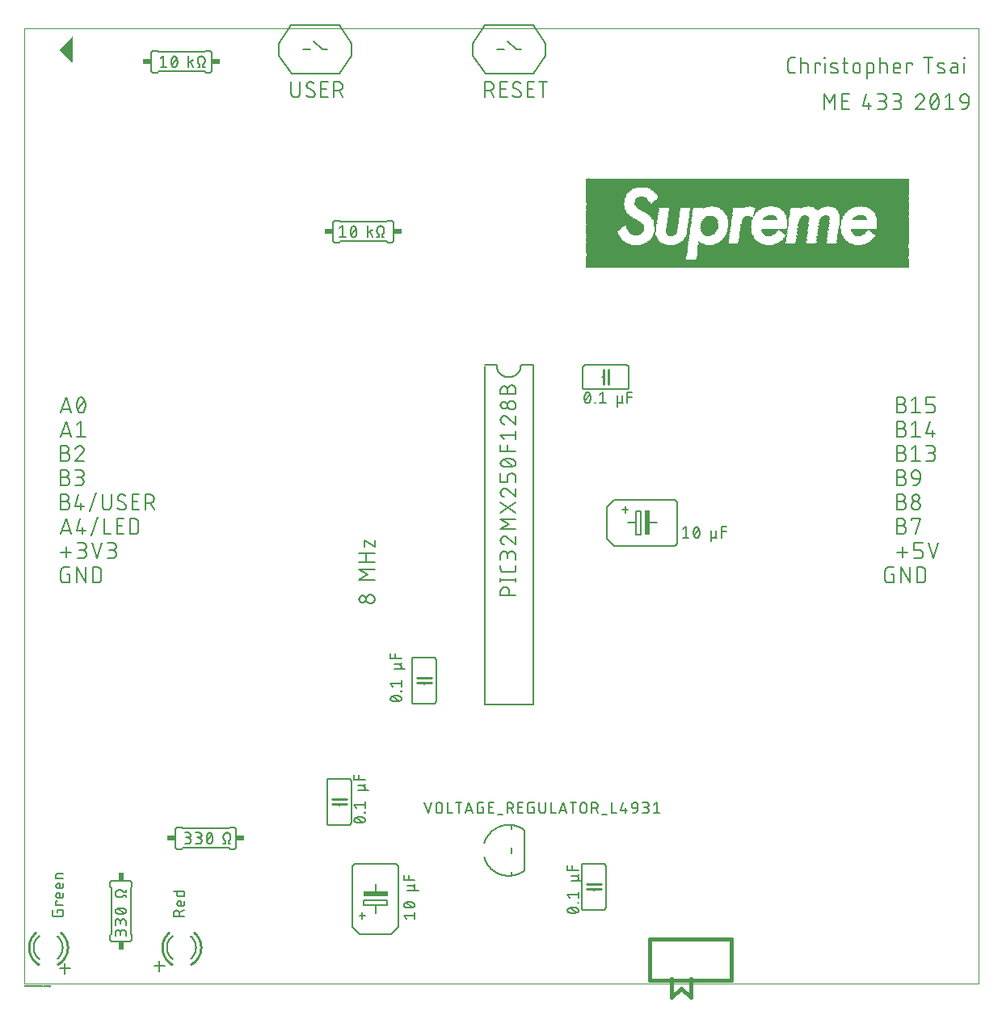
<source format=gto>
G04 EAGLE Gerber RS-274X export*
G75*
%MOMM*%
%FSLAX34Y34*%
%LPD*%
%INSilk top*%
%IPPOS*%
%AMOC8*
5,1,8,0,0,1.08239X$1,22.5*%
G01*
%ADD10C,0.000000*%
%ADD11C,0.152400*%
%ADD12R,33.832800X0.050800*%
%ADD13R,10.515600X0.050800*%
%ADD14R,22.301200X0.050800*%
%ADD15R,22.250400X0.050800*%
%ADD16R,10.566400X0.050800*%
%ADD17R,22.199600X0.050800*%
%ADD18R,10.617200X0.050800*%
%ADD19R,22.148800X0.050800*%
%ADD20R,10.668000X0.050800*%
%ADD21R,22.098000X0.050800*%
%ADD22R,10.718800X0.050800*%
%ADD23R,4.775200X0.050800*%
%ADD24R,2.641600X0.050800*%
%ADD25R,1.422400X0.050800*%
%ADD26R,0.762000X0.050800*%
%ADD27R,5.435600X0.050800*%
%ADD28R,8.483600X0.050800*%
%ADD29R,4.826000X0.050800*%
%ADD30R,4.521200X0.050800*%
%ADD31R,2.235200X0.050800*%
%ADD32R,1.168400X0.050800*%
%ADD33R,0.558800X0.050800*%
%ADD34R,4.978400X0.050800*%
%ADD35R,8.077200X0.050800*%
%ADD36R,4.622800X0.050800*%
%ADD37R,4.419600X0.050800*%
%ADD38R,1.981200X0.050800*%
%ADD39R,1.066800X0.050800*%
%ADD40R,0.406400X0.050800*%
%ADD41R,1.270000X0.050800*%
%ADD42R,2.489200X0.050800*%
%ADD43R,0.965200X0.050800*%
%ADD44R,1.574800X0.050800*%
%ADD45R,4.470400X0.050800*%
%ADD46R,4.318000X0.050800*%
%ADD47R,1.778000X0.050800*%
%ADD48R,0.304800X0.050800*%
%ADD49R,2.336800X0.050800*%
%ADD50R,0.863600X0.050800*%
%ADD51R,1.117600X0.050800*%
%ADD52R,4.368800X0.050800*%
%ADD53R,4.216400X0.050800*%
%ADD54R,0.254000X0.050800*%
%ADD55R,4.267200X0.050800*%
%ADD56R,4.114800X0.050800*%
%ADD57R,0.152400X0.050800*%
%ADD58R,1.016000X0.050800*%
%ADD59R,2.133600X0.050800*%
%ADD60R,0.711200X0.050800*%
%ADD61R,1.219200X0.050800*%
%ADD62R,4.064000X0.050800*%
%ADD63R,0.050800X0.050800*%
%ADD64R,0.914400X0.050800*%
%ADD65R,2.032000X0.050800*%
%ADD66R,0.609600X0.050800*%
%ADD67R,3.962400X0.050800*%
%ADD68R,1.930400X0.050800*%
%ADD69R,3.911600X0.050800*%
%ADD70R,0.660400X0.050800*%
%ADD71R,1.879600X0.050800*%
%ADD72R,4.013200X0.050800*%
%ADD73R,3.860800X0.050800*%
%ADD74R,1.828800X0.050800*%
%ADD75R,0.457200X0.050800*%
%ADD76R,3.810000X0.050800*%
%ADD77R,3.759200X0.050800*%
%ADD78R,0.508000X0.050800*%
%ADD79R,1.727200X0.050800*%
%ADD80R,0.355600X0.050800*%
%ADD81R,0.812800X0.050800*%
%ADD82R,3.708400X0.050800*%
%ADD83R,1.676400X0.050800*%
%ADD84R,3.657600X0.050800*%
%ADD85R,3.606800X0.050800*%
%ADD86R,0.203200X0.050800*%
%ADD87R,1.524000X0.050800*%
%ADD88R,3.556000X0.050800*%
%ADD89R,3.505200X0.050800*%
%ADD90R,1.473200X0.050800*%
%ADD91R,0.101600X0.050800*%
%ADD92R,3.454400X0.050800*%
%ADD93R,1.320800X0.050800*%
%ADD94R,3.403600X0.050800*%
%ADD95R,3.352800X0.050800*%
%ADD96R,1.371600X0.050800*%
%ADD97R,3.302000X0.050800*%
%ADD98R,1.625600X0.050800*%
%ADD99R,4.165600X0.050800*%
%ADD100R,2.743200X0.050800*%
%ADD101R,6.096000X0.050800*%
%ADD102R,6.045200X0.050800*%
%ADD103R,5.994400X0.050800*%
%ADD104R,5.943600X0.050800*%
%ADD105R,5.892800X0.050800*%
%ADD106R,5.791200X0.050800*%
%ADD107R,5.740400X0.050800*%
%ADD108R,5.638800X0.050800*%
%ADD109R,5.588000X0.050800*%
%ADD110R,5.486400X0.050800*%
%ADD111R,5.384800X0.050800*%
%ADD112R,5.334000X0.050800*%
%ADD113R,5.181600X0.050800*%
%ADD114R,5.130800X0.050800*%
%ADD115R,5.029200X0.050800*%
%ADD116R,4.927600X0.050800*%
%ADD117R,4.876800X0.050800*%
%ADD118R,4.724400X0.050800*%
%ADD119R,4.673600X0.050800*%
%ADD120R,4.572000X0.050800*%
%ADD121R,2.184400X0.050800*%
%ADD122R,2.286000X0.050800*%
%ADD123R,7.264400X0.050800*%
%ADD124R,2.844800X0.050800*%
%ADD125R,2.692400X0.050800*%
%ADD126R,7.467600X0.050800*%
%ADD127R,3.098800X0.050800*%
%ADD128R,2.997200X0.050800*%
%ADD129R,2.438400X0.050800*%
%ADD130R,7.772400X0.050800*%
%ADD131R,3.048000X0.050800*%
%ADD132R,28.651200X0.050800*%
%ADD133R,28.702000X0.050800*%
%ADD134R,27.025600X0.050800*%
%ADD135R,26.974800X0.050800*%
%ADD136R,26.924000X0.050800*%
%ADD137R,26.873200X0.050800*%
%ADD138R,26.771600X0.050800*%
%ADD139R,26.720800X0.050800*%
%ADD140R,26.670000X0.050800*%
%ADD141R,26.619200X0.050800*%
%ADD142R,26.568400X0.050800*%
%ADD143R,26.466800X0.050800*%
%ADD144R,26.416000X0.050800*%
%ADD145R,26.365200X0.050800*%
%ADD146R,26.314400X0.050800*%
%ADD147R,26.263600X0.050800*%
%ADD148R,26.517600X0.050800*%
%ADD149R,26.822400X0.050800*%
%ADD150R,27.127200X0.050800*%
%ADD151R,27.228800X0.050800*%
%ADD152R,27.330400X0.050800*%
%ADD153R,27.584400X0.050800*%
%ADD154C,0.254000*%
%ADD155C,0.127000*%
%ADD156R,0.508000X2.540000*%
%ADD157R,2.540000X0.508000*%
%ADD158R,0.863600X0.609600*%
%ADD159R,0.609600X0.863600*%
%ADD160C,0.177800*%
%ADD161C,0.406400*%
%ADD162C,0.203200*%

G36*
X50842Y964577D02*
X50842Y964577D01*
X50931Y964579D01*
X50953Y964588D01*
X50976Y964591D01*
X51056Y964630D01*
X51138Y964664D01*
X51156Y964680D01*
X51177Y964690D01*
X51238Y964755D01*
X51304Y964815D01*
X51315Y964836D01*
X51331Y964853D01*
X51366Y964935D01*
X51407Y965015D01*
X51410Y965041D01*
X51419Y965060D01*
X51421Y965110D01*
X51434Y965200D01*
X51434Y990600D01*
X51422Y990671D01*
X51421Y990701D01*
X51416Y990712D01*
X51409Y990776D01*
X51399Y990797D01*
X51395Y990821D01*
X51349Y990898D01*
X51310Y990977D01*
X51293Y990994D01*
X51280Y991014D01*
X51211Y991070D01*
X51147Y991131D01*
X51125Y991140D01*
X51106Y991155D01*
X51022Y991184D01*
X50940Y991219D01*
X50916Y991220D01*
X50894Y991227D01*
X50805Y991225D01*
X50716Y991229D01*
X50693Y991221D01*
X50669Y991221D01*
X50587Y991187D01*
X50502Y991160D01*
X50481Y991144D01*
X50462Y991136D01*
X50424Y991102D01*
X50352Y991048D01*
X37652Y978348D01*
X37614Y978295D01*
X37569Y978247D01*
X37550Y978203D01*
X37523Y978164D01*
X37507Y978101D01*
X37481Y978040D01*
X37479Y977993D01*
X37468Y977947D01*
X37474Y977882D01*
X37471Y977816D01*
X37486Y977771D01*
X37491Y977724D01*
X37520Y977665D01*
X37540Y977602D01*
X37573Y977558D01*
X37590Y977523D01*
X37619Y977496D01*
X37652Y977452D01*
X50352Y964752D01*
X50425Y964701D01*
X50494Y964645D01*
X50516Y964637D01*
X50536Y964623D01*
X50622Y964601D01*
X50706Y964573D01*
X50730Y964573D01*
X50753Y964568D01*
X50842Y964577D01*
G37*
D10*
X0Y0D02*
X1000000Y0D01*
X1000000Y1000000D01*
X0Y1000000D01*
X0Y0D01*
D11*
X136652Y18514D02*
X147489Y18514D01*
X142071Y13095D02*
X142071Y23932D01*
X48429Y15974D02*
X37592Y15974D01*
X43011Y21392D02*
X43011Y10555D01*
X280162Y932378D02*
X280162Y944118D01*
X280162Y932378D02*
X280164Y932245D01*
X280170Y932113D01*
X280180Y931981D01*
X280193Y931849D01*
X280211Y931717D01*
X280232Y931587D01*
X280257Y931456D01*
X280286Y931327D01*
X280319Y931199D01*
X280355Y931071D01*
X280395Y930945D01*
X280439Y930820D01*
X280487Y930696D01*
X280538Y930574D01*
X280593Y930453D01*
X280651Y930334D01*
X280713Y930216D01*
X280778Y930101D01*
X280847Y929987D01*
X280918Y929876D01*
X280994Y929767D01*
X281072Y929660D01*
X281153Y929555D01*
X281238Y929453D01*
X281325Y929353D01*
X281415Y929256D01*
X281508Y929161D01*
X281604Y929070D01*
X281702Y928981D01*
X281803Y928895D01*
X281907Y928812D01*
X282013Y928732D01*
X282121Y928656D01*
X282231Y928582D01*
X282344Y928512D01*
X282458Y928445D01*
X282575Y928382D01*
X282693Y928322D01*
X282813Y928265D01*
X282935Y928212D01*
X283058Y928163D01*
X283182Y928117D01*
X283308Y928075D01*
X283435Y928037D01*
X283563Y928002D01*
X283692Y927971D01*
X283821Y927944D01*
X283952Y927921D01*
X284083Y927901D01*
X284215Y927886D01*
X284347Y927874D01*
X284479Y927866D01*
X284612Y927862D01*
X284744Y927862D01*
X284877Y927866D01*
X285009Y927874D01*
X285141Y927886D01*
X285273Y927901D01*
X285404Y927921D01*
X285535Y927944D01*
X285664Y927971D01*
X285793Y928002D01*
X285921Y928037D01*
X286048Y928075D01*
X286174Y928117D01*
X286298Y928163D01*
X286421Y928212D01*
X286543Y928265D01*
X286663Y928322D01*
X286781Y928382D01*
X286898Y928445D01*
X287012Y928512D01*
X287125Y928582D01*
X287235Y928656D01*
X287343Y928732D01*
X287449Y928812D01*
X287553Y928895D01*
X287654Y928981D01*
X287752Y929070D01*
X287848Y929161D01*
X287941Y929256D01*
X288031Y929353D01*
X288118Y929453D01*
X288203Y929555D01*
X288284Y929660D01*
X288362Y929767D01*
X288438Y929876D01*
X288509Y929987D01*
X288578Y930101D01*
X288643Y930216D01*
X288705Y930334D01*
X288763Y930453D01*
X288818Y930574D01*
X288869Y930696D01*
X288917Y930820D01*
X288961Y930945D01*
X289001Y931071D01*
X289037Y931199D01*
X289070Y931327D01*
X289099Y931456D01*
X289124Y931587D01*
X289145Y931717D01*
X289163Y931849D01*
X289176Y931981D01*
X289186Y932113D01*
X289192Y932245D01*
X289194Y932378D01*
X289193Y932378D02*
X289193Y944118D01*
X304824Y931474D02*
X304822Y931356D01*
X304816Y931238D01*
X304807Y931120D01*
X304793Y931003D01*
X304776Y930886D01*
X304755Y930769D01*
X304730Y930654D01*
X304701Y930539D01*
X304668Y930425D01*
X304632Y930313D01*
X304592Y930202D01*
X304549Y930092D01*
X304502Y929983D01*
X304452Y929876D01*
X304397Y929771D01*
X304340Y929668D01*
X304279Y929567D01*
X304215Y929467D01*
X304148Y929370D01*
X304078Y929275D01*
X304004Y929183D01*
X303928Y929092D01*
X303848Y929005D01*
X303766Y928920D01*
X303681Y928838D01*
X303594Y928758D01*
X303503Y928682D01*
X303411Y928608D01*
X303316Y928538D01*
X303219Y928471D01*
X303119Y928407D01*
X303018Y928346D01*
X302915Y928289D01*
X302810Y928234D01*
X302703Y928184D01*
X302594Y928137D01*
X302484Y928094D01*
X302373Y928054D01*
X302261Y928018D01*
X302147Y927985D01*
X302032Y927956D01*
X301917Y927931D01*
X301800Y927910D01*
X301683Y927893D01*
X301566Y927879D01*
X301448Y927870D01*
X301330Y927864D01*
X301212Y927862D01*
X301029Y927864D01*
X300847Y927871D01*
X300665Y927882D01*
X300483Y927897D01*
X300301Y927917D01*
X300120Y927940D01*
X299940Y927969D01*
X299760Y928001D01*
X299581Y928038D01*
X299404Y928079D01*
X299227Y928125D01*
X299051Y928174D01*
X298877Y928228D01*
X298703Y928286D01*
X298532Y928348D01*
X298362Y928414D01*
X298193Y928485D01*
X298026Y928559D01*
X297861Y928637D01*
X297698Y928719D01*
X297537Y928805D01*
X297378Y928895D01*
X297221Y928989D01*
X297067Y929086D01*
X296915Y929187D01*
X296765Y929292D01*
X296618Y929400D01*
X296474Y929511D01*
X296332Y929626D01*
X296193Y929745D01*
X296057Y929867D01*
X295924Y929992D01*
X295794Y930120D01*
X296245Y940506D02*
X296247Y940624D01*
X296253Y940742D01*
X296262Y940860D01*
X296276Y940977D01*
X296293Y941094D01*
X296314Y941211D01*
X296339Y941326D01*
X296368Y941441D01*
X296401Y941555D01*
X296437Y941667D01*
X296477Y941778D01*
X296520Y941888D01*
X296567Y941997D01*
X296617Y942104D01*
X296672Y942209D01*
X296729Y942312D01*
X296790Y942413D01*
X296854Y942513D01*
X296921Y942610D01*
X296991Y942705D01*
X297065Y942797D01*
X297141Y942888D01*
X297221Y942975D01*
X297303Y943060D01*
X297388Y943142D01*
X297475Y943222D01*
X297566Y943298D01*
X297658Y943372D01*
X297753Y943442D01*
X297850Y943509D01*
X297950Y943573D01*
X298051Y943634D01*
X298154Y943692D01*
X298259Y943746D01*
X298366Y943796D01*
X298475Y943843D01*
X298585Y943887D01*
X298696Y943926D01*
X298809Y943962D01*
X298922Y943995D01*
X299037Y944024D01*
X299152Y944049D01*
X299269Y944070D01*
X299386Y944087D01*
X299503Y944101D01*
X299621Y944110D01*
X299739Y944116D01*
X299857Y944118D01*
X300018Y944116D01*
X300180Y944110D01*
X300341Y944101D01*
X300502Y944087D01*
X300662Y944070D01*
X300822Y944049D01*
X300982Y944024D01*
X301141Y943995D01*
X301299Y943963D01*
X301456Y943927D01*
X301612Y943887D01*
X301768Y943843D01*
X301922Y943795D01*
X302075Y943744D01*
X302227Y943690D01*
X302378Y943631D01*
X302527Y943570D01*
X302674Y943504D01*
X302820Y943435D01*
X302965Y943363D01*
X303107Y943287D01*
X303248Y943208D01*
X303387Y943126D01*
X303523Y943040D01*
X303658Y942951D01*
X303791Y942859D01*
X303921Y942763D01*
X298051Y937345D02*
X297950Y937407D01*
X297850Y937472D01*
X297753Y937541D01*
X297658Y937613D01*
X297565Y937687D01*
X297475Y937765D01*
X297387Y937846D01*
X297302Y937929D01*
X297220Y938015D01*
X297141Y938104D01*
X297064Y938195D01*
X296991Y938289D01*
X296920Y938385D01*
X296853Y938483D01*
X296789Y938583D01*
X296728Y938686D01*
X296671Y938790D01*
X296617Y938896D01*
X296567Y939004D01*
X296520Y939113D01*
X296476Y939224D01*
X296436Y939336D01*
X296400Y939450D01*
X296368Y939564D01*
X296339Y939680D01*
X296314Y939796D01*
X296293Y939913D01*
X296276Y940031D01*
X296262Y940149D01*
X296253Y940268D01*
X296247Y940387D01*
X296245Y940506D01*
X303018Y934635D02*
X303119Y934573D01*
X303219Y934508D01*
X303316Y934439D01*
X303411Y934367D01*
X303504Y934293D01*
X303594Y934215D01*
X303682Y934134D01*
X303767Y934051D01*
X303849Y933965D01*
X303928Y933876D01*
X304005Y933785D01*
X304078Y933691D01*
X304149Y933595D01*
X304216Y933497D01*
X304280Y933397D01*
X304341Y933294D01*
X304398Y933190D01*
X304452Y933084D01*
X304502Y932976D01*
X304549Y932867D01*
X304593Y932756D01*
X304633Y932644D01*
X304669Y932530D01*
X304701Y932416D01*
X304730Y932300D01*
X304755Y932184D01*
X304776Y932067D01*
X304793Y931949D01*
X304807Y931831D01*
X304816Y931712D01*
X304822Y931593D01*
X304824Y931474D01*
X303018Y934635D02*
X298051Y937345D01*
X311454Y927862D02*
X318679Y927862D01*
X311454Y927862D02*
X311454Y944118D01*
X318679Y944118D01*
X316873Y936893D02*
X311454Y936893D01*
X325063Y944118D02*
X325063Y927862D01*
X325063Y944118D02*
X329579Y944118D01*
X329712Y944116D01*
X329844Y944110D01*
X329976Y944100D01*
X330108Y944087D01*
X330240Y944069D01*
X330370Y944048D01*
X330501Y944023D01*
X330630Y943994D01*
X330758Y943961D01*
X330886Y943925D01*
X331012Y943885D01*
X331137Y943841D01*
X331261Y943793D01*
X331383Y943742D01*
X331504Y943687D01*
X331623Y943629D01*
X331741Y943567D01*
X331856Y943502D01*
X331970Y943433D01*
X332081Y943362D01*
X332190Y943286D01*
X332297Y943208D01*
X332402Y943127D01*
X332504Y943042D01*
X332604Y942955D01*
X332701Y942865D01*
X332796Y942772D01*
X332887Y942676D01*
X332976Y942578D01*
X333062Y942477D01*
X333145Y942373D01*
X333225Y942267D01*
X333301Y942159D01*
X333375Y942049D01*
X333445Y941936D01*
X333512Y941822D01*
X333575Y941705D01*
X333635Y941587D01*
X333692Y941467D01*
X333745Y941345D01*
X333794Y941222D01*
X333840Y941098D01*
X333882Y940972D01*
X333920Y940845D01*
X333955Y940717D01*
X333986Y940588D01*
X334013Y940459D01*
X334036Y940328D01*
X334056Y940197D01*
X334071Y940065D01*
X334083Y939933D01*
X334091Y939801D01*
X334095Y939668D01*
X334095Y939536D01*
X334091Y939403D01*
X334083Y939271D01*
X334071Y939139D01*
X334056Y939007D01*
X334036Y938876D01*
X334013Y938745D01*
X333986Y938616D01*
X333955Y938487D01*
X333920Y938359D01*
X333882Y938232D01*
X333840Y938106D01*
X333794Y937982D01*
X333745Y937859D01*
X333692Y937737D01*
X333635Y937617D01*
X333575Y937499D01*
X333512Y937382D01*
X333445Y937268D01*
X333375Y937155D01*
X333301Y937045D01*
X333225Y936937D01*
X333145Y936831D01*
X333062Y936727D01*
X332976Y936626D01*
X332887Y936528D01*
X332796Y936432D01*
X332701Y936339D01*
X332604Y936249D01*
X332504Y936162D01*
X332402Y936077D01*
X332297Y935996D01*
X332190Y935918D01*
X332081Y935842D01*
X331970Y935771D01*
X331856Y935702D01*
X331741Y935637D01*
X331623Y935575D01*
X331504Y935517D01*
X331383Y935462D01*
X331261Y935411D01*
X331137Y935363D01*
X331012Y935319D01*
X330886Y935279D01*
X330758Y935243D01*
X330630Y935210D01*
X330501Y935181D01*
X330370Y935156D01*
X330240Y935135D01*
X330108Y935117D01*
X329976Y935104D01*
X329844Y935094D01*
X329712Y935088D01*
X329579Y935086D01*
X329579Y935087D02*
X325063Y935087D01*
X330482Y935087D02*
X334094Y927862D01*
X483362Y927862D02*
X483362Y944118D01*
X487878Y944118D01*
X488011Y944116D01*
X488143Y944110D01*
X488275Y944100D01*
X488407Y944087D01*
X488539Y944069D01*
X488669Y944048D01*
X488800Y944023D01*
X488929Y943994D01*
X489057Y943961D01*
X489185Y943925D01*
X489311Y943885D01*
X489436Y943841D01*
X489560Y943793D01*
X489682Y943742D01*
X489803Y943687D01*
X489922Y943629D01*
X490040Y943567D01*
X490155Y943502D01*
X490269Y943433D01*
X490380Y943362D01*
X490489Y943286D01*
X490596Y943208D01*
X490701Y943127D01*
X490803Y943042D01*
X490903Y942955D01*
X491000Y942865D01*
X491095Y942772D01*
X491186Y942676D01*
X491275Y942578D01*
X491361Y942477D01*
X491444Y942373D01*
X491524Y942267D01*
X491600Y942159D01*
X491674Y942049D01*
X491744Y941936D01*
X491811Y941822D01*
X491874Y941705D01*
X491934Y941587D01*
X491991Y941467D01*
X492044Y941345D01*
X492093Y941222D01*
X492139Y941098D01*
X492181Y940972D01*
X492219Y940845D01*
X492254Y940717D01*
X492285Y940588D01*
X492312Y940459D01*
X492335Y940328D01*
X492355Y940197D01*
X492370Y940065D01*
X492382Y939933D01*
X492390Y939801D01*
X492394Y939668D01*
X492394Y939536D01*
X492390Y939403D01*
X492382Y939271D01*
X492370Y939139D01*
X492355Y939007D01*
X492335Y938876D01*
X492312Y938745D01*
X492285Y938616D01*
X492254Y938487D01*
X492219Y938359D01*
X492181Y938232D01*
X492139Y938106D01*
X492093Y937982D01*
X492044Y937859D01*
X491991Y937737D01*
X491934Y937617D01*
X491874Y937499D01*
X491811Y937382D01*
X491744Y937268D01*
X491674Y937155D01*
X491600Y937045D01*
X491524Y936937D01*
X491444Y936831D01*
X491361Y936727D01*
X491275Y936626D01*
X491186Y936528D01*
X491095Y936432D01*
X491000Y936339D01*
X490903Y936249D01*
X490803Y936162D01*
X490701Y936077D01*
X490596Y935996D01*
X490489Y935918D01*
X490380Y935842D01*
X490269Y935771D01*
X490155Y935702D01*
X490040Y935637D01*
X489922Y935575D01*
X489803Y935517D01*
X489682Y935462D01*
X489560Y935411D01*
X489436Y935363D01*
X489311Y935319D01*
X489185Y935279D01*
X489057Y935243D01*
X488929Y935210D01*
X488800Y935181D01*
X488669Y935156D01*
X488539Y935135D01*
X488407Y935117D01*
X488275Y935104D01*
X488143Y935094D01*
X488011Y935088D01*
X487878Y935086D01*
X487878Y935087D02*
X483362Y935087D01*
X488781Y935087D02*
X492393Y927862D01*
X499453Y927862D02*
X506677Y927862D01*
X499453Y927862D02*
X499453Y944118D01*
X506677Y944118D01*
X504871Y936893D02*
X499453Y936893D01*
X517346Y927862D02*
X517464Y927864D01*
X517582Y927870D01*
X517700Y927879D01*
X517817Y927893D01*
X517934Y927910D01*
X518051Y927931D01*
X518166Y927956D01*
X518281Y927985D01*
X518395Y928018D01*
X518507Y928054D01*
X518618Y928094D01*
X518728Y928137D01*
X518837Y928184D01*
X518944Y928234D01*
X519049Y928289D01*
X519152Y928346D01*
X519253Y928407D01*
X519353Y928471D01*
X519450Y928538D01*
X519545Y928608D01*
X519637Y928682D01*
X519728Y928758D01*
X519815Y928838D01*
X519900Y928920D01*
X519982Y929005D01*
X520062Y929092D01*
X520138Y929183D01*
X520212Y929275D01*
X520282Y929370D01*
X520349Y929467D01*
X520413Y929567D01*
X520474Y929668D01*
X520531Y929771D01*
X520586Y929876D01*
X520636Y929983D01*
X520683Y930092D01*
X520726Y930202D01*
X520766Y930313D01*
X520802Y930425D01*
X520835Y930539D01*
X520864Y930654D01*
X520889Y930769D01*
X520910Y930886D01*
X520927Y931003D01*
X520941Y931120D01*
X520950Y931238D01*
X520956Y931356D01*
X520958Y931474D01*
X517346Y927862D02*
X517163Y927864D01*
X516981Y927871D01*
X516799Y927882D01*
X516617Y927897D01*
X516435Y927917D01*
X516254Y927940D01*
X516074Y927969D01*
X515894Y928001D01*
X515715Y928038D01*
X515538Y928079D01*
X515361Y928125D01*
X515185Y928174D01*
X515011Y928228D01*
X514837Y928286D01*
X514666Y928348D01*
X514496Y928414D01*
X514327Y928485D01*
X514160Y928559D01*
X513995Y928637D01*
X513832Y928719D01*
X513671Y928805D01*
X513512Y928895D01*
X513355Y928989D01*
X513201Y929086D01*
X513049Y929187D01*
X512899Y929292D01*
X512752Y929400D01*
X512608Y929511D01*
X512466Y929626D01*
X512327Y929745D01*
X512191Y929867D01*
X512058Y929992D01*
X511928Y930120D01*
X512380Y940506D02*
X512382Y940624D01*
X512388Y940742D01*
X512397Y940860D01*
X512411Y940977D01*
X512428Y941094D01*
X512449Y941211D01*
X512474Y941326D01*
X512503Y941441D01*
X512536Y941555D01*
X512572Y941667D01*
X512612Y941778D01*
X512655Y941888D01*
X512702Y941997D01*
X512752Y942104D01*
X512807Y942209D01*
X512864Y942312D01*
X512925Y942413D01*
X512989Y942513D01*
X513056Y942610D01*
X513126Y942705D01*
X513200Y942797D01*
X513276Y942888D01*
X513356Y942975D01*
X513438Y943060D01*
X513523Y943142D01*
X513610Y943222D01*
X513701Y943298D01*
X513793Y943372D01*
X513888Y943442D01*
X513985Y943509D01*
X514085Y943573D01*
X514186Y943634D01*
X514289Y943692D01*
X514394Y943746D01*
X514501Y943796D01*
X514610Y943843D01*
X514720Y943887D01*
X514831Y943926D01*
X514944Y943962D01*
X515057Y943995D01*
X515172Y944024D01*
X515287Y944049D01*
X515404Y944070D01*
X515521Y944087D01*
X515638Y944101D01*
X515756Y944110D01*
X515874Y944116D01*
X515992Y944118D01*
X516153Y944116D01*
X516315Y944110D01*
X516476Y944101D01*
X516637Y944087D01*
X516797Y944070D01*
X516957Y944049D01*
X517117Y944024D01*
X517276Y943995D01*
X517434Y943963D01*
X517591Y943927D01*
X517747Y943887D01*
X517903Y943843D01*
X518057Y943795D01*
X518210Y943744D01*
X518362Y943690D01*
X518513Y943631D01*
X518662Y943570D01*
X518809Y943504D01*
X518955Y943435D01*
X519100Y943363D01*
X519242Y943287D01*
X519383Y943208D01*
X519522Y943126D01*
X519658Y943040D01*
X519793Y942951D01*
X519926Y942859D01*
X520056Y942763D01*
X514185Y937345D02*
X514084Y937407D01*
X513984Y937472D01*
X513887Y937541D01*
X513792Y937613D01*
X513699Y937687D01*
X513609Y937765D01*
X513521Y937846D01*
X513436Y937929D01*
X513354Y938015D01*
X513275Y938104D01*
X513198Y938195D01*
X513125Y938289D01*
X513054Y938385D01*
X512987Y938483D01*
X512923Y938583D01*
X512862Y938686D01*
X512805Y938790D01*
X512751Y938896D01*
X512701Y939004D01*
X512654Y939113D01*
X512610Y939224D01*
X512570Y939336D01*
X512534Y939450D01*
X512502Y939564D01*
X512473Y939680D01*
X512448Y939796D01*
X512427Y939913D01*
X512410Y940031D01*
X512396Y940149D01*
X512387Y940268D01*
X512381Y940387D01*
X512379Y940506D01*
X519153Y934635D02*
X519254Y934573D01*
X519354Y934508D01*
X519451Y934439D01*
X519546Y934367D01*
X519639Y934293D01*
X519729Y934215D01*
X519817Y934134D01*
X519902Y934051D01*
X519984Y933965D01*
X520063Y933876D01*
X520140Y933785D01*
X520213Y933691D01*
X520284Y933595D01*
X520351Y933497D01*
X520415Y933397D01*
X520476Y933294D01*
X520533Y933190D01*
X520587Y933084D01*
X520637Y932976D01*
X520684Y932867D01*
X520728Y932756D01*
X520768Y932644D01*
X520804Y932530D01*
X520836Y932416D01*
X520865Y932300D01*
X520890Y932184D01*
X520911Y932067D01*
X520928Y931949D01*
X520942Y931831D01*
X520951Y931712D01*
X520957Y931593D01*
X520959Y931474D01*
X519153Y934635D02*
X514185Y937345D01*
X527589Y927862D02*
X534814Y927862D01*
X527589Y927862D02*
X527589Y944118D01*
X534814Y944118D01*
X533007Y936893D02*
X527589Y936893D01*
X544058Y944118D02*
X544058Y927862D01*
X539543Y944118D02*
X548574Y944118D01*
X363022Y407304D02*
X362889Y407302D01*
X362757Y407296D01*
X362625Y407286D01*
X362493Y407273D01*
X362361Y407255D01*
X362231Y407234D01*
X362100Y407209D01*
X361971Y407180D01*
X361843Y407147D01*
X361715Y407111D01*
X361589Y407071D01*
X361464Y407027D01*
X361340Y406979D01*
X361218Y406928D01*
X361097Y406873D01*
X360978Y406815D01*
X360860Y406753D01*
X360745Y406688D01*
X360631Y406619D01*
X360520Y406548D01*
X360411Y406472D01*
X360304Y406394D01*
X360199Y406313D01*
X360097Y406228D01*
X359997Y406141D01*
X359900Y406051D01*
X359805Y405958D01*
X359714Y405862D01*
X359625Y405764D01*
X359539Y405663D01*
X359456Y405559D01*
X359376Y405453D01*
X359300Y405345D01*
X359226Y405235D01*
X359156Y405122D01*
X359089Y405008D01*
X359026Y404891D01*
X358966Y404773D01*
X358909Y404653D01*
X358856Y404531D01*
X358807Y404408D01*
X358761Y404284D01*
X358719Y404158D01*
X358681Y404031D01*
X358646Y403903D01*
X358615Y403774D01*
X358588Y403645D01*
X358565Y403514D01*
X358545Y403383D01*
X358530Y403251D01*
X358518Y403119D01*
X358510Y402987D01*
X358506Y402854D01*
X358506Y402722D01*
X358510Y402589D01*
X358518Y402457D01*
X358530Y402325D01*
X358545Y402193D01*
X358565Y402062D01*
X358588Y401931D01*
X358615Y401802D01*
X358646Y401673D01*
X358681Y401545D01*
X358719Y401418D01*
X358761Y401292D01*
X358807Y401168D01*
X358856Y401045D01*
X358909Y400923D01*
X358966Y400803D01*
X359026Y400685D01*
X359089Y400568D01*
X359156Y400454D01*
X359226Y400341D01*
X359300Y400231D01*
X359376Y400123D01*
X359456Y400017D01*
X359539Y399913D01*
X359625Y399812D01*
X359714Y399714D01*
X359805Y399618D01*
X359900Y399525D01*
X359997Y399435D01*
X360097Y399348D01*
X360199Y399263D01*
X360304Y399182D01*
X360411Y399104D01*
X360520Y399028D01*
X360631Y398957D01*
X360745Y398888D01*
X360860Y398823D01*
X360978Y398761D01*
X361097Y398703D01*
X361218Y398648D01*
X361340Y398597D01*
X361464Y398549D01*
X361589Y398505D01*
X361715Y398465D01*
X361843Y398429D01*
X361971Y398396D01*
X362100Y398367D01*
X362231Y398342D01*
X362361Y398321D01*
X362493Y398303D01*
X362625Y398290D01*
X362757Y398280D01*
X362889Y398274D01*
X363022Y398272D01*
X363155Y398274D01*
X363287Y398280D01*
X363419Y398290D01*
X363551Y398303D01*
X363683Y398321D01*
X363813Y398342D01*
X363944Y398367D01*
X364073Y398396D01*
X364201Y398429D01*
X364329Y398465D01*
X364455Y398505D01*
X364580Y398549D01*
X364704Y398597D01*
X364826Y398648D01*
X364947Y398703D01*
X365066Y398761D01*
X365184Y398823D01*
X365299Y398888D01*
X365413Y398957D01*
X365524Y399028D01*
X365633Y399104D01*
X365740Y399182D01*
X365845Y399263D01*
X365947Y399348D01*
X366047Y399435D01*
X366144Y399525D01*
X366239Y399618D01*
X366330Y399714D01*
X366419Y399812D01*
X366505Y399913D01*
X366588Y400017D01*
X366668Y400123D01*
X366744Y400231D01*
X366818Y400341D01*
X366888Y400454D01*
X366955Y400568D01*
X367018Y400685D01*
X367078Y400803D01*
X367135Y400923D01*
X367188Y401045D01*
X367237Y401168D01*
X367283Y401292D01*
X367325Y401418D01*
X367363Y401545D01*
X367398Y401673D01*
X367429Y401802D01*
X367456Y401931D01*
X367479Y402062D01*
X367499Y402193D01*
X367514Y402325D01*
X367526Y402457D01*
X367534Y402589D01*
X367538Y402722D01*
X367538Y402854D01*
X367534Y402987D01*
X367526Y403119D01*
X367514Y403251D01*
X367499Y403383D01*
X367479Y403514D01*
X367456Y403645D01*
X367429Y403774D01*
X367398Y403903D01*
X367363Y404031D01*
X367325Y404158D01*
X367283Y404284D01*
X367237Y404408D01*
X367188Y404531D01*
X367135Y404653D01*
X367078Y404773D01*
X367018Y404891D01*
X366955Y405008D01*
X366888Y405122D01*
X366818Y405235D01*
X366744Y405345D01*
X366668Y405453D01*
X366588Y405559D01*
X366505Y405663D01*
X366419Y405764D01*
X366330Y405862D01*
X366239Y405958D01*
X366144Y406051D01*
X366047Y406141D01*
X365947Y406228D01*
X365845Y406313D01*
X365740Y406394D01*
X365633Y406472D01*
X365524Y406548D01*
X365413Y406619D01*
X365299Y406688D01*
X365184Y406753D01*
X365066Y406815D01*
X364947Y406873D01*
X364826Y406928D01*
X364704Y406979D01*
X364580Y407027D01*
X364455Y407071D01*
X364329Y407111D01*
X364201Y407147D01*
X364073Y407180D01*
X363944Y407209D01*
X363813Y407234D01*
X363683Y407255D01*
X363551Y407273D01*
X363419Y407286D01*
X363287Y407296D01*
X363155Y407302D01*
X363022Y407304D01*
X354894Y406400D02*
X354775Y406398D01*
X354655Y406392D01*
X354536Y406382D01*
X354418Y406368D01*
X354299Y406351D01*
X354182Y406329D01*
X354065Y406304D01*
X353950Y406274D01*
X353835Y406241D01*
X353721Y406204D01*
X353609Y406164D01*
X353498Y406119D01*
X353389Y406071D01*
X353281Y406020D01*
X353175Y405965D01*
X353071Y405906D01*
X352969Y405844D01*
X352869Y405779D01*
X352771Y405710D01*
X352675Y405638D01*
X352582Y405563D01*
X352492Y405486D01*
X352404Y405405D01*
X352319Y405321D01*
X352237Y405234D01*
X352157Y405145D01*
X352081Y405053D01*
X352007Y404959D01*
X351937Y404862D01*
X351870Y404764D01*
X351806Y404663D01*
X351746Y404559D01*
X351689Y404454D01*
X351636Y404347D01*
X351586Y404239D01*
X351540Y404129D01*
X351498Y404017D01*
X351459Y403904D01*
X351424Y403790D01*
X351393Y403675D01*
X351365Y403558D01*
X351342Y403441D01*
X351322Y403324D01*
X351306Y403205D01*
X351294Y403086D01*
X351286Y402967D01*
X351282Y402848D01*
X351282Y402728D01*
X351286Y402609D01*
X351294Y402490D01*
X351306Y402371D01*
X351322Y402252D01*
X351342Y402135D01*
X351365Y402018D01*
X351393Y401901D01*
X351424Y401786D01*
X351459Y401672D01*
X351498Y401559D01*
X351540Y401447D01*
X351586Y401337D01*
X351636Y401229D01*
X351689Y401122D01*
X351746Y401017D01*
X351806Y400913D01*
X351870Y400812D01*
X351937Y400714D01*
X352007Y400617D01*
X352081Y400523D01*
X352157Y400431D01*
X352237Y400342D01*
X352319Y400255D01*
X352404Y400171D01*
X352492Y400090D01*
X352582Y400013D01*
X352675Y399938D01*
X352771Y399866D01*
X352869Y399797D01*
X352969Y399732D01*
X353071Y399670D01*
X353175Y399611D01*
X353281Y399556D01*
X353389Y399505D01*
X353498Y399457D01*
X353609Y399412D01*
X353721Y399372D01*
X353835Y399335D01*
X353950Y399302D01*
X354065Y399272D01*
X354182Y399247D01*
X354299Y399225D01*
X354418Y399208D01*
X354536Y399194D01*
X354655Y399184D01*
X354775Y399178D01*
X354894Y399176D01*
X355013Y399178D01*
X355133Y399184D01*
X355252Y399194D01*
X355370Y399208D01*
X355489Y399225D01*
X355606Y399247D01*
X355723Y399272D01*
X355838Y399302D01*
X355953Y399335D01*
X356067Y399372D01*
X356179Y399412D01*
X356290Y399457D01*
X356399Y399505D01*
X356507Y399556D01*
X356613Y399611D01*
X356717Y399670D01*
X356819Y399732D01*
X356919Y399797D01*
X357017Y399866D01*
X357113Y399938D01*
X357206Y400013D01*
X357296Y400090D01*
X357384Y400171D01*
X357469Y400255D01*
X357551Y400342D01*
X357631Y400431D01*
X357707Y400523D01*
X357781Y400617D01*
X357851Y400714D01*
X357918Y400812D01*
X357982Y400913D01*
X358042Y401017D01*
X358099Y401122D01*
X358152Y401229D01*
X358202Y401337D01*
X358248Y401447D01*
X358290Y401559D01*
X358329Y401672D01*
X358364Y401786D01*
X358395Y401901D01*
X358423Y402018D01*
X358446Y402135D01*
X358466Y402252D01*
X358482Y402371D01*
X358494Y402490D01*
X358502Y402609D01*
X358506Y402728D01*
X358506Y402848D01*
X358502Y402967D01*
X358494Y403086D01*
X358482Y403205D01*
X358466Y403324D01*
X358446Y403441D01*
X358423Y403558D01*
X358395Y403675D01*
X358364Y403790D01*
X358329Y403904D01*
X358290Y404017D01*
X358248Y404129D01*
X358202Y404239D01*
X358152Y404347D01*
X358099Y404454D01*
X358042Y404559D01*
X357982Y404663D01*
X357918Y404764D01*
X357851Y404862D01*
X357781Y404959D01*
X357707Y405053D01*
X357631Y405145D01*
X357551Y405234D01*
X357469Y405321D01*
X357384Y405405D01*
X357296Y405486D01*
X357206Y405563D01*
X357113Y405638D01*
X357017Y405710D01*
X356919Y405779D01*
X356819Y405844D01*
X356717Y405906D01*
X356613Y405965D01*
X356507Y406020D01*
X356399Y406071D01*
X356290Y406119D01*
X356179Y406164D01*
X356067Y406204D01*
X355953Y406241D01*
X355838Y406274D01*
X355723Y406304D01*
X355606Y406329D01*
X355489Y406351D01*
X355370Y406368D01*
X355252Y406382D01*
X355133Y406392D01*
X355013Y406398D01*
X354894Y406400D01*
X351282Y422900D02*
X367538Y422900D01*
X360313Y428319D02*
X351282Y422900D01*
X360313Y428319D02*
X351282Y433737D01*
X367538Y433737D01*
X367538Y441518D02*
X351282Y441518D01*
X358507Y441518D02*
X358507Y450550D01*
X351282Y450550D02*
X367538Y450550D01*
X356701Y457011D02*
X356701Y464236D01*
X367538Y457011D01*
X367538Y464236D01*
X915162Y606693D02*
X919678Y606693D01*
X919678Y606694D02*
X919811Y606692D01*
X919943Y606686D01*
X920075Y606676D01*
X920207Y606663D01*
X920339Y606645D01*
X920469Y606624D01*
X920600Y606599D01*
X920729Y606570D01*
X920857Y606537D01*
X920985Y606501D01*
X921111Y606461D01*
X921236Y606417D01*
X921360Y606369D01*
X921482Y606318D01*
X921603Y606263D01*
X921722Y606205D01*
X921840Y606143D01*
X921955Y606078D01*
X922069Y606009D01*
X922180Y605938D01*
X922289Y605862D01*
X922396Y605784D01*
X922501Y605703D01*
X922603Y605618D01*
X922703Y605531D01*
X922800Y605441D01*
X922895Y605348D01*
X922986Y605252D01*
X923075Y605154D01*
X923161Y605053D01*
X923244Y604949D01*
X923324Y604843D01*
X923400Y604735D01*
X923474Y604625D01*
X923544Y604512D01*
X923611Y604398D01*
X923674Y604281D01*
X923734Y604163D01*
X923791Y604043D01*
X923844Y603921D01*
X923893Y603798D01*
X923939Y603674D01*
X923981Y603548D01*
X924019Y603421D01*
X924054Y603293D01*
X924085Y603164D01*
X924112Y603035D01*
X924135Y602904D01*
X924155Y602773D01*
X924170Y602641D01*
X924182Y602509D01*
X924190Y602377D01*
X924194Y602244D01*
X924194Y602112D01*
X924190Y601979D01*
X924182Y601847D01*
X924170Y601715D01*
X924155Y601583D01*
X924135Y601452D01*
X924112Y601321D01*
X924085Y601192D01*
X924054Y601063D01*
X924019Y600935D01*
X923981Y600808D01*
X923939Y600682D01*
X923893Y600558D01*
X923844Y600435D01*
X923791Y600313D01*
X923734Y600193D01*
X923674Y600075D01*
X923611Y599958D01*
X923544Y599844D01*
X923474Y599731D01*
X923400Y599621D01*
X923324Y599513D01*
X923244Y599407D01*
X923161Y599303D01*
X923075Y599202D01*
X922986Y599104D01*
X922895Y599008D01*
X922800Y598915D01*
X922703Y598825D01*
X922603Y598738D01*
X922501Y598653D01*
X922396Y598572D01*
X922289Y598494D01*
X922180Y598418D01*
X922069Y598347D01*
X921955Y598278D01*
X921840Y598213D01*
X921722Y598151D01*
X921603Y598093D01*
X921482Y598038D01*
X921360Y597987D01*
X921236Y597939D01*
X921111Y597895D01*
X920985Y597855D01*
X920857Y597819D01*
X920729Y597786D01*
X920600Y597757D01*
X920469Y597732D01*
X920339Y597711D01*
X920207Y597693D01*
X920075Y597680D01*
X919943Y597670D01*
X919811Y597664D01*
X919678Y597662D01*
X915162Y597662D01*
X915162Y613918D01*
X919678Y613918D01*
X919797Y613916D01*
X919917Y613910D01*
X920036Y613900D01*
X920154Y613886D01*
X920273Y613869D01*
X920390Y613847D01*
X920507Y613822D01*
X920622Y613792D01*
X920737Y613759D01*
X920851Y613722D01*
X920963Y613682D01*
X921074Y613637D01*
X921183Y613589D01*
X921291Y613538D01*
X921397Y613483D01*
X921501Y613424D01*
X921603Y613362D01*
X921703Y613297D01*
X921801Y613228D01*
X921897Y613156D01*
X921990Y613081D01*
X922080Y613004D01*
X922168Y612923D01*
X922253Y612839D01*
X922335Y612752D01*
X922415Y612663D01*
X922491Y612571D01*
X922565Y612477D01*
X922635Y612380D01*
X922702Y612282D01*
X922766Y612181D01*
X922826Y612077D01*
X922883Y611972D01*
X922936Y611865D01*
X922986Y611757D01*
X923032Y611647D01*
X923074Y611535D01*
X923113Y611422D01*
X923148Y611308D01*
X923179Y611193D01*
X923207Y611076D01*
X923230Y610959D01*
X923250Y610842D01*
X923266Y610723D01*
X923278Y610604D01*
X923286Y610485D01*
X923290Y610366D01*
X923290Y610246D01*
X923286Y610127D01*
X923278Y610008D01*
X923266Y609889D01*
X923250Y609770D01*
X923230Y609653D01*
X923207Y609536D01*
X923179Y609419D01*
X923148Y609304D01*
X923113Y609190D01*
X923074Y609077D01*
X923032Y608965D01*
X922986Y608855D01*
X922936Y608747D01*
X922883Y608640D01*
X922826Y608535D01*
X922766Y608431D01*
X922702Y608330D01*
X922635Y608232D01*
X922565Y608135D01*
X922491Y608041D01*
X922415Y607949D01*
X922335Y607860D01*
X922253Y607773D01*
X922168Y607689D01*
X922080Y607608D01*
X921990Y607531D01*
X921897Y607456D01*
X921801Y607384D01*
X921703Y607315D01*
X921603Y607250D01*
X921501Y607188D01*
X921397Y607129D01*
X921291Y607074D01*
X921183Y607023D01*
X921074Y606975D01*
X920963Y606930D01*
X920851Y606890D01*
X920737Y606853D01*
X920622Y606820D01*
X920507Y606790D01*
X920390Y606765D01*
X920273Y606743D01*
X920154Y606726D01*
X920036Y606712D01*
X919917Y606702D01*
X919797Y606696D01*
X919678Y606694D01*
X930061Y610306D02*
X934577Y613918D01*
X934577Y597662D01*
X939092Y597662D02*
X930061Y597662D01*
X945692Y597662D02*
X951111Y597662D01*
X951229Y597664D01*
X951347Y597670D01*
X951465Y597679D01*
X951582Y597693D01*
X951699Y597710D01*
X951816Y597731D01*
X951931Y597756D01*
X952046Y597785D01*
X952160Y597818D01*
X952272Y597854D01*
X952383Y597894D01*
X952493Y597937D01*
X952602Y597984D01*
X952709Y598034D01*
X952814Y598089D01*
X952917Y598146D01*
X953018Y598207D01*
X953118Y598271D01*
X953215Y598338D01*
X953310Y598408D01*
X953402Y598482D01*
X953493Y598558D01*
X953580Y598638D01*
X953665Y598720D01*
X953747Y598805D01*
X953827Y598892D01*
X953903Y598983D01*
X953977Y599075D01*
X954047Y599170D01*
X954114Y599267D01*
X954178Y599367D01*
X954239Y599468D01*
X954296Y599571D01*
X954351Y599676D01*
X954401Y599783D01*
X954448Y599892D01*
X954491Y600002D01*
X954531Y600113D01*
X954567Y600225D01*
X954600Y600339D01*
X954629Y600454D01*
X954654Y600569D01*
X954675Y600686D01*
X954692Y600803D01*
X954706Y600920D01*
X954715Y601038D01*
X954721Y601156D01*
X954723Y601274D01*
X954724Y601274D02*
X954724Y603081D01*
X954723Y603081D02*
X954721Y603199D01*
X954715Y603317D01*
X954706Y603435D01*
X954692Y603552D01*
X954675Y603669D01*
X954654Y603786D01*
X954629Y603901D01*
X954600Y604016D01*
X954567Y604130D01*
X954531Y604242D01*
X954491Y604353D01*
X954448Y604463D01*
X954401Y604572D01*
X954351Y604679D01*
X954296Y604784D01*
X954239Y604887D01*
X954178Y604988D01*
X954114Y605088D01*
X954047Y605185D01*
X953977Y605280D01*
X953903Y605372D01*
X953827Y605463D01*
X953747Y605550D01*
X953665Y605635D01*
X953580Y605717D01*
X953493Y605797D01*
X953402Y605873D01*
X953310Y605947D01*
X953215Y606017D01*
X953118Y606084D01*
X953018Y606148D01*
X952917Y606209D01*
X952814Y606266D01*
X952709Y606321D01*
X952602Y606371D01*
X952493Y606418D01*
X952383Y606461D01*
X952272Y606501D01*
X952160Y606537D01*
X952046Y606570D01*
X951931Y606599D01*
X951816Y606624D01*
X951699Y606645D01*
X951582Y606662D01*
X951465Y606676D01*
X951347Y606685D01*
X951229Y606691D01*
X951111Y606693D01*
X945692Y606693D01*
X945692Y613918D01*
X954724Y613918D01*
X919678Y581293D02*
X915162Y581293D01*
X919678Y581294D02*
X919811Y581292D01*
X919943Y581286D01*
X920075Y581276D01*
X920207Y581263D01*
X920339Y581245D01*
X920469Y581224D01*
X920600Y581199D01*
X920729Y581170D01*
X920857Y581137D01*
X920985Y581101D01*
X921111Y581061D01*
X921236Y581017D01*
X921360Y580969D01*
X921482Y580918D01*
X921603Y580863D01*
X921722Y580805D01*
X921840Y580743D01*
X921955Y580678D01*
X922069Y580609D01*
X922180Y580538D01*
X922289Y580462D01*
X922396Y580384D01*
X922501Y580303D01*
X922603Y580218D01*
X922703Y580131D01*
X922800Y580041D01*
X922895Y579948D01*
X922986Y579852D01*
X923075Y579754D01*
X923161Y579653D01*
X923244Y579549D01*
X923324Y579443D01*
X923400Y579335D01*
X923474Y579225D01*
X923544Y579112D01*
X923611Y578998D01*
X923674Y578881D01*
X923734Y578763D01*
X923791Y578643D01*
X923844Y578521D01*
X923893Y578398D01*
X923939Y578274D01*
X923981Y578148D01*
X924019Y578021D01*
X924054Y577893D01*
X924085Y577764D01*
X924112Y577635D01*
X924135Y577504D01*
X924155Y577373D01*
X924170Y577241D01*
X924182Y577109D01*
X924190Y576977D01*
X924194Y576844D01*
X924194Y576712D01*
X924190Y576579D01*
X924182Y576447D01*
X924170Y576315D01*
X924155Y576183D01*
X924135Y576052D01*
X924112Y575921D01*
X924085Y575792D01*
X924054Y575663D01*
X924019Y575535D01*
X923981Y575408D01*
X923939Y575282D01*
X923893Y575158D01*
X923844Y575035D01*
X923791Y574913D01*
X923734Y574793D01*
X923674Y574675D01*
X923611Y574558D01*
X923544Y574444D01*
X923474Y574331D01*
X923400Y574221D01*
X923324Y574113D01*
X923244Y574007D01*
X923161Y573903D01*
X923075Y573802D01*
X922986Y573704D01*
X922895Y573608D01*
X922800Y573515D01*
X922703Y573425D01*
X922603Y573338D01*
X922501Y573253D01*
X922396Y573172D01*
X922289Y573094D01*
X922180Y573018D01*
X922069Y572947D01*
X921955Y572878D01*
X921840Y572813D01*
X921722Y572751D01*
X921603Y572693D01*
X921482Y572638D01*
X921360Y572587D01*
X921236Y572539D01*
X921111Y572495D01*
X920985Y572455D01*
X920857Y572419D01*
X920729Y572386D01*
X920600Y572357D01*
X920469Y572332D01*
X920339Y572311D01*
X920207Y572293D01*
X920075Y572280D01*
X919943Y572270D01*
X919811Y572264D01*
X919678Y572262D01*
X915162Y572262D01*
X915162Y588518D01*
X919678Y588518D01*
X919797Y588516D01*
X919917Y588510D01*
X920036Y588500D01*
X920154Y588486D01*
X920273Y588469D01*
X920390Y588447D01*
X920507Y588422D01*
X920622Y588392D01*
X920737Y588359D01*
X920851Y588322D01*
X920963Y588282D01*
X921074Y588237D01*
X921183Y588189D01*
X921291Y588138D01*
X921397Y588083D01*
X921501Y588024D01*
X921603Y587962D01*
X921703Y587897D01*
X921801Y587828D01*
X921897Y587756D01*
X921990Y587681D01*
X922080Y587604D01*
X922168Y587523D01*
X922253Y587439D01*
X922335Y587352D01*
X922415Y587263D01*
X922491Y587171D01*
X922565Y587077D01*
X922635Y586980D01*
X922702Y586882D01*
X922766Y586781D01*
X922826Y586677D01*
X922883Y586572D01*
X922936Y586465D01*
X922986Y586357D01*
X923032Y586247D01*
X923074Y586135D01*
X923113Y586022D01*
X923148Y585908D01*
X923179Y585793D01*
X923207Y585676D01*
X923230Y585559D01*
X923250Y585442D01*
X923266Y585323D01*
X923278Y585204D01*
X923286Y585085D01*
X923290Y584966D01*
X923290Y584846D01*
X923286Y584727D01*
X923278Y584608D01*
X923266Y584489D01*
X923250Y584370D01*
X923230Y584253D01*
X923207Y584136D01*
X923179Y584019D01*
X923148Y583904D01*
X923113Y583790D01*
X923074Y583677D01*
X923032Y583565D01*
X922986Y583455D01*
X922936Y583347D01*
X922883Y583240D01*
X922826Y583135D01*
X922766Y583031D01*
X922702Y582930D01*
X922635Y582832D01*
X922565Y582735D01*
X922491Y582641D01*
X922415Y582549D01*
X922335Y582460D01*
X922253Y582373D01*
X922168Y582289D01*
X922080Y582208D01*
X921990Y582131D01*
X921897Y582056D01*
X921801Y581984D01*
X921703Y581915D01*
X921603Y581850D01*
X921501Y581788D01*
X921397Y581729D01*
X921291Y581674D01*
X921183Y581623D01*
X921074Y581575D01*
X920963Y581530D01*
X920851Y581490D01*
X920737Y581453D01*
X920622Y581420D01*
X920507Y581390D01*
X920390Y581365D01*
X920273Y581343D01*
X920154Y581326D01*
X920036Y581312D01*
X919917Y581302D01*
X919797Y581296D01*
X919678Y581294D01*
X930061Y584906D02*
X934577Y588518D01*
X934577Y572262D01*
X939092Y572262D02*
X930061Y572262D01*
X945692Y575874D02*
X949305Y588518D01*
X945692Y575874D02*
X954724Y575874D01*
X952014Y572262D02*
X952014Y579487D01*
X919678Y555893D02*
X915162Y555893D01*
X919678Y555894D02*
X919811Y555892D01*
X919943Y555886D01*
X920075Y555876D01*
X920207Y555863D01*
X920339Y555845D01*
X920469Y555824D01*
X920600Y555799D01*
X920729Y555770D01*
X920857Y555737D01*
X920985Y555701D01*
X921111Y555661D01*
X921236Y555617D01*
X921360Y555569D01*
X921482Y555518D01*
X921603Y555463D01*
X921722Y555405D01*
X921840Y555343D01*
X921955Y555278D01*
X922069Y555209D01*
X922180Y555138D01*
X922289Y555062D01*
X922396Y554984D01*
X922501Y554903D01*
X922603Y554818D01*
X922703Y554731D01*
X922800Y554641D01*
X922895Y554548D01*
X922986Y554452D01*
X923075Y554354D01*
X923161Y554253D01*
X923244Y554149D01*
X923324Y554043D01*
X923400Y553935D01*
X923474Y553825D01*
X923544Y553712D01*
X923611Y553598D01*
X923674Y553481D01*
X923734Y553363D01*
X923791Y553243D01*
X923844Y553121D01*
X923893Y552998D01*
X923939Y552874D01*
X923981Y552748D01*
X924019Y552621D01*
X924054Y552493D01*
X924085Y552364D01*
X924112Y552235D01*
X924135Y552104D01*
X924155Y551973D01*
X924170Y551841D01*
X924182Y551709D01*
X924190Y551577D01*
X924194Y551444D01*
X924194Y551312D01*
X924190Y551179D01*
X924182Y551047D01*
X924170Y550915D01*
X924155Y550783D01*
X924135Y550652D01*
X924112Y550521D01*
X924085Y550392D01*
X924054Y550263D01*
X924019Y550135D01*
X923981Y550008D01*
X923939Y549882D01*
X923893Y549758D01*
X923844Y549635D01*
X923791Y549513D01*
X923734Y549393D01*
X923674Y549275D01*
X923611Y549158D01*
X923544Y549044D01*
X923474Y548931D01*
X923400Y548821D01*
X923324Y548713D01*
X923244Y548607D01*
X923161Y548503D01*
X923075Y548402D01*
X922986Y548304D01*
X922895Y548208D01*
X922800Y548115D01*
X922703Y548025D01*
X922603Y547938D01*
X922501Y547853D01*
X922396Y547772D01*
X922289Y547694D01*
X922180Y547618D01*
X922069Y547547D01*
X921955Y547478D01*
X921840Y547413D01*
X921722Y547351D01*
X921603Y547293D01*
X921482Y547238D01*
X921360Y547187D01*
X921236Y547139D01*
X921111Y547095D01*
X920985Y547055D01*
X920857Y547019D01*
X920729Y546986D01*
X920600Y546957D01*
X920469Y546932D01*
X920339Y546911D01*
X920207Y546893D01*
X920075Y546880D01*
X919943Y546870D01*
X919811Y546864D01*
X919678Y546862D01*
X915162Y546862D01*
X915162Y563118D01*
X919678Y563118D01*
X919797Y563116D01*
X919917Y563110D01*
X920036Y563100D01*
X920154Y563086D01*
X920273Y563069D01*
X920390Y563047D01*
X920507Y563022D01*
X920622Y562992D01*
X920737Y562959D01*
X920851Y562922D01*
X920963Y562882D01*
X921074Y562837D01*
X921183Y562789D01*
X921291Y562738D01*
X921397Y562683D01*
X921501Y562624D01*
X921603Y562562D01*
X921703Y562497D01*
X921801Y562428D01*
X921897Y562356D01*
X921990Y562281D01*
X922080Y562204D01*
X922168Y562123D01*
X922253Y562039D01*
X922335Y561952D01*
X922415Y561863D01*
X922491Y561771D01*
X922565Y561677D01*
X922635Y561580D01*
X922702Y561482D01*
X922766Y561381D01*
X922826Y561277D01*
X922883Y561172D01*
X922936Y561065D01*
X922986Y560957D01*
X923032Y560847D01*
X923074Y560735D01*
X923113Y560622D01*
X923148Y560508D01*
X923179Y560393D01*
X923207Y560276D01*
X923230Y560159D01*
X923250Y560042D01*
X923266Y559923D01*
X923278Y559804D01*
X923286Y559685D01*
X923290Y559566D01*
X923290Y559446D01*
X923286Y559327D01*
X923278Y559208D01*
X923266Y559089D01*
X923250Y558970D01*
X923230Y558853D01*
X923207Y558736D01*
X923179Y558619D01*
X923148Y558504D01*
X923113Y558390D01*
X923074Y558277D01*
X923032Y558165D01*
X922986Y558055D01*
X922936Y557947D01*
X922883Y557840D01*
X922826Y557735D01*
X922766Y557631D01*
X922702Y557530D01*
X922635Y557432D01*
X922565Y557335D01*
X922491Y557241D01*
X922415Y557149D01*
X922335Y557060D01*
X922253Y556973D01*
X922168Y556889D01*
X922080Y556808D01*
X921990Y556731D01*
X921897Y556656D01*
X921801Y556584D01*
X921703Y556515D01*
X921603Y556450D01*
X921501Y556388D01*
X921397Y556329D01*
X921291Y556274D01*
X921183Y556223D01*
X921074Y556175D01*
X920963Y556130D01*
X920851Y556090D01*
X920737Y556053D01*
X920622Y556020D01*
X920507Y555990D01*
X920390Y555965D01*
X920273Y555943D01*
X920154Y555926D01*
X920036Y555912D01*
X919917Y555902D01*
X919797Y555896D01*
X919678Y555894D01*
X930061Y559506D02*
X934577Y563118D01*
X934577Y546862D01*
X939092Y546862D02*
X930061Y546862D01*
X945692Y546862D02*
X950208Y546862D01*
X950341Y546864D01*
X950473Y546870D01*
X950605Y546880D01*
X950737Y546893D01*
X950869Y546911D01*
X950999Y546932D01*
X951130Y546957D01*
X951259Y546986D01*
X951387Y547019D01*
X951515Y547055D01*
X951641Y547095D01*
X951766Y547139D01*
X951890Y547187D01*
X952012Y547238D01*
X952133Y547293D01*
X952252Y547351D01*
X952370Y547413D01*
X952485Y547478D01*
X952599Y547547D01*
X952710Y547618D01*
X952819Y547694D01*
X952926Y547772D01*
X953031Y547853D01*
X953133Y547938D01*
X953233Y548025D01*
X953330Y548115D01*
X953425Y548208D01*
X953516Y548304D01*
X953605Y548402D01*
X953691Y548503D01*
X953774Y548607D01*
X953854Y548713D01*
X953930Y548821D01*
X954004Y548931D01*
X954074Y549044D01*
X954141Y549158D01*
X954204Y549275D01*
X954264Y549393D01*
X954321Y549513D01*
X954374Y549635D01*
X954423Y549758D01*
X954469Y549882D01*
X954511Y550008D01*
X954549Y550135D01*
X954584Y550263D01*
X954615Y550392D01*
X954642Y550521D01*
X954665Y550652D01*
X954685Y550783D01*
X954700Y550915D01*
X954712Y551047D01*
X954720Y551179D01*
X954724Y551312D01*
X954724Y551444D01*
X954720Y551577D01*
X954712Y551709D01*
X954700Y551841D01*
X954685Y551973D01*
X954665Y552104D01*
X954642Y552235D01*
X954615Y552364D01*
X954584Y552493D01*
X954549Y552621D01*
X954511Y552748D01*
X954469Y552874D01*
X954423Y552998D01*
X954374Y553121D01*
X954321Y553243D01*
X954264Y553363D01*
X954204Y553481D01*
X954141Y553598D01*
X954074Y553712D01*
X954004Y553825D01*
X953930Y553935D01*
X953854Y554043D01*
X953774Y554149D01*
X953691Y554253D01*
X953605Y554354D01*
X953516Y554452D01*
X953425Y554548D01*
X953330Y554641D01*
X953233Y554731D01*
X953133Y554818D01*
X953031Y554903D01*
X952926Y554984D01*
X952819Y555062D01*
X952710Y555138D01*
X952599Y555209D01*
X952485Y555278D01*
X952370Y555343D01*
X952252Y555405D01*
X952133Y555463D01*
X952012Y555518D01*
X951890Y555569D01*
X951766Y555617D01*
X951641Y555661D01*
X951515Y555701D01*
X951387Y555737D01*
X951259Y555770D01*
X951130Y555799D01*
X950999Y555824D01*
X950869Y555845D01*
X950737Y555863D01*
X950605Y555876D01*
X950473Y555886D01*
X950341Y555892D01*
X950208Y555894D01*
X951111Y563118D02*
X945692Y563118D01*
X951111Y563118D02*
X951230Y563116D01*
X951350Y563110D01*
X951469Y563100D01*
X951587Y563086D01*
X951706Y563069D01*
X951823Y563047D01*
X951940Y563022D01*
X952055Y562992D01*
X952170Y562959D01*
X952284Y562922D01*
X952396Y562882D01*
X952507Y562837D01*
X952616Y562789D01*
X952724Y562738D01*
X952830Y562683D01*
X952934Y562624D01*
X953036Y562562D01*
X953136Y562497D01*
X953234Y562428D01*
X953330Y562356D01*
X953423Y562281D01*
X953513Y562204D01*
X953601Y562123D01*
X953686Y562039D01*
X953768Y561952D01*
X953848Y561863D01*
X953924Y561771D01*
X953998Y561677D01*
X954068Y561580D01*
X954135Y561482D01*
X954199Y561381D01*
X954259Y561277D01*
X954316Y561172D01*
X954369Y561065D01*
X954419Y560957D01*
X954465Y560847D01*
X954507Y560735D01*
X954546Y560622D01*
X954581Y560508D01*
X954612Y560393D01*
X954640Y560276D01*
X954663Y560159D01*
X954683Y560042D01*
X954699Y559923D01*
X954711Y559804D01*
X954719Y559685D01*
X954723Y559566D01*
X954723Y559446D01*
X954719Y559327D01*
X954711Y559208D01*
X954699Y559089D01*
X954683Y558970D01*
X954663Y558853D01*
X954640Y558736D01*
X954612Y558619D01*
X954581Y558504D01*
X954546Y558390D01*
X954507Y558277D01*
X954465Y558165D01*
X954419Y558055D01*
X954369Y557947D01*
X954316Y557840D01*
X954259Y557735D01*
X954199Y557631D01*
X954135Y557530D01*
X954068Y557432D01*
X953998Y557335D01*
X953924Y557241D01*
X953848Y557149D01*
X953768Y557060D01*
X953686Y556973D01*
X953601Y556889D01*
X953513Y556808D01*
X953423Y556731D01*
X953330Y556656D01*
X953234Y556584D01*
X953136Y556515D01*
X953036Y556450D01*
X952934Y556388D01*
X952830Y556329D01*
X952724Y556274D01*
X952616Y556223D01*
X952507Y556175D01*
X952396Y556130D01*
X952284Y556090D01*
X952170Y556053D01*
X952055Y556020D01*
X951940Y555990D01*
X951823Y555965D01*
X951706Y555943D01*
X951587Y555926D01*
X951469Y555912D01*
X951350Y555902D01*
X951230Y555896D01*
X951111Y555894D01*
X951111Y555893D02*
X947499Y555893D01*
X919678Y530493D02*
X915162Y530493D01*
X919678Y530494D02*
X919811Y530492D01*
X919943Y530486D01*
X920075Y530476D01*
X920207Y530463D01*
X920339Y530445D01*
X920469Y530424D01*
X920600Y530399D01*
X920729Y530370D01*
X920857Y530337D01*
X920985Y530301D01*
X921111Y530261D01*
X921236Y530217D01*
X921360Y530169D01*
X921482Y530118D01*
X921603Y530063D01*
X921722Y530005D01*
X921840Y529943D01*
X921955Y529878D01*
X922069Y529809D01*
X922180Y529738D01*
X922289Y529662D01*
X922396Y529584D01*
X922501Y529503D01*
X922603Y529418D01*
X922703Y529331D01*
X922800Y529241D01*
X922895Y529148D01*
X922986Y529052D01*
X923075Y528954D01*
X923161Y528853D01*
X923244Y528749D01*
X923324Y528643D01*
X923400Y528535D01*
X923474Y528425D01*
X923544Y528312D01*
X923611Y528198D01*
X923674Y528081D01*
X923734Y527963D01*
X923791Y527843D01*
X923844Y527721D01*
X923893Y527598D01*
X923939Y527474D01*
X923981Y527348D01*
X924019Y527221D01*
X924054Y527093D01*
X924085Y526964D01*
X924112Y526835D01*
X924135Y526704D01*
X924155Y526573D01*
X924170Y526441D01*
X924182Y526309D01*
X924190Y526177D01*
X924194Y526044D01*
X924194Y525912D01*
X924190Y525779D01*
X924182Y525647D01*
X924170Y525515D01*
X924155Y525383D01*
X924135Y525252D01*
X924112Y525121D01*
X924085Y524992D01*
X924054Y524863D01*
X924019Y524735D01*
X923981Y524608D01*
X923939Y524482D01*
X923893Y524358D01*
X923844Y524235D01*
X923791Y524113D01*
X923734Y523993D01*
X923674Y523875D01*
X923611Y523758D01*
X923544Y523644D01*
X923474Y523531D01*
X923400Y523421D01*
X923324Y523313D01*
X923244Y523207D01*
X923161Y523103D01*
X923075Y523002D01*
X922986Y522904D01*
X922895Y522808D01*
X922800Y522715D01*
X922703Y522625D01*
X922603Y522538D01*
X922501Y522453D01*
X922396Y522372D01*
X922289Y522294D01*
X922180Y522218D01*
X922069Y522147D01*
X921955Y522078D01*
X921840Y522013D01*
X921722Y521951D01*
X921603Y521893D01*
X921482Y521838D01*
X921360Y521787D01*
X921236Y521739D01*
X921111Y521695D01*
X920985Y521655D01*
X920857Y521619D01*
X920729Y521586D01*
X920600Y521557D01*
X920469Y521532D01*
X920339Y521511D01*
X920207Y521493D01*
X920075Y521480D01*
X919943Y521470D01*
X919811Y521464D01*
X919678Y521462D01*
X915162Y521462D01*
X915162Y537718D01*
X919678Y537718D01*
X919797Y537716D01*
X919917Y537710D01*
X920036Y537700D01*
X920154Y537686D01*
X920273Y537669D01*
X920390Y537647D01*
X920507Y537622D01*
X920622Y537592D01*
X920737Y537559D01*
X920851Y537522D01*
X920963Y537482D01*
X921074Y537437D01*
X921183Y537389D01*
X921291Y537338D01*
X921397Y537283D01*
X921501Y537224D01*
X921603Y537162D01*
X921703Y537097D01*
X921801Y537028D01*
X921897Y536956D01*
X921990Y536881D01*
X922080Y536804D01*
X922168Y536723D01*
X922253Y536639D01*
X922335Y536552D01*
X922415Y536463D01*
X922491Y536371D01*
X922565Y536277D01*
X922635Y536180D01*
X922702Y536082D01*
X922766Y535981D01*
X922826Y535877D01*
X922883Y535772D01*
X922936Y535665D01*
X922986Y535557D01*
X923032Y535447D01*
X923074Y535335D01*
X923113Y535222D01*
X923148Y535108D01*
X923179Y534993D01*
X923207Y534876D01*
X923230Y534759D01*
X923250Y534642D01*
X923266Y534523D01*
X923278Y534404D01*
X923286Y534285D01*
X923290Y534166D01*
X923290Y534046D01*
X923286Y533927D01*
X923278Y533808D01*
X923266Y533689D01*
X923250Y533570D01*
X923230Y533453D01*
X923207Y533336D01*
X923179Y533219D01*
X923148Y533104D01*
X923113Y532990D01*
X923074Y532877D01*
X923032Y532765D01*
X922986Y532655D01*
X922936Y532547D01*
X922883Y532440D01*
X922826Y532335D01*
X922766Y532231D01*
X922702Y532130D01*
X922635Y532032D01*
X922565Y531935D01*
X922491Y531841D01*
X922415Y531749D01*
X922335Y531660D01*
X922253Y531573D01*
X922168Y531489D01*
X922080Y531408D01*
X921990Y531331D01*
X921897Y531256D01*
X921801Y531184D01*
X921703Y531115D01*
X921603Y531050D01*
X921501Y530988D01*
X921397Y530929D01*
X921291Y530874D01*
X921183Y530823D01*
X921074Y530775D01*
X920963Y530730D01*
X920851Y530690D01*
X920737Y530653D01*
X920622Y530620D01*
X920507Y530590D01*
X920390Y530565D01*
X920273Y530543D01*
X920154Y530526D01*
X920036Y530512D01*
X919917Y530502D01*
X919797Y530496D01*
X919678Y530494D01*
X933674Y528687D02*
X939092Y528687D01*
X933674Y528687D02*
X933556Y528689D01*
X933438Y528695D01*
X933320Y528704D01*
X933203Y528718D01*
X933086Y528735D01*
X932969Y528756D01*
X932854Y528781D01*
X932739Y528810D01*
X932625Y528843D01*
X932513Y528879D01*
X932402Y528919D01*
X932292Y528962D01*
X932183Y529009D01*
X932076Y529059D01*
X931971Y529114D01*
X931868Y529171D01*
X931767Y529232D01*
X931667Y529296D01*
X931570Y529363D01*
X931475Y529433D01*
X931383Y529507D01*
X931292Y529583D01*
X931205Y529663D01*
X931120Y529745D01*
X931038Y529830D01*
X930958Y529917D01*
X930882Y530008D01*
X930808Y530100D01*
X930738Y530195D01*
X930671Y530292D01*
X930607Y530392D01*
X930546Y530493D01*
X930489Y530596D01*
X930434Y530701D01*
X930384Y530808D01*
X930337Y530917D01*
X930294Y531027D01*
X930254Y531138D01*
X930218Y531250D01*
X930185Y531364D01*
X930156Y531479D01*
X930131Y531594D01*
X930110Y531711D01*
X930093Y531828D01*
X930079Y531945D01*
X930070Y532063D01*
X930064Y532181D01*
X930062Y532299D01*
X930061Y532299D02*
X930061Y533202D01*
X930063Y533335D01*
X930069Y533467D01*
X930079Y533599D01*
X930092Y533731D01*
X930110Y533863D01*
X930131Y533993D01*
X930156Y534124D01*
X930185Y534253D01*
X930218Y534381D01*
X930254Y534509D01*
X930294Y534635D01*
X930338Y534760D01*
X930386Y534884D01*
X930437Y535006D01*
X930492Y535127D01*
X930550Y535246D01*
X930612Y535364D01*
X930677Y535479D01*
X930746Y535593D01*
X930817Y535704D01*
X930893Y535813D01*
X930971Y535920D01*
X931052Y536025D01*
X931137Y536127D01*
X931224Y536227D01*
X931314Y536324D01*
X931407Y536419D01*
X931503Y536510D01*
X931601Y536599D01*
X931702Y536685D01*
X931806Y536768D01*
X931912Y536848D01*
X932020Y536924D01*
X932130Y536998D01*
X932243Y537068D01*
X932357Y537135D01*
X932474Y537198D01*
X932592Y537258D01*
X932712Y537315D01*
X932834Y537368D01*
X932957Y537417D01*
X933081Y537463D01*
X933207Y537505D01*
X933334Y537543D01*
X933462Y537578D01*
X933591Y537609D01*
X933720Y537636D01*
X933851Y537659D01*
X933982Y537679D01*
X934114Y537694D01*
X934246Y537706D01*
X934378Y537714D01*
X934511Y537718D01*
X934643Y537718D01*
X934776Y537714D01*
X934908Y537706D01*
X935040Y537694D01*
X935172Y537679D01*
X935303Y537659D01*
X935434Y537636D01*
X935563Y537609D01*
X935692Y537578D01*
X935820Y537543D01*
X935947Y537505D01*
X936073Y537463D01*
X936197Y537417D01*
X936320Y537368D01*
X936442Y537315D01*
X936562Y537258D01*
X936680Y537198D01*
X936797Y537135D01*
X936911Y537068D01*
X937024Y536998D01*
X937134Y536924D01*
X937242Y536848D01*
X937348Y536768D01*
X937452Y536685D01*
X937553Y536599D01*
X937651Y536510D01*
X937747Y536419D01*
X937840Y536324D01*
X937930Y536227D01*
X938017Y536127D01*
X938102Y536025D01*
X938183Y535920D01*
X938261Y535813D01*
X938337Y535704D01*
X938408Y535593D01*
X938477Y535479D01*
X938542Y535364D01*
X938604Y535246D01*
X938662Y535127D01*
X938717Y535006D01*
X938768Y534884D01*
X938816Y534760D01*
X938860Y534635D01*
X938900Y534509D01*
X938936Y534381D01*
X938969Y534253D01*
X938998Y534124D01*
X939023Y533993D01*
X939044Y533863D01*
X939062Y533731D01*
X939075Y533599D01*
X939085Y533467D01*
X939091Y533335D01*
X939093Y533202D01*
X939092Y533202D02*
X939092Y528687D01*
X939090Y528512D01*
X939084Y528338D01*
X939073Y528164D01*
X939058Y527990D01*
X939039Y527816D01*
X939016Y527643D01*
X938989Y527471D01*
X938957Y527299D01*
X938922Y527128D01*
X938882Y526958D01*
X938838Y526789D01*
X938790Y526621D01*
X938738Y526454D01*
X938682Y526289D01*
X938622Y526125D01*
X938559Y525962D01*
X938491Y525802D01*
X938419Y525642D01*
X938344Y525485D01*
X938264Y525329D01*
X938181Y525176D01*
X938095Y525024D01*
X938004Y524875D01*
X937910Y524728D01*
X937813Y524583D01*
X937712Y524440D01*
X937608Y524300D01*
X937500Y524163D01*
X937389Y524028D01*
X937275Y523896D01*
X937158Y523767D01*
X937037Y523640D01*
X936914Y523517D01*
X936787Y523396D01*
X936658Y523279D01*
X936526Y523165D01*
X936391Y523054D01*
X936254Y522946D01*
X936114Y522842D01*
X935971Y522741D01*
X935826Y522644D01*
X935679Y522550D01*
X935530Y522459D01*
X935378Y522373D01*
X935225Y522290D01*
X935069Y522210D01*
X934912Y522135D01*
X934752Y522063D01*
X934592Y521995D01*
X934429Y521932D01*
X934265Y521872D01*
X934100Y521816D01*
X933933Y521764D01*
X933765Y521716D01*
X933596Y521672D01*
X933426Y521632D01*
X933255Y521597D01*
X933083Y521565D01*
X932911Y521538D01*
X932738Y521515D01*
X932564Y521496D01*
X932390Y521481D01*
X932216Y521470D01*
X932042Y521464D01*
X931867Y521462D01*
X919678Y505093D02*
X915162Y505093D01*
X919678Y505094D02*
X919811Y505092D01*
X919943Y505086D01*
X920075Y505076D01*
X920207Y505063D01*
X920339Y505045D01*
X920469Y505024D01*
X920600Y504999D01*
X920729Y504970D01*
X920857Y504937D01*
X920985Y504901D01*
X921111Y504861D01*
X921236Y504817D01*
X921360Y504769D01*
X921482Y504718D01*
X921603Y504663D01*
X921722Y504605D01*
X921840Y504543D01*
X921955Y504478D01*
X922069Y504409D01*
X922180Y504338D01*
X922289Y504262D01*
X922396Y504184D01*
X922501Y504103D01*
X922603Y504018D01*
X922703Y503931D01*
X922800Y503841D01*
X922895Y503748D01*
X922986Y503652D01*
X923075Y503554D01*
X923161Y503453D01*
X923244Y503349D01*
X923324Y503243D01*
X923400Y503135D01*
X923474Y503025D01*
X923544Y502912D01*
X923611Y502798D01*
X923674Y502681D01*
X923734Y502563D01*
X923791Y502443D01*
X923844Y502321D01*
X923893Y502198D01*
X923939Y502074D01*
X923981Y501948D01*
X924019Y501821D01*
X924054Y501693D01*
X924085Y501564D01*
X924112Y501435D01*
X924135Y501304D01*
X924155Y501173D01*
X924170Y501041D01*
X924182Y500909D01*
X924190Y500777D01*
X924194Y500644D01*
X924194Y500512D01*
X924190Y500379D01*
X924182Y500247D01*
X924170Y500115D01*
X924155Y499983D01*
X924135Y499852D01*
X924112Y499721D01*
X924085Y499592D01*
X924054Y499463D01*
X924019Y499335D01*
X923981Y499208D01*
X923939Y499082D01*
X923893Y498958D01*
X923844Y498835D01*
X923791Y498713D01*
X923734Y498593D01*
X923674Y498475D01*
X923611Y498358D01*
X923544Y498244D01*
X923474Y498131D01*
X923400Y498021D01*
X923324Y497913D01*
X923244Y497807D01*
X923161Y497703D01*
X923075Y497602D01*
X922986Y497504D01*
X922895Y497408D01*
X922800Y497315D01*
X922703Y497225D01*
X922603Y497138D01*
X922501Y497053D01*
X922396Y496972D01*
X922289Y496894D01*
X922180Y496818D01*
X922069Y496747D01*
X921955Y496678D01*
X921840Y496613D01*
X921722Y496551D01*
X921603Y496493D01*
X921482Y496438D01*
X921360Y496387D01*
X921236Y496339D01*
X921111Y496295D01*
X920985Y496255D01*
X920857Y496219D01*
X920729Y496186D01*
X920600Y496157D01*
X920469Y496132D01*
X920339Y496111D01*
X920207Y496093D01*
X920075Y496080D01*
X919943Y496070D01*
X919811Y496064D01*
X919678Y496062D01*
X915162Y496062D01*
X915162Y512318D01*
X919678Y512318D01*
X919797Y512316D01*
X919917Y512310D01*
X920036Y512300D01*
X920154Y512286D01*
X920273Y512269D01*
X920390Y512247D01*
X920507Y512222D01*
X920622Y512192D01*
X920737Y512159D01*
X920851Y512122D01*
X920963Y512082D01*
X921074Y512037D01*
X921183Y511989D01*
X921291Y511938D01*
X921397Y511883D01*
X921501Y511824D01*
X921603Y511762D01*
X921703Y511697D01*
X921801Y511628D01*
X921897Y511556D01*
X921990Y511481D01*
X922080Y511404D01*
X922168Y511323D01*
X922253Y511239D01*
X922335Y511152D01*
X922415Y511063D01*
X922491Y510971D01*
X922565Y510877D01*
X922635Y510780D01*
X922702Y510682D01*
X922766Y510581D01*
X922826Y510477D01*
X922883Y510372D01*
X922936Y510265D01*
X922986Y510157D01*
X923032Y510047D01*
X923074Y509935D01*
X923113Y509822D01*
X923148Y509708D01*
X923179Y509593D01*
X923207Y509476D01*
X923230Y509359D01*
X923250Y509242D01*
X923266Y509123D01*
X923278Y509004D01*
X923286Y508885D01*
X923290Y508766D01*
X923290Y508646D01*
X923286Y508527D01*
X923278Y508408D01*
X923266Y508289D01*
X923250Y508170D01*
X923230Y508053D01*
X923207Y507936D01*
X923179Y507819D01*
X923148Y507704D01*
X923113Y507590D01*
X923074Y507477D01*
X923032Y507365D01*
X922986Y507255D01*
X922936Y507147D01*
X922883Y507040D01*
X922826Y506935D01*
X922766Y506831D01*
X922702Y506730D01*
X922635Y506632D01*
X922565Y506535D01*
X922491Y506441D01*
X922415Y506349D01*
X922335Y506260D01*
X922253Y506173D01*
X922168Y506089D01*
X922080Y506008D01*
X921990Y505931D01*
X921897Y505856D01*
X921801Y505784D01*
X921703Y505715D01*
X921603Y505650D01*
X921501Y505588D01*
X921397Y505529D01*
X921291Y505474D01*
X921183Y505423D01*
X921074Y505375D01*
X920963Y505330D01*
X920851Y505290D01*
X920737Y505253D01*
X920622Y505220D01*
X920507Y505190D01*
X920390Y505165D01*
X920273Y505143D01*
X920154Y505126D01*
X920036Y505112D01*
X919917Y505102D01*
X919797Y505096D01*
X919678Y505094D01*
X930061Y500578D02*
X930063Y500711D01*
X930069Y500843D01*
X930079Y500975D01*
X930092Y501107D01*
X930110Y501239D01*
X930131Y501369D01*
X930156Y501500D01*
X930185Y501629D01*
X930218Y501757D01*
X930254Y501885D01*
X930294Y502011D01*
X930338Y502136D01*
X930386Y502260D01*
X930437Y502382D01*
X930492Y502503D01*
X930550Y502622D01*
X930612Y502740D01*
X930677Y502855D01*
X930746Y502969D01*
X930817Y503080D01*
X930893Y503189D01*
X930971Y503296D01*
X931052Y503401D01*
X931137Y503503D01*
X931224Y503603D01*
X931314Y503700D01*
X931407Y503795D01*
X931503Y503886D01*
X931601Y503975D01*
X931702Y504061D01*
X931806Y504144D01*
X931912Y504224D01*
X932020Y504300D01*
X932130Y504374D01*
X932243Y504444D01*
X932357Y504511D01*
X932474Y504574D01*
X932592Y504634D01*
X932712Y504691D01*
X932834Y504744D01*
X932957Y504793D01*
X933081Y504839D01*
X933207Y504881D01*
X933334Y504919D01*
X933462Y504954D01*
X933591Y504985D01*
X933720Y505012D01*
X933851Y505035D01*
X933982Y505055D01*
X934114Y505070D01*
X934246Y505082D01*
X934378Y505090D01*
X934511Y505094D01*
X934643Y505094D01*
X934776Y505090D01*
X934908Y505082D01*
X935040Y505070D01*
X935172Y505055D01*
X935303Y505035D01*
X935434Y505012D01*
X935563Y504985D01*
X935692Y504954D01*
X935820Y504919D01*
X935947Y504881D01*
X936073Y504839D01*
X936197Y504793D01*
X936320Y504744D01*
X936442Y504691D01*
X936562Y504634D01*
X936680Y504574D01*
X936797Y504511D01*
X936911Y504444D01*
X937024Y504374D01*
X937134Y504300D01*
X937242Y504224D01*
X937348Y504144D01*
X937452Y504061D01*
X937553Y503975D01*
X937651Y503886D01*
X937747Y503795D01*
X937840Y503700D01*
X937930Y503603D01*
X938017Y503503D01*
X938102Y503401D01*
X938183Y503296D01*
X938261Y503189D01*
X938337Y503080D01*
X938408Y502969D01*
X938477Y502855D01*
X938542Y502740D01*
X938604Y502622D01*
X938662Y502503D01*
X938717Y502382D01*
X938768Y502260D01*
X938816Y502136D01*
X938860Y502011D01*
X938900Y501885D01*
X938936Y501757D01*
X938969Y501629D01*
X938998Y501500D01*
X939023Y501369D01*
X939044Y501239D01*
X939062Y501107D01*
X939075Y500975D01*
X939085Y500843D01*
X939091Y500711D01*
X939093Y500578D01*
X939091Y500445D01*
X939085Y500313D01*
X939075Y500181D01*
X939062Y500049D01*
X939044Y499917D01*
X939023Y499787D01*
X938998Y499656D01*
X938969Y499527D01*
X938936Y499399D01*
X938900Y499271D01*
X938860Y499145D01*
X938816Y499020D01*
X938768Y498896D01*
X938717Y498774D01*
X938662Y498653D01*
X938604Y498534D01*
X938542Y498416D01*
X938477Y498301D01*
X938408Y498187D01*
X938337Y498076D01*
X938261Y497967D01*
X938183Y497860D01*
X938102Y497755D01*
X938017Y497653D01*
X937930Y497553D01*
X937840Y497456D01*
X937747Y497361D01*
X937651Y497270D01*
X937553Y497181D01*
X937452Y497095D01*
X937348Y497012D01*
X937242Y496932D01*
X937134Y496856D01*
X937024Y496782D01*
X936911Y496712D01*
X936797Y496645D01*
X936680Y496582D01*
X936562Y496522D01*
X936442Y496465D01*
X936320Y496412D01*
X936197Y496363D01*
X936073Y496317D01*
X935947Y496275D01*
X935820Y496237D01*
X935692Y496202D01*
X935563Y496171D01*
X935434Y496144D01*
X935303Y496121D01*
X935172Y496101D01*
X935040Y496086D01*
X934908Y496074D01*
X934776Y496066D01*
X934643Y496062D01*
X934511Y496062D01*
X934378Y496066D01*
X934246Y496074D01*
X934114Y496086D01*
X933982Y496101D01*
X933851Y496121D01*
X933720Y496144D01*
X933591Y496171D01*
X933462Y496202D01*
X933334Y496237D01*
X933207Y496275D01*
X933081Y496317D01*
X932957Y496363D01*
X932834Y496412D01*
X932712Y496465D01*
X932592Y496522D01*
X932474Y496582D01*
X932357Y496645D01*
X932243Y496712D01*
X932130Y496782D01*
X932020Y496856D01*
X931912Y496932D01*
X931806Y497012D01*
X931702Y497095D01*
X931601Y497181D01*
X931503Y497270D01*
X931407Y497361D01*
X931314Y497456D01*
X931224Y497553D01*
X931137Y497653D01*
X931052Y497755D01*
X930971Y497860D01*
X930893Y497967D01*
X930817Y498076D01*
X930746Y498187D01*
X930677Y498301D01*
X930612Y498416D01*
X930550Y498534D01*
X930492Y498653D01*
X930437Y498774D01*
X930386Y498896D01*
X930338Y499020D01*
X930294Y499145D01*
X930254Y499271D01*
X930218Y499399D01*
X930185Y499527D01*
X930156Y499656D01*
X930131Y499787D01*
X930110Y499917D01*
X930092Y500049D01*
X930079Y500181D01*
X930069Y500313D01*
X930063Y500445D01*
X930061Y500578D01*
X930965Y508706D02*
X930967Y508825D01*
X930973Y508945D01*
X930983Y509064D01*
X930997Y509182D01*
X931014Y509301D01*
X931036Y509418D01*
X931061Y509535D01*
X931091Y509650D01*
X931124Y509765D01*
X931161Y509879D01*
X931201Y509991D01*
X931246Y510102D01*
X931294Y510211D01*
X931345Y510319D01*
X931400Y510425D01*
X931459Y510529D01*
X931521Y510631D01*
X931586Y510731D01*
X931655Y510829D01*
X931727Y510925D01*
X931802Y511018D01*
X931879Y511108D01*
X931960Y511196D01*
X932044Y511281D01*
X932131Y511363D01*
X932220Y511443D01*
X932312Y511519D01*
X932406Y511593D01*
X932503Y511663D01*
X932601Y511730D01*
X932702Y511794D01*
X932806Y511854D01*
X932911Y511911D01*
X933018Y511964D01*
X933126Y512014D01*
X933236Y512060D01*
X933348Y512102D01*
X933461Y512141D01*
X933575Y512176D01*
X933690Y512207D01*
X933807Y512235D01*
X933924Y512258D01*
X934041Y512278D01*
X934160Y512294D01*
X934279Y512306D01*
X934398Y512314D01*
X934517Y512318D01*
X934637Y512318D01*
X934756Y512314D01*
X934875Y512306D01*
X934994Y512294D01*
X935113Y512278D01*
X935230Y512258D01*
X935347Y512235D01*
X935464Y512207D01*
X935579Y512176D01*
X935693Y512141D01*
X935806Y512102D01*
X935918Y512060D01*
X936028Y512014D01*
X936136Y511964D01*
X936243Y511911D01*
X936348Y511854D01*
X936452Y511794D01*
X936553Y511730D01*
X936651Y511663D01*
X936748Y511593D01*
X936842Y511519D01*
X936934Y511443D01*
X937023Y511363D01*
X937110Y511281D01*
X937194Y511196D01*
X937275Y511108D01*
X937352Y511018D01*
X937427Y510925D01*
X937499Y510829D01*
X937568Y510731D01*
X937633Y510631D01*
X937695Y510529D01*
X937754Y510425D01*
X937809Y510319D01*
X937860Y510211D01*
X937908Y510102D01*
X937953Y509991D01*
X937993Y509879D01*
X938030Y509765D01*
X938063Y509650D01*
X938093Y509535D01*
X938118Y509418D01*
X938140Y509301D01*
X938157Y509182D01*
X938171Y509064D01*
X938181Y508945D01*
X938187Y508825D01*
X938189Y508706D01*
X938187Y508587D01*
X938181Y508467D01*
X938171Y508348D01*
X938157Y508230D01*
X938140Y508111D01*
X938118Y507994D01*
X938093Y507877D01*
X938063Y507762D01*
X938030Y507647D01*
X937993Y507533D01*
X937953Y507421D01*
X937908Y507310D01*
X937860Y507201D01*
X937809Y507093D01*
X937754Y506987D01*
X937695Y506883D01*
X937633Y506781D01*
X937568Y506681D01*
X937499Y506583D01*
X937427Y506487D01*
X937352Y506394D01*
X937275Y506304D01*
X937194Y506216D01*
X937110Y506131D01*
X937023Y506049D01*
X936934Y505969D01*
X936842Y505893D01*
X936748Y505819D01*
X936651Y505749D01*
X936553Y505682D01*
X936452Y505618D01*
X936348Y505558D01*
X936243Y505501D01*
X936136Y505448D01*
X936028Y505398D01*
X935918Y505352D01*
X935806Y505310D01*
X935693Y505271D01*
X935579Y505236D01*
X935464Y505205D01*
X935347Y505177D01*
X935230Y505154D01*
X935113Y505134D01*
X934994Y505118D01*
X934875Y505106D01*
X934756Y505098D01*
X934637Y505094D01*
X934517Y505094D01*
X934398Y505098D01*
X934279Y505106D01*
X934160Y505118D01*
X934041Y505134D01*
X933924Y505154D01*
X933807Y505177D01*
X933690Y505205D01*
X933575Y505236D01*
X933461Y505271D01*
X933348Y505310D01*
X933236Y505352D01*
X933126Y505398D01*
X933018Y505448D01*
X932911Y505501D01*
X932806Y505558D01*
X932702Y505618D01*
X932601Y505682D01*
X932503Y505749D01*
X932406Y505819D01*
X932312Y505893D01*
X932220Y505969D01*
X932131Y506049D01*
X932044Y506131D01*
X931960Y506216D01*
X931879Y506304D01*
X931802Y506394D01*
X931727Y506487D01*
X931655Y506583D01*
X931586Y506681D01*
X931521Y506781D01*
X931459Y506883D01*
X931400Y506987D01*
X931345Y507093D01*
X931294Y507201D01*
X931246Y507310D01*
X931201Y507421D01*
X931161Y507533D01*
X931124Y507647D01*
X931091Y507762D01*
X931061Y507877D01*
X931036Y507994D01*
X931014Y508111D01*
X930997Y508230D01*
X930983Y508348D01*
X930973Y508467D01*
X930967Y508587D01*
X930965Y508706D01*
X919678Y479693D02*
X915162Y479693D01*
X919678Y479694D02*
X919811Y479692D01*
X919943Y479686D01*
X920075Y479676D01*
X920207Y479663D01*
X920339Y479645D01*
X920469Y479624D01*
X920600Y479599D01*
X920729Y479570D01*
X920857Y479537D01*
X920985Y479501D01*
X921111Y479461D01*
X921236Y479417D01*
X921360Y479369D01*
X921482Y479318D01*
X921603Y479263D01*
X921722Y479205D01*
X921840Y479143D01*
X921955Y479078D01*
X922069Y479009D01*
X922180Y478938D01*
X922289Y478862D01*
X922396Y478784D01*
X922501Y478703D01*
X922603Y478618D01*
X922703Y478531D01*
X922800Y478441D01*
X922895Y478348D01*
X922986Y478252D01*
X923075Y478154D01*
X923161Y478053D01*
X923244Y477949D01*
X923324Y477843D01*
X923400Y477735D01*
X923474Y477625D01*
X923544Y477512D01*
X923611Y477398D01*
X923674Y477281D01*
X923734Y477163D01*
X923791Y477043D01*
X923844Y476921D01*
X923893Y476798D01*
X923939Y476674D01*
X923981Y476548D01*
X924019Y476421D01*
X924054Y476293D01*
X924085Y476164D01*
X924112Y476035D01*
X924135Y475904D01*
X924155Y475773D01*
X924170Y475641D01*
X924182Y475509D01*
X924190Y475377D01*
X924194Y475244D01*
X924194Y475112D01*
X924190Y474979D01*
X924182Y474847D01*
X924170Y474715D01*
X924155Y474583D01*
X924135Y474452D01*
X924112Y474321D01*
X924085Y474192D01*
X924054Y474063D01*
X924019Y473935D01*
X923981Y473808D01*
X923939Y473682D01*
X923893Y473558D01*
X923844Y473435D01*
X923791Y473313D01*
X923734Y473193D01*
X923674Y473075D01*
X923611Y472958D01*
X923544Y472844D01*
X923474Y472731D01*
X923400Y472621D01*
X923324Y472513D01*
X923244Y472407D01*
X923161Y472303D01*
X923075Y472202D01*
X922986Y472104D01*
X922895Y472008D01*
X922800Y471915D01*
X922703Y471825D01*
X922603Y471738D01*
X922501Y471653D01*
X922396Y471572D01*
X922289Y471494D01*
X922180Y471418D01*
X922069Y471347D01*
X921955Y471278D01*
X921840Y471213D01*
X921722Y471151D01*
X921603Y471093D01*
X921482Y471038D01*
X921360Y470987D01*
X921236Y470939D01*
X921111Y470895D01*
X920985Y470855D01*
X920857Y470819D01*
X920729Y470786D01*
X920600Y470757D01*
X920469Y470732D01*
X920339Y470711D01*
X920207Y470693D01*
X920075Y470680D01*
X919943Y470670D01*
X919811Y470664D01*
X919678Y470662D01*
X915162Y470662D01*
X915162Y486918D01*
X919678Y486918D01*
X919797Y486916D01*
X919917Y486910D01*
X920036Y486900D01*
X920154Y486886D01*
X920273Y486869D01*
X920390Y486847D01*
X920507Y486822D01*
X920622Y486792D01*
X920737Y486759D01*
X920851Y486722D01*
X920963Y486682D01*
X921074Y486637D01*
X921183Y486589D01*
X921291Y486538D01*
X921397Y486483D01*
X921501Y486424D01*
X921603Y486362D01*
X921703Y486297D01*
X921801Y486228D01*
X921897Y486156D01*
X921990Y486081D01*
X922080Y486004D01*
X922168Y485923D01*
X922253Y485839D01*
X922335Y485752D01*
X922415Y485663D01*
X922491Y485571D01*
X922565Y485477D01*
X922635Y485380D01*
X922702Y485282D01*
X922766Y485181D01*
X922826Y485077D01*
X922883Y484972D01*
X922936Y484865D01*
X922986Y484757D01*
X923032Y484647D01*
X923074Y484535D01*
X923113Y484422D01*
X923148Y484308D01*
X923179Y484193D01*
X923207Y484076D01*
X923230Y483959D01*
X923250Y483842D01*
X923266Y483723D01*
X923278Y483604D01*
X923286Y483485D01*
X923290Y483366D01*
X923290Y483246D01*
X923286Y483127D01*
X923278Y483008D01*
X923266Y482889D01*
X923250Y482770D01*
X923230Y482653D01*
X923207Y482536D01*
X923179Y482419D01*
X923148Y482304D01*
X923113Y482190D01*
X923074Y482077D01*
X923032Y481965D01*
X922986Y481855D01*
X922936Y481747D01*
X922883Y481640D01*
X922826Y481535D01*
X922766Y481431D01*
X922702Y481330D01*
X922635Y481232D01*
X922565Y481135D01*
X922491Y481041D01*
X922415Y480949D01*
X922335Y480860D01*
X922253Y480773D01*
X922168Y480689D01*
X922080Y480608D01*
X921990Y480531D01*
X921897Y480456D01*
X921801Y480384D01*
X921703Y480315D01*
X921603Y480250D01*
X921501Y480188D01*
X921397Y480129D01*
X921291Y480074D01*
X921183Y480023D01*
X921074Y479975D01*
X920963Y479930D01*
X920851Y479890D01*
X920737Y479853D01*
X920622Y479820D01*
X920507Y479790D01*
X920390Y479765D01*
X920273Y479743D01*
X920154Y479726D01*
X920036Y479712D01*
X919917Y479702D01*
X919797Y479696D01*
X919678Y479694D01*
X930061Y485112D02*
X930061Y486918D01*
X939092Y486918D01*
X934577Y470662D01*
X925999Y451584D02*
X915162Y451584D01*
X920581Y457002D02*
X920581Y446165D01*
X932738Y445262D02*
X938157Y445262D01*
X938275Y445264D01*
X938393Y445270D01*
X938511Y445279D01*
X938628Y445293D01*
X938745Y445310D01*
X938862Y445331D01*
X938977Y445356D01*
X939092Y445385D01*
X939206Y445418D01*
X939318Y445454D01*
X939429Y445494D01*
X939539Y445537D01*
X939648Y445584D01*
X939755Y445634D01*
X939860Y445689D01*
X939963Y445746D01*
X940064Y445807D01*
X940164Y445871D01*
X940261Y445938D01*
X940356Y446008D01*
X940448Y446082D01*
X940539Y446158D01*
X940626Y446238D01*
X940711Y446320D01*
X940793Y446405D01*
X940873Y446492D01*
X940949Y446583D01*
X941023Y446675D01*
X941093Y446770D01*
X941160Y446867D01*
X941224Y446967D01*
X941285Y447068D01*
X941342Y447171D01*
X941397Y447276D01*
X941447Y447383D01*
X941494Y447492D01*
X941537Y447602D01*
X941577Y447713D01*
X941613Y447825D01*
X941646Y447939D01*
X941675Y448054D01*
X941700Y448169D01*
X941721Y448286D01*
X941738Y448403D01*
X941752Y448520D01*
X941761Y448638D01*
X941767Y448756D01*
X941769Y448874D01*
X941770Y448874D02*
X941770Y450681D01*
X941769Y450681D02*
X941767Y450799D01*
X941761Y450917D01*
X941752Y451035D01*
X941738Y451152D01*
X941721Y451269D01*
X941700Y451386D01*
X941675Y451501D01*
X941646Y451616D01*
X941613Y451730D01*
X941577Y451842D01*
X941537Y451953D01*
X941494Y452063D01*
X941447Y452172D01*
X941397Y452279D01*
X941342Y452384D01*
X941285Y452487D01*
X941224Y452588D01*
X941160Y452688D01*
X941093Y452785D01*
X941023Y452880D01*
X940949Y452972D01*
X940873Y453063D01*
X940793Y453150D01*
X940711Y453235D01*
X940626Y453317D01*
X940539Y453397D01*
X940448Y453473D01*
X940356Y453547D01*
X940261Y453617D01*
X940164Y453684D01*
X940064Y453748D01*
X939963Y453809D01*
X939860Y453866D01*
X939755Y453921D01*
X939648Y453971D01*
X939539Y454018D01*
X939429Y454061D01*
X939318Y454101D01*
X939206Y454137D01*
X939092Y454170D01*
X938977Y454199D01*
X938862Y454224D01*
X938745Y454245D01*
X938628Y454262D01*
X938511Y454276D01*
X938393Y454285D01*
X938275Y454291D01*
X938157Y454293D01*
X932738Y454293D01*
X932738Y461518D01*
X941770Y461518D01*
X947467Y461518D02*
X952885Y445262D01*
X958304Y461518D01*
X911493Y428893D02*
X908784Y428893D01*
X911493Y428893D02*
X911493Y419862D01*
X906074Y419862D01*
X905956Y419864D01*
X905838Y419870D01*
X905720Y419879D01*
X905603Y419893D01*
X905486Y419910D01*
X905369Y419931D01*
X905254Y419956D01*
X905139Y419985D01*
X905025Y420018D01*
X904913Y420054D01*
X904802Y420094D01*
X904692Y420137D01*
X904583Y420184D01*
X904476Y420234D01*
X904371Y420289D01*
X904268Y420346D01*
X904167Y420407D01*
X904067Y420471D01*
X903970Y420538D01*
X903875Y420608D01*
X903783Y420682D01*
X903692Y420758D01*
X903605Y420838D01*
X903520Y420920D01*
X903438Y421005D01*
X903358Y421092D01*
X903282Y421183D01*
X903208Y421275D01*
X903138Y421370D01*
X903071Y421467D01*
X903007Y421567D01*
X902946Y421668D01*
X902889Y421771D01*
X902834Y421876D01*
X902784Y421983D01*
X902737Y422092D01*
X902694Y422202D01*
X902654Y422313D01*
X902618Y422425D01*
X902585Y422539D01*
X902556Y422654D01*
X902531Y422769D01*
X902510Y422886D01*
X902493Y423003D01*
X902479Y423120D01*
X902470Y423238D01*
X902464Y423356D01*
X902462Y423474D01*
X902462Y432506D01*
X902464Y432624D01*
X902470Y432742D01*
X902479Y432860D01*
X902493Y432977D01*
X902510Y433094D01*
X902531Y433211D01*
X902556Y433326D01*
X902585Y433441D01*
X902618Y433555D01*
X902654Y433667D01*
X902694Y433778D01*
X902737Y433888D01*
X902784Y433997D01*
X902834Y434104D01*
X902888Y434209D01*
X902946Y434312D01*
X903007Y434413D01*
X903071Y434513D01*
X903138Y434610D01*
X903208Y434705D01*
X903282Y434797D01*
X903358Y434888D01*
X903438Y434975D01*
X903520Y435060D01*
X903605Y435142D01*
X903692Y435222D01*
X903783Y435298D01*
X903875Y435372D01*
X903970Y435442D01*
X904067Y435509D01*
X904167Y435573D01*
X904268Y435634D01*
X904371Y435691D01*
X904476Y435745D01*
X904583Y435796D01*
X904692Y435843D01*
X904802Y435886D01*
X904913Y435926D01*
X905025Y435962D01*
X905139Y435995D01*
X905254Y436024D01*
X905369Y436049D01*
X905486Y436070D01*
X905603Y436087D01*
X905720Y436101D01*
X905838Y436110D01*
X905956Y436116D01*
X906074Y436118D01*
X911493Y436118D01*
X919135Y436118D02*
X919135Y419862D01*
X928166Y419862D02*
X919135Y436118D01*
X928166Y436118D02*
X928166Y419862D01*
X935809Y419862D02*
X935809Y436118D01*
X940324Y436118D01*
X940455Y436116D01*
X940587Y436110D01*
X940718Y436101D01*
X940848Y436087D01*
X940979Y436070D01*
X941108Y436049D01*
X941237Y436025D01*
X941365Y435996D01*
X941493Y435964D01*
X941619Y435928D01*
X941744Y435889D01*
X941869Y435846D01*
X941991Y435799D01*
X942113Y435749D01*
X942233Y435695D01*
X942351Y435638D01*
X942467Y435577D01*
X942582Y435513D01*
X942695Y435446D01*
X942806Y435375D01*
X942914Y435301D01*
X943021Y435224D01*
X943125Y435144D01*
X943227Y435061D01*
X943326Y434976D01*
X943423Y434887D01*
X943517Y434795D01*
X943609Y434701D01*
X943698Y434604D01*
X943783Y434505D01*
X943866Y434403D01*
X943946Y434299D01*
X944023Y434192D01*
X944097Y434084D01*
X944168Y433973D01*
X944235Y433860D01*
X944299Y433745D01*
X944360Y433629D01*
X944417Y433511D01*
X944471Y433391D01*
X944521Y433269D01*
X944568Y433147D01*
X944611Y433022D01*
X944650Y432897D01*
X944686Y432771D01*
X944718Y432643D01*
X944747Y432515D01*
X944771Y432386D01*
X944792Y432257D01*
X944809Y432126D01*
X944823Y431996D01*
X944832Y431865D01*
X944838Y431733D01*
X944840Y431602D01*
X944840Y424378D01*
X944838Y424247D01*
X944832Y424115D01*
X944823Y423984D01*
X944809Y423854D01*
X944792Y423723D01*
X944771Y423594D01*
X944747Y423465D01*
X944718Y423337D01*
X944686Y423209D01*
X944650Y423083D01*
X944611Y422958D01*
X944568Y422833D01*
X944521Y422711D01*
X944471Y422589D01*
X944417Y422469D01*
X944360Y422351D01*
X944299Y422235D01*
X944235Y422120D01*
X944168Y422007D01*
X944097Y421896D01*
X944023Y421788D01*
X943946Y421681D01*
X943866Y421577D01*
X943783Y421475D01*
X943698Y421376D01*
X943609Y421279D01*
X943517Y421185D01*
X943423Y421093D01*
X943326Y421004D01*
X943227Y420919D01*
X943125Y420836D01*
X943021Y420756D01*
X942914Y420679D01*
X942806Y420605D01*
X942695Y420534D01*
X942582Y420467D01*
X942467Y420403D01*
X942351Y420342D01*
X942233Y420285D01*
X942113Y420231D01*
X941991Y420181D01*
X941869Y420134D01*
X941744Y420091D01*
X941619Y420052D01*
X941493Y420016D01*
X941365Y419984D01*
X941237Y419955D01*
X941108Y419931D01*
X940978Y419910D01*
X940848Y419893D01*
X940718Y419879D01*
X940587Y419870D01*
X940455Y419864D01*
X940324Y419862D01*
X935809Y419862D01*
X44281Y613918D02*
X38862Y597662D01*
X49699Y597662D02*
X44281Y613918D01*
X48345Y601726D02*
X40217Y601726D01*
X55397Y605790D02*
X55401Y606110D01*
X55412Y606429D01*
X55431Y606749D01*
X55458Y607067D01*
X55492Y607385D01*
X55534Y607702D01*
X55584Y608018D01*
X55641Y608333D01*
X55705Y608646D01*
X55777Y608958D01*
X55856Y609268D01*
X55943Y609575D01*
X56037Y609881D01*
X56138Y610184D01*
X56247Y610485D01*
X56362Y610783D01*
X56485Y611079D01*
X56615Y611371D01*
X56752Y611660D01*
X56751Y611661D02*
X56790Y611769D01*
X56833Y611876D01*
X56879Y611981D01*
X56930Y612085D01*
X56983Y612187D01*
X57040Y612287D01*
X57101Y612385D01*
X57165Y612480D01*
X57232Y612574D01*
X57303Y612665D01*
X57376Y612754D01*
X57453Y612840D01*
X57532Y612923D01*
X57614Y613004D01*
X57699Y613082D01*
X57787Y613156D01*
X57877Y613228D01*
X57969Y613296D01*
X58064Y613362D01*
X58161Y613424D01*
X58260Y613482D01*
X58362Y613538D01*
X58464Y613589D01*
X58569Y613637D01*
X58675Y613682D01*
X58783Y613723D01*
X58892Y613760D01*
X59002Y613793D01*
X59114Y613822D01*
X59226Y613848D01*
X59339Y613870D01*
X59453Y613887D01*
X59567Y613901D01*
X59682Y613911D01*
X59797Y613917D01*
X59912Y613919D01*
X59912Y613918D02*
X60027Y613916D01*
X60142Y613910D01*
X60257Y613900D01*
X60371Y613886D01*
X60485Y613869D01*
X60598Y613847D01*
X60710Y613821D01*
X60822Y613792D01*
X60932Y613759D01*
X61041Y613722D01*
X61149Y613681D01*
X61255Y613636D01*
X61360Y613588D01*
X61462Y613537D01*
X61563Y613481D01*
X61663Y613423D01*
X61760Y613361D01*
X61854Y613296D01*
X61947Y613227D01*
X62037Y613155D01*
X62125Y613081D01*
X62210Y613003D01*
X62292Y612922D01*
X62371Y612839D01*
X62448Y612753D01*
X62521Y612664D01*
X62592Y612573D01*
X62659Y612479D01*
X62723Y612384D01*
X62784Y612286D01*
X62841Y612186D01*
X62894Y612084D01*
X62945Y611980D01*
X62991Y611875D01*
X63034Y611768D01*
X63073Y611660D01*
X63072Y611660D02*
X63209Y611371D01*
X63339Y611079D01*
X63462Y610783D01*
X63577Y610485D01*
X63686Y610184D01*
X63787Y609881D01*
X63881Y609575D01*
X63968Y609268D01*
X64047Y608958D01*
X64119Y608646D01*
X64183Y608333D01*
X64240Y608018D01*
X64290Y607702D01*
X64332Y607385D01*
X64366Y607067D01*
X64393Y606749D01*
X64412Y606429D01*
X64423Y606110D01*
X64427Y605790D01*
X55397Y605790D02*
X55401Y605470D01*
X55412Y605151D01*
X55431Y604831D01*
X55458Y604513D01*
X55492Y604195D01*
X55534Y603878D01*
X55584Y603562D01*
X55641Y603247D01*
X55705Y602934D01*
X55777Y602622D01*
X55856Y602312D01*
X55943Y602005D01*
X56037Y601699D01*
X56138Y601396D01*
X56247Y601095D01*
X56362Y600797D01*
X56485Y600501D01*
X56615Y600209D01*
X56752Y599920D01*
X56751Y599920D02*
X56790Y599812D01*
X56833Y599705D01*
X56879Y599600D01*
X56930Y599496D01*
X56983Y599394D01*
X57040Y599294D01*
X57101Y599196D01*
X57165Y599101D01*
X57232Y599007D01*
X57303Y598916D01*
X57376Y598827D01*
X57453Y598741D01*
X57532Y598658D01*
X57614Y598577D01*
X57699Y598499D01*
X57787Y598425D01*
X57877Y598353D01*
X57970Y598284D01*
X58064Y598219D01*
X58161Y598157D01*
X58261Y598099D01*
X58362Y598043D01*
X58464Y597992D01*
X58569Y597944D01*
X58675Y597899D01*
X58783Y597858D01*
X58892Y597821D01*
X59002Y597788D01*
X59114Y597759D01*
X59226Y597733D01*
X59339Y597711D01*
X59453Y597694D01*
X59567Y597680D01*
X59682Y597670D01*
X59797Y597664D01*
X59912Y597662D01*
X63072Y599920D02*
X63209Y600209D01*
X63339Y600501D01*
X63462Y600797D01*
X63577Y601095D01*
X63686Y601396D01*
X63787Y601699D01*
X63881Y602005D01*
X63968Y602312D01*
X64047Y602622D01*
X64119Y602934D01*
X64183Y603247D01*
X64240Y603562D01*
X64290Y603878D01*
X64332Y604195D01*
X64366Y604513D01*
X64393Y604831D01*
X64412Y605151D01*
X64423Y605470D01*
X64427Y605790D01*
X63073Y599920D02*
X63034Y599812D01*
X62991Y599705D01*
X62945Y599600D01*
X62894Y599496D01*
X62841Y599394D01*
X62784Y599294D01*
X62723Y599196D01*
X62659Y599101D01*
X62592Y599007D01*
X62521Y598916D01*
X62448Y598827D01*
X62371Y598741D01*
X62292Y598658D01*
X62210Y598577D01*
X62125Y598499D01*
X62037Y598425D01*
X61947Y598353D01*
X61854Y598284D01*
X61760Y598219D01*
X61663Y598157D01*
X61563Y598099D01*
X61462Y598043D01*
X61359Y597992D01*
X61255Y597944D01*
X61149Y597899D01*
X61041Y597858D01*
X60932Y597821D01*
X60822Y597788D01*
X60710Y597759D01*
X60598Y597733D01*
X60485Y597711D01*
X60371Y597694D01*
X60257Y597680D01*
X60142Y597670D01*
X60027Y597664D01*
X59912Y597662D01*
X56299Y601274D02*
X63524Y610306D01*
X44281Y588518D02*
X38862Y572262D01*
X49699Y572262D02*
X44281Y588518D01*
X48345Y576326D02*
X40217Y576326D01*
X55396Y584906D02*
X59912Y588518D01*
X59912Y572262D01*
X64427Y572262D02*
X55396Y572262D01*
X43378Y555893D02*
X38862Y555893D01*
X43378Y555894D02*
X43511Y555892D01*
X43643Y555886D01*
X43775Y555876D01*
X43907Y555863D01*
X44039Y555845D01*
X44169Y555824D01*
X44300Y555799D01*
X44429Y555770D01*
X44557Y555737D01*
X44685Y555701D01*
X44811Y555661D01*
X44936Y555617D01*
X45060Y555569D01*
X45182Y555518D01*
X45303Y555463D01*
X45422Y555405D01*
X45540Y555343D01*
X45655Y555278D01*
X45769Y555209D01*
X45880Y555138D01*
X45989Y555062D01*
X46096Y554984D01*
X46201Y554903D01*
X46303Y554818D01*
X46403Y554731D01*
X46500Y554641D01*
X46595Y554548D01*
X46686Y554452D01*
X46775Y554354D01*
X46861Y554253D01*
X46944Y554149D01*
X47024Y554043D01*
X47100Y553935D01*
X47174Y553825D01*
X47244Y553712D01*
X47311Y553598D01*
X47374Y553481D01*
X47434Y553363D01*
X47491Y553243D01*
X47544Y553121D01*
X47593Y552998D01*
X47639Y552874D01*
X47681Y552748D01*
X47719Y552621D01*
X47754Y552493D01*
X47785Y552364D01*
X47812Y552235D01*
X47835Y552104D01*
X47855Y551973D01*
X47870Y551841D01*
X47882Y551709D01*
X47890Y551577D01*
X47894Y551444D01*
X47894Y551312D01*
X47890Y551179D01*
X47882Y551047D01*
X47870Y550915D01*
X47855Y550783D01*
X47835Y550652D01*
X47812Y550521D01*
X47785Y550392D01*
X47754Y550263D01*
X47719Y550135D01*
X47681Y550008D01*
X47639Y549882D01*
X47593Y549758D01*
X47544Y549635D01*
X47491Y549513D01*
X47434Y549393D01*
X47374Y549275D01*
X47311Y549158D01*
X47244Y549044D01*
X47174Y548931D01*
X47100Y548821D01*
X47024Y548713D01*
X46944Y548607D01*
X46861Y548503D01*
X46775Y548402D01*
X46686Y548304D01*
X46595Y548208D01*
X46500Y548115D01*
X46403Y548025D01*
X46303Y547938D01*
X46201Y547853D01*
X46096Y547772D01*
X45989Y547694D01*
X45880Y547618D01*
X45769Y547547D01*
X45655Y547478D01*
X45540Y547413D01*
X45422Y547351D01*
X45303Y547293D01*
X45182Y547238D01*
X45060Y547187D01*
X44936Y547139D01*
X44811Y547095D01*
X44685Y547055D01*
X44557Y547019D01*
X44429Y546986D01*
X44300Y546957D01*
X44169Y546932D01*
X44039Y546911D01*
X43907Y546893D01*
X43775Y546880D01*
X43643Y546870D01*
X43511Y546864D01*
X43378Y546862D01*
X38862Y546862D01*
X38862Y563118D01*
X43378Y563118D01*
X43497Y563116D01*
X43617Y563110D01*
X43736Y563100D01*
X43854Y563086D01*
X43973Y563069D01*
X44090Y563047D01*
X44207Y563022D01*
X44322Y562992D01*
X44437Y562959D01*
X44551Y562922D01*
X44663Y562882D01*
X44774Y562837D01*
X44883Y562789D01*
X44991Y562738D01*
X45097Y562683D01*
X45201Y562624D01*
X45303Y562562D01*
X45403Y562497D01*
X45501Y562428D01*
X45597Y562356D01*
X45690Y562281D01*
X45780Y562204D01*
X45868Y562123D01*
X45953Y562039D01*
X46035Y561952D01*
X46115Y561863D01*
X46191Y561771D01*
X46265Y561677D01*
X46335Y561580D01*
X46402Y561482D01*
X46466Y561381D01*
X46526Y561277D01*
X46583Y561172D01*
X46636Y561065D01*
X46686Y560957D01*
X46732Y560847D01*
X46774Y560735D01*
X46813Y560622D01*
X46848Y560508D01*
X46879Y560393D01*
X46907Y560276D01*
X46930Y560159D01*
X46950Y560042D01*
X46966Y559923D01*
X46978Y559804D01*
X46986Y559685D01*
X46990Y559566D01*
X46990Y559446D01*
X46986Y559327D01*
X46978Y559208D01*
X46966Y559089D01*
X46950Y558970D01*
X46930Y558853D01*
X46907Y558736D01*
X46879Y558619D01*
X46848Y558504D01*
X46813Y558390D01*
X46774Y558277D01*
X46732Y558165D01*
X46686Y558055D01*
X46636Y557947D01*
X46583Y557840D01*
X46526Y557735D01*
X46466Y557631D01*
X46402Y557530D01*
X46335Y557432D01*
X46265Y557335D01*
X46191Y557241D01*
X46115Y557149D01*
X46035Y557060D01*
X45953Y556973D01*
X45868Y556889D01*
X45780Y556808D01*
X45690Y556731D01*
X45597Y556656D01*
X45501Y556584D01*
X45403Y556515D01*
X45303Y556450D01*
X45201Y556388D01*
X45097Y556329D01*
X44991Y556274D01*
X44883Y556223D01*
X44774Y556175D01*
X44663Y556130D01*
X44551Y556090D01*
X44437Y556053D01*
X44322Y556020D01*
X44207Y555990D01*
X44090Y555965D01*
X43973Y555943D01*
X43854Y555926D01*
X43736Y555912D01*
X43617Y555902D01*
X43497Y555896D01*
X43378Y555894D01*
X58728Y563118D02*
X58853Y563116D01*
X58978Y563110D01*
X59103Y563101D01*
X59227Y563087D01*
X59351Y563070D01*
X59475Y563049D01*
X59597Y563024D01*
X59719Y562995D01*
X59840Y562963D01*
X59960Y562927D01*
X60079Y562887D01*
X60196Y562844D01*
X60312Y562797D01*
X60427Y562746D01*
X60539Y562692D01*
X60651Y562634D01*
X60760Y562574D01*
X60867Y562509D01*
X60973Y562442D01*
X61076Y562371D01*
X61177Y562297D01*
X61276Y562220D01*
X61372Y562140D01*
X61466Y562057D01*
X61557Y561972D01*
X61646Y561883D01*
X61731Y561792D01*
X61814Y561698D01*
X61894Y561602D01*
X61971Y561503D01*
X62045Y561402D01*
X62116Y561299D01*
X62183Y561193D01*
X62248Y561086D01*
X62308Y560977D01*
X62366Y560865D01*
X62420Y560753D01*
X62471Y560638D01*
X62518Y560522D01*
X62561Y560405D01*
X62601Y560286D01*
X62637Y560166D01*
X62669Y560045D01*
X62698Y559923D01*
X62723Y559801D01*
X62744Y559677D01*
X62761Y559553D01*
X62775Y559429D01*
X62784Y559304D01*
X62790Y559179D01*
X62792Y559054D01*
X58728Y563118D02*
X58585Y563116D01*
X58443Y563110D01*
X58300Y563100D01*
X58158Y563087D01*
X58017Y563069D01*
X57875Y563048D01*
X57735Y563023D01*
X57595Y562994D01*
X57456Y562961D01*
X57318Y562924D01*
X57181Y562884D01*
X57046Y562840D01*
X56911Y562792D01*
X56778Y562740D01*
X56646Y562685D01*
X56516Y562626D01*
X56388Y562564D01*
X56261Y562498D01*
X56136Y562429D01*
X56013Y562357D01*
X55893Y562281D01*
X55774Y562202D01*
X55657Y562119D01*
X55543Y562034D01*
X55431Y561945D01*
X55322Y561854D01*
X55215Y561759D01*
X55110Y561662D01*
X55009Y561561D01*
X54910Y561458D01*
X54814Y561353D01*
X54721Y561244D01*
X54631Y561133D01*
X54544Y561020D01*
X54460Y560905D01*
X54380Y560787D01*
X54302Y560667D01*
X54228Y560545D01*
X54158Y560421D01*
X54090Y560295D01*
X54027Y560167D01*
X53966Y560038D01*
X53909Y559907D01*
X53856Y559775D01*
X53807Y559641D01*
X53761Y559506D01*
X61437Y555893D02*
X61531Y555985D01*
X61621Y556079D01*
X61709Y556176D01*
X61794Y556276D01*
X61876Y556378D01*
X61955Y556483D01*
X62030Y556590D01*
X62102Y556699D01*
X62171Y556810D01*
X62237Y556924D01*
X62299Y557039D01*
X62358Y557156D01*
X62413Y557275D01*
X62464Y557395D01*
X62512Y557517D01*
X62557Y557640D01*
X62597Y557764D01*
X62634Y557890D01*
X62667Y558017D01*
X62696Y558144D01*
X62722Y558273D01*
X62743Y558402D01*
X62761Y558532D01*
X62774Y558662D01*
X62784Y558792D01*
X62790Y558923D01*
X62792Y559054D01*
X61438Y555893D02*
X53761Y546862D01*
X62792Y546862D01*
X43378Y530493D02*
X38862Y530493D01*
X43378Y530494D02*
X43511Y530492D01*
X43643Y530486D01*
X43775Y530476D01*
X43907Y530463D01*
X44039Y530445D01*
X44169Y530424D01*
X44300Y530399D01*
X44429Y530370D01*
X44557Y530337D01*
X44685Y530301D01*
X44811Y530261D01*
X44936Y530217D01*
X45060Y530169D01*
X45182Y530118D01*
X45303Y530063D01*
X45422Y530005D01*
X45540Y529943D01*
X45655Y529878D01*
X45769Y529809D01*
X45880Y529738D01*
X45989Y529662D01*
X46096Y529584D01*
X46201Y529503D01*
X46303Y529418D01*
X46403Y529331D01*
X46500Y529241D01*
X46595Y529148D01*
X46686Y529052D01*
X46775Y528954D01*
X46861Y528853D01*
X46944Y528749D01*
X47024Y528643D01*
X47100Y528535D01*
X47174Y528425D01*
X47244Y528312D01*
X47311Y528198D01*
X47374Y528081D01*
X47434Y527963D01*
X47491Y527843D01*
X47544Y527721D01*
X47593Y527598D01*
X47639Y527474D01*
X47681Y527348D01*
X47719Y527221D01*
X47754Y527093D01*
X47785Y526964D01*
X47812Y526835D01*
X47835Y526704D01*
X47855Y526573D01*
X47870Y526441D01*
X47882Y526309D01*
X47890Y526177D01*
X47894Y526044D01*
X47894Y525912D01*
X47890Y525779D01*
X47882Y525647D01*
X47870Y525515D01*
X47855Y525383D01*
X47835Y525252D01*
X47812Y525121D01*
X47785Y524992D01*
X47754Y524863D01*
X47719Y524735D01*
X47681Y524608D01*
X47639Y524482D01*
X47593Y524358D01*
X47544Y524235D01*
X47491Y524113D01*
X47434Y523993D01*
X47374Y523875D01*
X47311Y523758D01*
X47244Y523644D01*
X47174Y523531D01*
X47100Y523421D01*
X47024Y523313D01*
X46944Y523207D01*
X46861Y523103D01*
X46775Y523002D01*
X46686Y522904D01*
X46595Y522808D01*
X46500Y522715D01*
X46403Y522625D01*
X46303Y522538D01*
X46201Y522453D01*
X46096Y522372D01*
X45989Y522294D01*
X45880Y522218D01*
X45769Y522147D01*
X45655Y522078D01*
X45540Y522013D01*
X45422Y521951D01*
X45303Y521893D01*
X45182Y521838D01*
X45060Y521787D01*
X44936Y521739D01*
X44811Y521695D01*
X44685Y521655D01*
X44557Y521619D01*
X44429Y521586D01*
X44300Y521557D01*
X44169Y521532D01*
X44039Y521511D01*
X43907Y521493D01*
X43775Y521480D01*
X43643Y521470D01*
X43511Y521464D01*
X43378Y521462D01*
X38862Y521462D01*
X38862Y537718D01*
X43378Y537718D01*
X43497Y537716D01*
X43617Y537710D01*
X43736Y537700D01*
X43854Y537686D01*
X43973Y537669D01*
X44090Y537647D01*
X44207Y537622D01*
X44322Y537592D01*
X44437Y537559D01*
X44551Y537522D01*
X44663Y537482D01*
X44774Y537437D01*
X44883Y537389D01*
X44991Y537338D01*
X45097Y537283D01*
X45201Y537224D01*
X45303Y537162D01*
X45403Y537097D01*
X45501Y537028D01*
X45597Y536956D01*
X45690Y536881D01*
X45780Y536804D01*
X45868Y536723D01*
X45953Y536639D01*
X46035Y536552D01*
X46115Y536463D01*
X46191Y536371D01*
X46265Y536277D01*
X46335Y536180D01*
X46402Y536082D01*
X46466Y535981D01*
X46526Y535877D01*
X46583Y535772D01*
X46636Y535665D01*
X46686Y535557D01*
X46732Y535447D01*
X46774Y535335D01*
X46813Y535222D01*
X46848Y535108D01*
X46879Y534993D01*
X46907Y534876D01*
X46930Y534759D01*
X46950Y534642D01*
X46966Y534523D01*
X46978Y534404D01*
X46986Y534285D01*
X46990Y534166D01*
X46990Y534046D01*
X46986Y533927D01*
X46978Y533808D01*
X46966Y533689D01*
X46950Y533570D01*
X46930Y533453D01*
X46907Y533336D01*
X46879Y533219D01*
X46848Y533104D01*
X46813Y532990D01*
X46774Y532877D01*
X46732Y532765D01*
X46686Y532655D01*
X46636Y532547D01*
X46583Y532440D01*
X46526Y532335D01*
X46466Y532231D01*
X46402Y532130D01*
X46335Y532032D01*
X46265Y531935D01*
X46191Y531841D01*
X46115Y531749D01*
X46035Y531660D01*
X45953Y531573D01*
X45868Y531489D01*
X45780Y531408D01*
X45690Y531331D01*
X45597Y531256D01*
X45501Y531184D01*
X45403Y531115D01*
X45303Y531050D01*
X45201Y530988D01*
X45097Y530929D01*
X44991Y530874D01*
X44883Y530823D01*
X44774Y530775D01*
X44663Y530730D01*
X44551Y530690D01*
X44437Y530653D01*
X44322Y530620D01*
X44207Y530590D01*
X44090Y530565D01*
X43973Y530543D01*
X43854Y530526D01*
X43736Y530512D01*
X43617Y530502D01*
X43497Y530496D01*
X43378Y530494D01*
X53761Y521462D02*
X58277Y521462D01*
X58410Y521464D01*
X58542Y521470D01*
X58674Y521480D01*
X58806Y521493D01*
X58938Y521511D01*
X59068Y521532D01*
X59199Y521557D01*
X59328Y521586D01*
X59456Y521619D01*
X59584Y521655D01*
X59710Y521695D01*
X59835Y521739D01*
X59959Y521787D01*
X60081Y521838D01*
X60202Y521893D01*
X60321Y521951D01*
X60439Y522013D01*
X60554Y522078D01*
X60668Y522147D01*
X60779Y522218D01*
X60888Y522294D01*
X60995Y522372D01*
X61100Y522453D01*
X61202Y522538D01*
X61302Y522625D01*
X61399Y522715D01*
X61494Y522808D01*
X61585Y522904D01*
X61674Y523002D01*
X61760Y523103D01*
X61843Y523207D01*
X61923Y523313D01*
X61999Y523421D01*
X62073Y523531D01*
X62143Y523644D01*
X62210Y523758D01*
X62273Y523875D01*
X62333Y523993D01*
X62390Y524113D01*
X62443Y524235D01*
X62492Y524358D01*
X62538Y524482D01*
X62580Y524608D01*
X62618Y524735D01*
X62653Y524863D01*
X62684Y524992D01*
X62711Y525121D01*
X62734Y525252D01*
X62754Y525383D01*
X62769Y525515D01*
X62781Y525647D01*
X62789Y525779D01*
X62793Y525912D01*
X62793Y526044D01*
X62789Y526177D01*
X62781Y526309D01*
X62769Y526441D01*
X62754Y526573D01*
X62734Y526704D01*
X62711Y526835D01*
X62684Y526964D01*
X62653Y527093D01*
X62618Y527221D01*
X62580Y527348D01*
X62538Y527474D01*
X62492Y527598D01*
X62443Y527721D01*
X62390Y527843D01*
X62333Y527963D01*
X62273Y528081D01*
X62210Y528198D01*
X62143Y528312D01*
X62073Y528425D01*
X61999Y528535D01*
X61923Y528643D01*
X61843Y528749D01*
X61760Y528853D01*
X61674Y528954D01*
X61585Y529052D01*
X61494Y529148D01*
X61399Y529241D01*
X61302Y529331D01*
X61202Y529418D01*
X61100Y529503D01*
X60995Y529584D01*
X60888Y529662D01*
X60779Y529738D01*
X60668Y529809D01*
X60554Y529878D01*
X60439Y529943D01*
X60321Y530005D01*
X60202Y530063D01*
X60081Y530118D01*
X59959Y530169D01*
X59835Y530217D01*
X59710Y530261D01*
X59584Y530301D01*
X59456Y530337D01*
X59328Y530370D01*
X59199Y530399D01*
X59068Y530424D01*
X58938Y530445D01*
X58806Y530463D01*
X58674Y530476D01*
X58542Y530486D01*
X58410Y530492D01*
X58277Y530494D01*
X59180Y537718D02*
X53761Y537718D01*
X59180Y537718D02*
X59299Y537716D01*
X59419Y537710D01*
X59538Y537700D01*
X59656Y537686D01*
X59775Y537669D01*
X59892Y537647D01*
X60009Y537622D01*
X60124Y537592D01*
X60239Y537559D01*
X60353Y537522D01*
X60465Y537482D01*
X60576Y537437D01*
X60685Y537389D01*
X60793Y537338D01*
X60899Y537283D01*
X61003Y537224D01*
X61105Y537162D01*
X61205Y537097D01*
X61303Y537028D01*
X61399Y536956D01*
X61492Y536881D01*
X61582Y536804D01*
X61670Y536723D01*
X61755Y536639D01*
X61837Y536552D01*
X61917Y536463D01*
X61993Y536371D01*
X62067Y536277D01*
X62137Y536180D01*
X62204Y536082D01*
X62268Y535981D01*
X62328Y535877D01*
X62385Y535772D01*
X62438Y535665D01*
X62488Y535557D01*
X62534Y535447D01*
X62576Y535335D01*
X62615Y535222D01*
X62650Y535108D01*
X62681Y534993D01*
X62709Y534876D01*
X62732Y534759D01*
X62752Y534642D01*
X62768Y534523D01*
X62780Y534404D01*
X62788Y534285D01*
X62792Y534166D01*
X62792Y534046D01*
X62788Y533927D01*
X62780Y533808D01*
X62768Y533689D01*
X62752Y533570D01*
X62732Y533453D01*
X62709Y533336D01*
X62681Y533219D01*
X62650Y533104D01*
X62615Y532990D01*
X62576Y532877D01*
X62534Y532765D01*
X62488Y532655D01*
X62438Y532547D01*
X62385Y532440D01*
X62328Y532335D01*
X62268Y532231D01*
X62204Y532130D01*
X62137Y532032D01*
X62067Y531935D01*
X61993Y531841D01*
X61917Y531749D01*
X61837Y531660D01*
X61755Y531573D01*
X61670Y531489D01*
X61582Y531408D01*
X61492Y531331D01*
X61399Y531256D01*
X61303Y531184D01*
X61205Y531115D01*
X61105Y531050D01*
X61003Y530988D01*
X60899Y530929D01*
X60793Y530874D01*
X60685Y530823D01*
X60576Y530775D01*
X60465Y530730D01*
X60353Y530690D01*
X60239Y530653D01*
X60124Y530620D01*
X60009Y530590D01*
X59892Y530565D01*
X59775Y530543D01*
X59656Y530526D01*
X59538Y530512D01*
X59419Y530502D01*
X59299Y530496D01*
X59180Y530494D01*
X59180Y530493D02*
X55567Y530493D01*
X43378Y505093D02*
X38862Y505093D01*
X43378Y505094D02*
X43511Y505092D01*
X43643Y505086D01*
X43775Y505076D01*
X43907Y505063D01*
X44039Y505045D01*
X44169Y505024D01*
X44300Y504999D01*
X44429Y504970D01*
X44557Y504937D01*
X44685Y504901D01*
X44811Y504861D01*
X44936Y504817D01*
X45060Y504769D01*
X45182Y504718D01*
X45303Y504663D01*
X45422Y504605D01*
X45540Y504543D01*
X45655Y504478D01*
X45769Y504409D01*
X45880Y504338D01*
X45989Y504262D01*
X46096Y504184D01*
X46201Y504103D01*
X46303Y504018D01*
X46403Y503931D01*
X46500Y503841D01*
X46595Y503748D01*
X46686Y503652D01*
X46775Y503554D01*
X46861Y503453D01*
X46944Y503349D01*
X47024Y503243D01*
X47100Y503135D01*
X47174Y503025D01*
X47244Y502912D01*
X47311Y502798D01*
X47374Y502681D01*
X47434Y502563D01*
X47491Y502443D01*
X47544Y502321D01*
X47593Y502198D01*
X47639Y502074D01*
X47681Y501948D01*
X47719Y501821D01*
X47754Y501693D01*
X47785Y501564D01*
X47812Y501435D01*
X47835Y501304D01*
X47855Y501173D01*
X47870Y501041D01*
X47882Y500909D01*
X47890Y500777D01*
X47894Y500644D01*
X47894Y500512D01*
X47890Y500379D01*
X47882Y500247D01*
X47870Y500115D01*
X47855Y499983D01*
X47835Y499852D01*
X47812Y499721D01*
X47785Y499592D01*
X47754Y499463D01*
X47719Y499335D01*
X47681Y499208D01*
X47639Y499082D01*
X47593Y498958D01*
X47544Y498835D01*
X47491Y498713D01*
X47434Y498593D01*
X47374Y498475D01*
X47311Y498358D01*
X47244Y498244D01*
X47174Y498131D01*
X47100Y498021D01*
X47024Y497913D01*
X46944Y497807D01*
X46861Y497703D01*
X46775Y497602D01*
X46686Y497504D01*
X46595Y497408D01*
X46500Y497315D01*
X46403Y497225D01*
X46303Y497138D01*
X46201Y497053D01*
X46096Y496972D01*
X45989Y496894D01*
X45880Y496818D01*
X45769Y496747D01*
X45655Y496678D01*
X45540Y496613D01*
X45422Y496551D01*
X45303Y496493D01*
X45182Y496438D01*
X45060Y496387D01*
X44936Y496339D01*
X44811Y496295D01*
X44685Y496255D01*
X44557Y496219D01*
X44429Y496186D01*
X44300Y496157D01*
X44169Y496132D01*
X44039Y496111D01*
X43907Y496093D01*
X43775Y496080D01*
X43643Y496070D01*
X43511Y496064D01*
X43378Y496062D01*
X38862Y496062D01*
X38862Y512318D01*
X43378Y512318D01*
X43497Y512316D01*
X43617Y512310D01*
X43736Y512300D01*
X43854Y512286D01*
X43973Y512269D01*
X44090Y512247D01*
X44207Y512222D01*
X44322Y512192D01*
X44437Y512159D01*
X44551Y512122D01*
X44663Y512082D01*
X44774Y512037D01*
X44883Y511989D01*
X44991Y511938D01*
X45097Y511883D01*
X45201Y511824D01*
X45303Y511762D01*
X45403Y511697D01*
X45501Y511628D01*
X45597Y511556D01*
X45690Y511481D01*
X45780Y511404D01*
X45868Y511323D01*
X45953Y511239D01*
X46035Y511152D01*
X46115Y511063D01*
X46191Y510971D01*
X46265Y510877D01*
X46335Y510780D01*
X46402Y510682D01*
X46466Y510581D01*
X46526Y510477D01*
X46583Y510372D01*
X46636Y510265D01*
X46686Y510157D01*
X46732Y510047D01*
X46774Y509935D01*
X46813Y509822D01*
X46848Y509708D01*
X46879Y509593D01*
X46907Y509476D01*
X46930Y509359D01*
X46950Y509242D01*
X46966Y509123D01*
X46978Y509004D01*
X46986Y508885D01*
X46990Y508766D01*
X46990Y508646D01*
X46986Y508527D01*
X46978Y508408D01*
X46966Y508289D01*
X46950Y508170D01*
X46930Y508053D01*
X46907Y507936D01*
X46879Y507819D01*
X46848Y507704D01*
X46813Y507590D01*
X46774Y507477D01*
X46732Y507365D01*
X46686Y507255D01*
X46636Y507147D01*
X46583Y507040D01*
X46526Y506935D01*
X46466Y506831D01*
X46402Y506730D01*
X46335Y506632D01*
X46265Y506535D01*
X46191Y506441D01*
X46115Y506349D01*
X46035Y506260D01*
X45953Y506173D01*
X45868Y506089D01*
X45780Y506008D01*
X45690Y505931D01*
X45597Y505856D01*
X45501Y505784D01*
X45403Y505715D01*
X45303Y505650D01*
X45201Y505588D01*
X45097Y505529D01*
X44991Y505474D01*
X44883Y505423D01*
X44774Y505375D01*
X44663Y505330D01*
X44551Y505290D01*
X44437Y505253D01*
X44322Y505220D01*
X44207Y505190D01*
X44090Y505165D01*
X43973Y505143D01*
X43854Y505126D01*
X43736Y505112D01*
X43617Y505102D01*
X43497Y505096D01*
X43378Y505094D01*
X53761Y499674D02*
X57374Y512318D01*
X53761Y499674D02*
X62792Y499674D01*
X60083Y503287D02*
X60083Y496062D01*
X68732Y494256D02*
X75957Y514124D01*
X82418Y512318D02*
X82418Y500578D01*
X82420Y500445D01*
X82426Y500313D01*
X82436Y500181D01*
X82449Y500049D01*
X82467Y499917D01*
X82488Y499787D01*
X82513Y499656D01*
X82542Y499527D01*
X82575Y499399D01*
X82611Y499271D01*
X82651Y499145D01*
X82695Y499020D01*
X82743Y498896D01*
X82794Y498774D01*
X82849Y498653D01*
X82907Y498534D01*
X82969Y498416D01*
X83034Y498301D01*
X83103Y498187D01*
X83174Y498076D01*
X83250Y497967D01*
X83328Y497860D01*
X83409Y497755D01*
X83494Y497653D01*
X83581Y497553D01*
X83671Y497456D01*
X83764Y497361D01*
X83860Y497270D01*
X83958Y497181D01*
X84059Y497095D01*
X84163Y497012D01*
X84269Y496932D01*
X84377Y496856D01*
X84487Y496782D01*
X84600Y496712D01*
X84714Y496645D01*
X84831Y496582D01*
X84949Y496522D01*
X85069Y496465D01*
X85191Y496412D01*
X85314Y496363D01*
X85438Y496317D01*
X85564Y496275D01*
X85691Y496237D01*
X85819Y496202D01*
X85948Y496171D01*
X86077Y496144D01*
X86208Y496121D01*
X86339Y496101D01*
X86471Y496086D01*
X86603Y496074D01*
X86735Y496066D01*
X86868Y496062D01*
X87000Y496062D01*
X87133Y496066D01*
X87265Y496074D01*
X87397Y496086D01*
X87529Y496101D01*
X87660Y496121D01*
X87791Y496144D01*
X87920Y496171D01*
X88049Y496202D01*
X88177Y496237D01*
X88304Y496275D01*
X88430Y496317D01*
X88554Y496363D01*
X88677Y496412D01*
X88799Y496465D01*
X88919Y496522D01*
X89037Y496582D01*
X89154Y496645D01*
X89268Y496712D01*
X89381Y496782D01*
X89491Y496856D01*
X89599Y496932D01*
X89705Y497012D01*
X89809Y497095D01*
X89910Y497181D01*
X90008Y497270D01*
X90104Y497361D01*
X90197Y497456D01*
X90287Y497553D01*
X90374Y497653D01*
X90459Y497755D01*
X90540Y497860D01*
X90618Y497967D01*
X90694Y498076D01*
X90765Y498187D01*
X90834Y498301D01*
X90899Y498416D01*
X90961Y498534D01*
X91019Y498653D01*
X91074Y498774D01*
X91125Y498896D01*
X91173Y499020D01*
X91217Y499145D01*
X91257Y499271D01*
X91293Y499399D01*
X91326Y499527D01*
X91355Y499656D01*
X91380Y499787D01*
X91401Y499917D01*
X91419Y500049D01*
X91432Y500181D01*
X91442Y500313D01*
X91448Y500445D01*
X91450Y500578D01*
X91450Y512318D01*
X107080Y499674D02*
X107078Y499556D01*
X107072Y499438D01*
X107063Y499320D01*
X107049Y499203D01*
X107032Y499086D01*
X107011Y498969D01*
X106986Y498854D01*
X106957Y498739D01*
X106924Y498625D01*
X106888Y498513D01*
X106848Y498402D01*
X106805Y498292D01*
X106758Y498183D01*
X106708Y498076D01*
X106653Y497971D01*
X106596Y497868D01*
X106535Y497767D01*
X106471Y497667D01*
X106404Y497570D01*
X106334Y497475D01*
X106260Y497383D01*
X106184Y497292D01*
X106104Y497205D01*
X106022Y497120D01*
X105937Y497038D01*
X105850Y496958D01*
X105759Y496882D01*
X105667Y496808D01*
X105572Y496738D01*
X105475Y496671D01*
X105375Y496607D01*
X105274Y496546D01*
X105171Y496489D01*
X105066Y496434D01*
X104959Y496384D01*
X104850Y496337D01*
X104740Y496294D01*
X104629Y496254D01*
X104517Y496218D01*
X104403Y496185D01*
X104288Y496156D01*
X104173Y496131D01*
X104056Y496110D01*
X103939Y496093D01*
X103822Y496079D01*
X103704Y496070D01*
X103586Y496064D01*
X103468Y496062D01*
X103285Y496064D01*
X103103Y496071D01*
X102921Y496082D01*
X102739Y496097D01*
X102557Y496117D01*
X102376Y496140D01*
X102196Y496169D01*
X102016Y496201D01*
X101837Y496238D01*
X101660Y496279D01*
X101483Y496325D01*
X101307Y496374D01*
X101133Y496428D01*
X100959Y496486D01*
X100788Y496548D01*
X100618Y496614D01*
X100449Y496685D01*
X100282Y496759D01*
X100117Y496837D01*
X99954Y496919D01*
X99793Y497005D01*
X99634Y497095D01*
X99477Y497189D01*
X99323Y497286D01*
X99171Y497387D01*
X99021Y497492D01*
X98874Y497600D01*
X98730Y497711D01*
X98588Y497826D01*
X98449Y497945D01*
X98313Y498067D01*
X98180Y498192D01*
X98050Y498320D01*
X98502Y508706D02*
X98504Y508824D01*
X98510Y508942D01*
X98519Y509060D01*
X98533Y509177D01*
X98550Y509294D01*
X98571Y509411D01*
X98596Y509526D01*
X98625Y509641D01*
X98658Y509755D01*
X98694Y509867D01*
X98734Y509978D01*
X98777Y510088D01*
X98824Y510197D01*
X98874Y510304D01*
X98929Y510409D01*
X98986Y510512D01*
X99047Y510613D01*
X99111Y510713D01*
X99178Y510810D01*
X99248Y510905D01*
X99322Y510997D01*
X99398Y511088D01*
X99478Y511175D01*
X99560Y511260D01*
X99645Y511342D01*
X99732Y511422D01*
X99823Y511498D01*
X99915Y511572D01*
X100010Y511642D01*
X100107Y511709D01*
X100207Y511773D01*
X100308Y511834D01*
X100411Y511892D01*
X100516Y511946D01*
X100623Y511996D01*
X100732Y512043D01*
X100842Y512087D01*
X100953Y512126D01*
X101066Y512162D01*
X101179Y512195D01*
X101294Y512224D01*
X101409Y512249D01*
X101526Y512270D01*
X101643Y512287D01*
X101760Y512301D01*
X101878Y512310D01*
X101996Y512316D01*
X102114Y512318D01*
X102275Y512316D01*
X102437Y512310D01*
X102598Y512301D01*
X102759Y512287D01*
X102919Y512270D01*
X103079Y512249D01*
X103239Y512224D01*
X103398Y512195D01*
X103556Y512163D01*
X103713Y512127D01*
X103869Y512087D01*
X104025Y512043D01*
X104179Y511995D01*
X104332Y511944D01*
X104484Y511890D01*
X104635Y511831D01*
X104784Y511770D01*
X104931Y511704D01*
X105077Y511635D01*
X105222Y511563D01*
X105364Y511487D01*
X105505Y511408D01*
X105644Y511326D01*
X105780Y511240D01*
X105915Y511151D01*
X106048Y511059D01*
X106178Y510963D01*
X100307Y505545D02*
X100206Y505607D01*
X100106Y505672D01*
X100009Y505741D01*
X99914Y505813D01*
X99821Y505887D01*
X99731Y505965D01*
X99643Y506046D01*
X99558Y506129D01*
X99476Y506215D01*
X99397Y506304D01*
X99320Y506395D01*
X99247Y506489D01*
X99176Y506585D01*
X99109Y506683D01*
X99045Y506783D01*
X98984Y506886D01*
X98927Y506990D01*
X98873Y507096D01*
X98823Y507204D01*
X98776Y507313D01*
X98732Y507424D01*
X98692Y507536D01*
X98656Y507650D01*
X98624Y507764D01*
X98595Y507880D01*
X98570Y507996D01*
X98549Y508113D01*
X98532Y508231D01*
X98518Y508349D01*
X98509Y508468D01*
X98503Y508587D01*
X98501Y508706D01*
X105275Y502835D02*
X105376Y502773D01*
X105476Y502708D01*
X105573Y502639D01*
X105668Y502567D01*
X105761Y502493D01*
X105851Y502415D01*
X105939Y502334D01*
X106024Y502251D01*
X106106Y502165D01*
X106185Y502076D01*
X106262Y501985D01*
X106335Y501891D01*
X106406Y501795D01*
X106473Y501697D01*
X106537Y501597D01*
X106598Y501494D01*
X106655Y501390D01*
X106709Y501284D01*
X106759Y501176D01*
X106806Y501067D01*
X106850Y500956D01*
X106890Y500844D01*
X106926Y500730D01*
X106958Y500616D01*
X106987Y500500D01*
X107012Y500384D01*
X107033Y500267D01*
X107050Y500149D01*
X107064Y500031D01*
X107073Y499912D01*
X107079Y499793D01*
X107081Y499674D01*
X105275Y502835D02*
X100307Y505545D01*
X113711Y496062D02*
X120936Y496062D01*
X113711Y496062D02*
X113711Y512318D01*
X120936Y512318D01*
X119129Y505093D02*
X113711Y505093D01*
X127320Y512318D02*
X127320Y496062D01*
X127320Y512318D02*
X131835Y512318D01*
X131968Y512316D01*
X132100Y512310D01*
X132232Y512300D01*
X132364Y512287D01*
X132496Y512269D01*
X132626Y512248D01*
X132757Y512223D01*
X132886Y512194D01*
X133014Y512161D01*
X133142Y512125D01*
X133268Y512085D01*
X133393Y512041D01*
X133517Y511993D01*
X133639Y511942D01*
X133760Y511887D01*
X133879Y511829D01*
X133997Y511767D01*
X134112Y511702D01*
X134226Y511633D01*
X134337Y511562D01*
X134446Y511486D01*
X134553Y511408D01*
X134658Y511327D01*
X134760Y511242D01*
X134860Y511155D01*
X134957Y511065D01*
X135052Y510972D01*
X135143Y510876D01*
X135232Y510778D01*
X135318Y510677D01*
X135401Y510573D01*
X135481Y510467D01*
X135557Y510359D01*
X135631Y510249D01*
X135701Y510136D01*
X135768Y510022D01*
X135831Y509905D01*
X135891Y509787D01*
X135948Y509667D01*
X136001Y509545D01*
X136050Y509422D01*
X136096Y509298D01*
X136138Y509172D01*
X136176Y509045D01*
X136211Y508917D01*
X136242Y508788D01*
X136269Y508659D01*
X136292Y508528D01*
X136312Y508397D01*
X136327Y508265D01*
X136339Y508133D01*
X136347Y508001D01*
X136351Y507868D01*
X136351Y507736D01*
X136347Y507603D01*
X136339Y507471D01*
X136327Y507339D01*
X136312Y507207D01*
X136292Y507076D01*
X136269Y506945D01*
X136242Y506816D01*
X136211Y506687D01*
X136176Y506559D01*
X136138Y506432D01*
X136096Y506306D01*
X136050Y506182D01*
X136001Y506059D01*
X135948Y505937D01*
X135891Y505817D01*
X135831Y505699D01*
X135768Y505582D01*
X135701Y505468D01*
X135631Y505355D01*
X135557Y505245D01*
X135481Y505137D01*
X135401Y505031D01*
X135318Y504927D01*
X135232Y504826D01*
X135143Y504728D01*
X135052Y504632D01*
X134957Y504539D01*
X134860Y504449D01*
X134760Y504362D01*
X134658Y504277D01*
X134553Y504196D01*
X134446Y504118D01*
X134337Y504042D01*
X134226Y503971D01*
X134112Y503902D01*
X133997Y503837D01*
X133879Y503775D01*
X133760Y503717D01*
X133639Y503662D01*
X133517Y503611D01*
X133393Y503563D01*
X133268Y503519D01*
X133142Y503479D01*
X133014Y503443D01*
X132886Y503410D01*
X132757Y503381D01*
X132626Y503356D01*
X132496Y503335D01*
X132364Y503317D01*
X132232Y503304D01*
X132100Y503294D01*
X131968Y503288D01*
X131835Y503286D01*
X131835Y503287D02*
X127320Y503287D01*
X132738Y503287D02*
X136351Y496062D01*
X44281Y486918D02*
X38862Y470662D01*
X49699Y470662D02*
X44281Y486918D01*
X48345Y474726D02*
X40217Y474726D01*
X55396Y474274D02*
X59009Y486918D01*
X55396Y474274D02*
X64427Y474274D01*
X61718Y477887D02*
X61718Y470662D01*
X70368Y468856D02*
X77592Y488724D01*
X84083Y486918D02*
X84083Y470662D01*
X91308Y470662D01*
X97630Y470662D02*
X104855Y470662D01*
X97630Y470662D02*
X97630Y486918D01*
X104855Y486918D01*
X103049Y479693D02*
X97630Y479693D01*
X111148Y486918D02*
X111148Y470662D01*
X111148Y486918D02*
X115663Y486918D01*
X115794Y486916D01*
X115926Y486910D01*
X116057Y486901D01*
X116187Y486887D01*
X116318Y486870D01*
X116447Y486849D01*
X116576Y486825D01*
X116704Y486796D01*
X116832Y486764D01*
X116958Y486728D01*
X117083Y486689D01*
X117208Y486646D01*
X117330Y486599D01*
X117452Y486549D01*
X117572Y486495D01*
X117690Y486438D01*
X117806Y486377D01*
X117921Y486313D01*
X118034Y486246D01*
X118145Y486175D01*
X118253Y486101D01*
X118360Y486024D01*
X118464Y485944D01*
X118566Y485861D01*
X118665Y485776D01*
X118762Y485687D01*
X118856Y485595D01*
X118948Y485501D01*
X119037Y485404D01*
X119122Y485305D01*
X119205Y485203D01*
X119285Y485099D01*
X119362Y484992D01*
X119436Y484884D01*
X119507Y484773D01*
X119574Y484660D01*
X119638Y484545D01*
X119699Y484429D01*
X119756Y484311D01*
X119810Y484191D01*
X119860Y484069D01*
X119907Y483947D01*
X119950Y483822D01*
X119989Y483697D01*
X120025Y483571D01*
X120057Y483443D01*
X120086Y483315D01*
X120110Y483186D01*
X120131Y483057D01*
X120148Y482926D01*
X120162Y482796D01*
X120171Y482665D01*
X120177Y482533D01*
X120179Y482402D01*
X120179Y475178D01*
X120177Y475047D01*
X120171Y474915D01*
X120162Y474784D01*
X120148Y474654D01*
X120131Y474523D01*
X120110Y474394D01*
X120086Y474265D01*
X120057Y474137D01*
X120025Y474009D01*
X119989Y473883D01*
X119950Y473758D01*
X119907Y473633D01*
X119860Y473511D01*
X119810Y473389D01*
X119756Y473269D01*
X119699Y473151D01*
X119638Y473035D01*
X119574Y472920D01*
X119507Y472807D01*
X119436Y472696D01*
X119362Y472588D01*
X119285Y472481D01*
X119205Y472377D01*
X119122Y472275D01*
X119037Y472176D01*
X118948Y472079D01*
X118856Y471985D01*
X118762Y471893D01*
X118665Y471804D01*
X118566Y471719D01*
X118464Y471636D01*
X118360Y471556D01*
X118253Y471479D01*
X118145Y471405D01*
X118034Y471334D01*
X117921Y471267D01*
X117806Y471203D01*
X117690Y471142D01*
X117572Y471085D01*
X117452Y471031D01*
X117330Y470981D01*
X117208Y470934D01*
X117083Y470891D01*
X116958Y470852D01*
X116832Y470816D01*
X116704Y470784D01*
X116576Y470755D01*
X116447Y470731D01*
X116317Y470710D01*
X116187Y470693D01*
X116057Y470679D01*
X115926Y470670D01*
X115794Y470664D01*
X115663Y470662D01*
X111148Y470662D01*
X49699Y451584D02*
X38862Y451584D01*
X44281Y457002D02*
X44281Y446165D01*
X56438Y445262D02*
X60954Y445262D01*
X61087Y445264D01*
X61219Y445270D01*
X61351Y445280D01*
X61483Y445293D01*
X61615Y445311D01*
X61745Y445332D01*
X61876Y445357D01*
X62005Y445386D01*
X62133Y445419D01*
X62261Y445455D01*
X62387Y445495D01*
X62512Y445539D01*
X62636Y445587D01*
X62758Y445638D01*
X62879Y445693D01*
X62998Y445751D01*
X63116Y445813D01*
X63231Y445878D01*
X63345Y445947D01*
X63456Y446018D01*
X63565Y446094D01*
X63672Y446172D01*
X63777Y446253D01*
X63879Y446338D01*
X63979Y446425D01*
X64076Y446515D01*
X64171Y446608D01*
X64262Y446704D01*
X64351Y446802D01*
X64437Y446903D01*
X64520Y447007D01*
X64600Y447113D01*
X64676Y447221D01*
X64750Y447331D01*
X64820Y447444D01*
X64887Y447558D01*
X64950Y447675D01*
X65010Y447793D01*
X65067Y447913D01*
X65120Y448035D01*
X65169Y448158D01*
X65215Y448282D01*
X65257Y448408D01*
X65295Y448535D01*
X65330Y448663D01*
X65361Y448792D01*
X65388Y448921D01*
X65411Y449052D01*
X65431Y449183D01*
X65446Y449315D01*
X65458Y449447D01*
X65466Y449579D01*
X65470Y449712D01*
X65470Y449844D01*
X65466Y449977D01*
X65458Y450109D01*
X65446Y450241D01*
X65431Y450373D01*
X65411Y450504D01*
X65388Y450635D01*
X65361Y450764D01*
X65330Y450893D01*
X65295Y451021D01*
X65257Y451148D01*
X65215Y451274D01*
X65169Y451398D01*
X65120Y451521D01*
X65067Y451643D01*
X65010Y451763D01*
X64950Y451881D01*
X64887Y451998D01*
X64820Y452112D01*
X64750Y452225D01*
X64676Y452335D01*
X64600Y452443D01*
X64520Y452549D01*
X64437Y452653D01*
X64351Y452754D01*
X64262Y452852D01*
X64171Y452948D01*
X64076Y453041D01*
X63979Y453131D01*
X63879Y453218D01*
X63777Y453303D01*
X63672Y453384D01*
X63565Y453462D01*
X63456Y453538D01*
X63345Y453609D01*
X63231Y453678D01*
X63116Y453743D01*
X62998Y453805D01*
X62879Y453863D01*
X62758Y453918D01*
X62636Y453969D01*
X62512Y454017D01*
X62387Y454061D01*
X62261Y454101D01*
X62133Y454137D01*
X62005Y454170D01*
X61876Y454199D01*
X61745Y454224D01*
X61615Y454245D01*
X61483Y454263D01*
X61351Y454276D01*
X61219Y454286D01*
X61087Y454292D01*
X60954Y454294D01*
X61857Y461518D02*
X56438Y461518D01*
X61857Y461518D02*
X61976Y461516D01*
X62096Y461510D01*
X62215Y461500D01*
X62333Y461486D01*
X62452Y461469D01*
X62569Y461447D01*
X62686Y461422D01*
X62801Y461392D01*
X62916Y461359D01*
X63030Y461322D01*
X63142Y461282D01*
X63253Y461237D01*
X63362Y461189D01*
X63470Y461138D01*
X63576Y461083D01*
X63680Y461024D01*
X63782Y460962D01*
X63882Y460897D01*
X63980Y460828D01*
X64076Y460756D01*
X64169Y460681D01*
X64259Y460604D01*
X64347Y460523D01*
X64432Y460439D01*
X64514Y460352D01*
X64594Y460263D01*
X64670Y460171D01*
X64744Y460077D01*
X64814Y459980D01*
X64881Y459882D01*
X64945Y459781D01*
X65005Y459677D01*
X65062Y459572D01*
X65115Y459465D01*
X65165Y459357D01*
X65211Y459247D01*
X65253Y459135D01*
X65292Y459022D01*
X65327Y458908D01*
X65358Y458793D01*
X65386Y458676D01*
X65409Y458559D01*
X65429Y458442D01*
X65445Y458323D01*
X65457Y458204D01*
X65465Y458085D01*
X65469Y457966D01*
X65469Y457846D01*
X65465Y457727D01*
X65457Y457608D01*
X65445Y457489D01*
X65429Y457370D01*
X65409Y457253D01*
X65386Y457136D01*
X65358Y457019D01*
X65327Y456904D01*
X65292Y456790D01*
X65253Y456677D01*
X65211Y456565D01*
X65165Y456455D01*
X65115Y456347D01*
X65062Y456240D01*
X65005Y456135D01*
X64945Y456031D01*
X64881Y455930D01*
X64814Y455832D01*
X64744Y455735D01*
X64670Y455641D01*
X64594Y455549D01*
X64514Y455460D01*
X64432Y455373D01*
X64347Y455289D01*
X64259Y455208D01*
X64169Y455131D01*
X64076Y455056D01*
X63980Y454984D01*
X63882Y454915D01*
X63782Y454850D01*
X63680Y454788D01*
X63576Y454729D01*
X63470Y454674D01*
X63362Y454623D01*
X63253Y454575D01*
X63142Y454530D01*
X63030Y454490D01*
X62916Y454453D01*
X62801Y454420D01*
X62686Y454390D01*
X62569Y454365D01*
X62452Y454343D01*
X62333Y454326D01*
X62215Y454312D01*
X62096Y454302D01*
X61976Y454296D01*
X61857Y454294D01*
X61857Y454293D02*
X58245Y454293D01*
X71167Y461518D02*
X76585Y445262D01*
X82004Y461518D01*
X87701Y445262D02*
X92216Y445262D01*
X92349Y445264D01*
X92481Y445270D01*
X92613Y445280D01*
X92745Y445293D01*
X92877Y445311D01*
X93007Y445332D01*
X93138Y445357D01*
X93267Y445386D01*
X93395Y445419D01*
X93523Y445455D01*
X93649Y445495D01*
X93774Y445539D01*
X93898Y445587D01*
X94020Y445638D01*
X94141Y445693D01*
X94260Y445751D01*
X94378Y445813D01*
X94493Y445878D01*
X94607Y445947D01*
X94718Y446018D01*
X94827Y446094D01*
X94934Y446172D01*
X95039Y446253D01*
X95141Y446338D01*
X95241Y446425D01*
X95338Y446515D01*
X95433Y446608D01*
X95524Y446704D01*
X95613Y446802D01*
X95699Y446903D01*
X95782Y447007D01*
X95862Y447113D01*
X95938Y447221D01*
X96012Y447331D01*
X96082Y447444D01*
X96149Y447558D01*
X96212Y447675D01*
X96272Y447793D01*
X96329Y447913D01*
X96382Y448035D01*
X96431Y448158D01*
X96477Y448282D01*
X96519Y448408D01*
X96557Y448535D01*
X96592Y448663D01*
X96623Y448792D01*
X96650Y448921D01*
X96673Y449052D01*
X96693Y449183D01*
X96708Y449315D01*
X96720Y449447D01*
X96728Y449579D01*
X96732Y449712D01*
X96732Y449844D01*
X96728Y449977D01*
X96720Y450109D01*
X96708Y450241D01*
X96693Y450373D01*
X96673Y450504D01*
X96650Y450635D01*
X96623Y450764D01*
X96592Y450893D01*
X96557Y451021D01*
X96519Y451148D01*
X96477Y451274D01*
X96431Y451398D01*
X96382Y451521D01*
X96329Y451643D01*
X96272Y451763D01*
X96212Y451881D01*
X96149Y451998D01*
X96082Y452112D01*
X96012Y452225D01*
X95938Y452335D01*
X95862Y452443D01*
X95782Y452549D01*
X95699Y452653D01*
X95613Y452754D01*
X95524Y452852D01*
X95433Y452948D01*
X95338Y453041D01*
X95241Y453131D01*
X95141Y453218D01*
X95039Y453303D01*
X94934Y453384D01*
X94827Y453462D01*
X94718Y453538D01*
X94607Y453609D01*
X94493Y453678D01*
X94378Y453743D01*
X94260Y453805D01*
X94141Y453863D01*
X94020Y453918D01*
X93898Y453969D01*
X93774Y454017D01*
X93649Y454061D01*
X93523Y454101D01*
X93395Y454137D01*
X93267Y454170D01*
X93138Y454199D01*
X93007Y454224D01*
X92877Y454245D01*
X92745Y454263D01*
X92613Y454276D01*
X92481Y454286D01*
X92349Y454292D01*
X92216Y454294D01*
X93120Y461518D02*
X87701Y461518D01*
X93120Y461518D02*
X93239Y461516D01*
X93359Y461510D01*
X93478Y461500D01*
X93596Y461486D01*
X93715Y461469D01*
X93832Y461447D01*
X93949Y461422D01*
X94064Y461392D01*
X94179Y461359D01*
X94293Y461322D01*
X94405Y461282D01*
X94516Y461237D01*
X94625Y461189D01*
X94733Y461138D01*
X94839Y461083D01*
X94943Y461024D01*
X95045Y460962D01*
X95145Y460897D01*
X95243Y460828D01*
X95339Y460756D01*
X95432Y460681D01*
X95522Y460604D01*
X95610Y460523D01*
X95695Y460439D01*
X95777Y460352D01*
X95857Y460263D01*
X95933Y460171D01*
X96007Y460077D01*
X96077Y459980D01*
X96144Y459882D01*
X96208Y459781D01*
X96268Y459677D01*
X96325Y459572D01*
X96378Y459465D01*
X96428Y459357D01*
X96474Y459247D01*
X96516Y459135D01*
X96555Y459022D01*
X96590Y458908D01*
X96621Y458793D01*
X96649Y458676D01*
X96672Y458559D01*
X96692Y458442D01*
X96708Y458323D01*
X96720Y458204D01*
X96728Y458085D01*
X96732Y457966D01*
X96732Y457846D01*
X96728Y457727D01*
X96720Y457608D01*
X96708Y457489D01*
X96692Y457370D01*
X96672Y457253D01*
X96649Y457136D01*
X96621Y457019D01*
X96590Y456904D01*
X96555Y456790D01*
X96516Y456677D01*
X96474Y456565D01*
X96428Y456455D01*
X96378Y456347D01*
X96325Y456240D01*
X96268Y456135D01*
X96208Y456031D01*
X96144Y455930D01*
X96077Y455832D01*
X96007Y455735D01*
X95933Y455641D01*
X95857Y455549D01*
X95777Y455460D01*
X95695Y455373D01*
X95610Y455289D01*
X95522Y455208D01*
X95432Y455131D01*
X95339Y455056D01*
X95243Y454984D01*
X95145Y454915D01*
X95045Y454850D01*
X94943Y454788D01*
X94839Y454729D01*
X94733Y454674D01*
X94625Y454623D01*
X94516Y454575D01*
X94405Y454530D01*
X94293Y454490D01*
X94179Y454453D01*
X94064Y454420D01*
X93949Y454390D01*
X93832Y454365D01*
X93715Y454343D01*
X93596Y454326D01*
X93478Y454312D01*
X93359Y454302D01*
X93239Y454296D01*
X93120Y454294D01*
X93120Y454293D02*
X89507Y454293D01*
X47893Y428893D02*
X45184Y428893D01*
X47893Y428893D02*
X47893Y419862D01*
X42474Y419862D01*
X42356Y419864D01*
X42238Y419870D01*
X42120Y419879D01*
X42003Y419893D01*
X41886Y419910D01*
X41769Y419931D01*
X41654Y419956D01*
X41539Y419985D01*
X41425Y420018D01*
X41313Y420054D01*
X41202Y420094D01*
X41092Y420137D01*
X40983Y420184D01*
X40876Y420234D01*
X40771Y420289D01*
X40668Y420346D01*
X40567Y420407D01*
X40467Y420471D01*
X40370Y420538D01*
X40275Y420608D01*
X40183Y420682D01*
X40092Y420758D01*
X40005Y420838D01*
X39920Y420920D01*
X39838Y421005D01*
X39758Y421092D01*
X39682Y421183D01*
X39608Y421275D01*
X39538Y421370D01*
X39471Y421467D01*
X39407Y421567D01*
X39346Y421668D01*
X39289Y421771D01*
X39234Y421876D01*
X39184Y421983D01*
X39137Y422092D01*
X39094Y422202D01*
X39054Y422313D01*
X39018Y422425D01*
X38985Y422539D01*
X38956Y422654D01*
X38931Y422769D01*
X38910Y422886D01*
X38893Y423003D01*
X38879Y423120D01*
X38870Y423238D01*
X38864Y423356D01*
X38862Y423474D01*
X38862Y432506D01*
X38864Y432624D01*
X38870Y432742D01*
X38879Y432860D01*
X38893Y432977D01*
X38910Y433094D01*
X38931Y433211D01*
X38956Y433326D01*
X38985Y433441D01*
X39018Y433555D01*
X39054Y433667D01*
X39094Y433778D01*
X39137Y433888D01*
X39184Y433997D01*
X39234Y434104D01*
X39288Y434209D01*
X39346Y434312D01*
X39407Y434413D01*
X39471Y434513D01*
X39538Y434610D01*
X39608Y434705D01*
X39682Y434797D01*
X39758Y434888D01*
X39838Y434975D01*
X39920Y435060D01*
X40005Y435142D01*
X40092Y435222D01*
X40183Y435298D01*
X40275Y435372D01*
X40370Y435442D01*
X40467Y435509D01*
X40567Y435573D01*
X40668Y435634D01*
X40771Y435691D01*
X40876Y435745D01*
X40983Y435796D01*
X41092Y435843D01*
X41202Y435886D01*
X41313Y435926D01*
X41425Y435962D01*
X41539Y435995D01*
X41654Y436024D01*
X41769Y436049D01*
X41886Y436070D01*
X42003Y436087D01*
X42120Y436101D01*
X42238Y436110D01*
X42356Y436116D01*
X42474Y436118D01*
X47893Y436118D01*
X55535Y436118D02*
X55535Y419862D01*
X64566Y419862D02*
X55535Y436118D01*
X64566Y436118D02*
X64566Y419862D01*
X72209Y419862D02*
X72209Y436118D01*
X76724Y436118D01*
X76855Y436116D01*
X76987Y436110D01*
X77118Y436101D01*
X77248Y436087D01*
X77379Y436070D01*
X77508Y436049D01*
X77637Y436025D01*
X77765Y435996D01*
X77893Y435964D01*
X78019Y435928D01*
X78144Y435889D01*
X78269Y435846D01*
X78391Y435799D01*
X78513Y435749D01*
X78633Y435695D01*
X78751Y435638D01*
X78867Y435577D01*
X78982Y435513D01*
X79095Y435446D01*
X79206Y435375D01*
X79314Y435301D01*
X79421Y435224D01*
X79525Y435144D01*
X79627Y435061D01*
X79726Y434976D01*
X79823Y434887D01*
X79917Y434795D01*
X80009Y434701D01*
X80098Y434604D01*
X80183Y434505D01*
X80266Y434403D01*
X80346Y434299D01*
X80423Y434192D01*
X80497Y434084D01*
X80568Y433973D01*
X80635Y433860D01*
X80699Y433745D01*
X80760Y433629D01*
X80817Y433511D01*
X80871Y433391D01*
X80921Y433269D01*
X80968Y433147D01*
X81011Y433022D01*
X81050Y432897D01*
X81086Y432771D01*
X81118Y432643D01*
X81147Y432515D01*
X81171Y432386D01*
X81192Y432257D01*
X81209Y432126D01*
X81223Y431996D01*
X81232Y431865D01*
X81238Y431733D01*
X81240Y431602D01*
X81240Y424378D01*
X81238Y424247D01*
X81232Y424115D01*
X81223Y423984D01*
X81209Y423854D01*
X81192Y423723D01*
X81171Y423594D01*
X81147Y423465D01*
X81118Y423337D01*
X81086Y423209D01*
X81050Y423083D01*
X81011Y422958D01*
X80968Y422833D01*
X80921Y422711D01*
X80871Y422589D01*
X80817Y422469D01*
X80760Y422351D01*
X80699Y422235D01*
X80635Y422120D01*
X80568Y422007D01*
X80497Y421896D01*
X80423Y421788D01*
X80346Y421681D01*
X80266Y421577D01*
X80183Y421475D01*
X80098Y421376D01*
X80009Y421279D01*
X79917Y421185D01*
X79823Y421093D01*
X79726Y421004D01*
X79627Y420919D01*
X79525Y420836D01*
X79421Y420756D01*
X79314Y420679D01*
X79206Y420605D01*
X79095Y420534D01*
X78982Y420467D01*
X78867Y420403D01*
X78751Y420342D01*
X78633Y420285D01*
X78513Y420231D01*
X78391Y420181D01*
X78269Y420134D01*
X78144Y420091D01*
X78019Y420052D01*
X77893Y420016D01*
X77765Y419984D01*
X77637Y419955D01*
X77508Y419931D01*
X77378Y419910D01*
X77248Y419893D01*
X77118Y419879D01*
X76987Y419870D01*
X76855Y419864D01*
X76724Y419862D01*
X72209Y419862D01*
X804474Y953262D02*
X808087Y953262D01*
X804474Y953262D02*
X804356Y953264D01*
X804238Y953270D01*
X804120Y953279D01*
X804003Y953293D01*
X803886Y953310D01*
X803769Y953331D01*
X803654Y953356D01*
X803539Y953385D01*
X803425Y953418D01*
X803313Y953454D01*
X803202Y953494D01*
X803092Y953537D01*
X802983Y953584D01*
X802876Y953634D01*
X802771Y953689D01*
X802668Y953746D01*
X802567Y953807D01*
X802467Y953871D01*
X802370Y953938D01*
X802275Y954008D01*
X802183Y954082D01*
X802092Y954158D01*
X802005Y954238D01*
X801920Y954320D01*
X801838Y954405D01*
X801758Y954492D01*
X801682Y954583D01*
X801608Y954675D01*
X801538Y954770D01*
X801471Y954867D01*
X801407Y954967D01*
X801346Y955068D01*
X801289Y955171D01*
X801234Y955276D01*
X801184Y955383D01*
X801137Y955492D01*
X801094Y955602D01*
X801054Y955713D01*
X801018Y955825D01*
X800985Y955939D01*
X800956Y956054D01*
X800931Y956169D01*
X800910Y956286D01*
X800893Y956403D01*
X800879Y956520D01*
X800870Y956638D01*
X800864Y956756D01*
X800862Y956874D01*
X800862Y965906D01*
X800864Y966024D01*
X800870Y966142D01*
X800879Y966260D01*
X800893Y966377D01*
X800910Y966494D01*
X800931Y966611D01*
X800956Y966726D01*
X800985Y966841D01*
X801018Y966955D01*
X801054Y967067D01*
X801094Y967178D01*
X801137Y967288D01*
X801184Y967397D01*
X801234Y967504D01*
X801288Y967609D01*
X801346Y967712D01*
X801407Y967813D01*
X801471Y967913D01*
X801538Y968010D01*
X801608Y968105D01*
X801682Y968197D01*
X801758Y968288D01*
X801838Y968375D01*
X801920Y968460D01*
X802005Y968542D01*
X802092Y968622D01*
X802183Y968698D01*
X802275Y968772D01*
X802370Y968842D01*
X802467Y968909D01*
X802567Y968973D01*
X802668Y969034D01*
X802771Y969091D01*
X802876Y969145D01*
X802983Y969196D01*
X803092Y969243D01*
X803202Y969286D01*
X803313Y969326D01*
X803425Y969362D01*
X803539Y969395D01*
X803654Y969424D01*
X803769Y969449D01*
X803886Y969470D01*
X804003Y969487D01*
X804120Y969501D01*
X804238Y969510D01*
X804356Y969516D01*
X804474Y969518D01*
X808087Y969518D01*
X814310Y969518D02*
X814310Y953262D01*
X814310Y964099D02*
X818825Y964099D01*
X818929Y964097D01*
X819032Y964091D01*
X819136Y964081D01*
X819239Y964067D01*
X819341Y964049D01*
X819442Y964028D01*
X819543Y964002D01*
X819642Y963973D01*
X819741Y963940D01*
X819838Y963903D01*
X819933Y963862D01*
X820027Y963818D01*
X820119Y963770D01*
X820209Y963719D01*
X820298Y963664D01*
X820384Y963606D01*
X820467Y963544D01*
X820549Y963480D01*
X820627Y963412D01*
X820703Y963342D01*
X820777Y963269D01*
X820847Y963192D01*
X820915Y963114D01*
X820979Y963032D01*
X821041Y962949D01*
X821099Y962863D01*
X821154Y962774D01*
X821205Y962684D01*
X821253Y962592D01*
X821297Y962498D01*
X821338Y962403D01*
X821375Y962306D01*
X821408Y962207D01*
X821437Y962108D01*
X821463Y962007D01*
X821484Y961906D01*
X821502Y961804D01*
X821516Y961701D01*
X821526Y961597D01*
X821532Y961494D01*
X821534Y961390D01*
X821534Y953262D01*
X828984Y953262D02*
X828984Y964099D01*
X834402Y964099D01*
X834402Y962293D01*
X839285Y964099D02*
X839285Y953262D01*
X838833Y968615D02*
X838833Y969518D01*
X839736Y969518D01*
X839736Y968615D01*
X838833Y968615D01*
X846927Y959584D02*
X851442Y957778D01*
X846926Y959584D02*
X846838Y959621D01*
X846752Y959662D01*
X846667Y959706D01*
X846584Y959754D01*
X846504Y959805D01*
X846425Y959859D01*
X846349Y959917D01*
X846275Y959977D01*
X846203Y960041D01*
X846135Y960107D01*
X846069Y960177D01*
X846006Y960248D01*
X845945Y960323D01*
X845888Y960399D01*
X845835Y960478D01*
X845784Y960559D01*
X845737Y960642D01*
X845693Y960727D01*
X845653Y960814D01*
X845616Y960902D01*
X845583Y960992D01*
X845553Y961083D01*
X845528Y961175D01*
X845506Y961268D01*
X845488Y961362D01*
X845473Y961456D01*
X845463Y961551D01*
X845457Y961647D01*
X845454Y961742D01*
X845455Y961838D01*
X845461Y961933D01*
X845470Y962029D01*
X845483Y962123D01*
X845499Y962217D01*
X845520Y962311D01*
X845545Y962403D01*
X845573Y962494D01*
X845605Y962584D01*
X845640Y962673D01*
X845679Y962760D01*
X845722Y962846D01*
X845768Y962930D01*
X845818Y963011D01*
X845870Y963091D01*
X845926Y963169D01*
X845986Y963244D01*
X846048Y963316D01*
X846113Y963386D01*
X846181Y963454D01*
X846251Y963518D01*
X846324Y963580D01*
X846400Y963638D01*
X846478Y963694D01*
X846558Y963746D01*
X846640Y963795D01*
X846724Y963840D01*
X846810Y963882D01*
X846897Y963921D01*
X846986Y963956D01*
X847077Y963987D01*
X847168Y964014D01*
X847261Y964038D01*
X847354Y964058D01*
X847448Y964074D01*
X847543Y964086D01*
X847638Y964095D01*
X847734Y964099D01*
X847829Y964100D01*
X848076Y964093D01*
X848322Y964081D01*
X848568Y964063D01*
X848814Y964038D01*
X849058Y964008D01*
X849302Y963972D01*
X849545Y963931D01*
X849787Y963883D01*
X850028Y963829D01*
X850267Y963770D01*
X850505Y963705D01*
X850741Y963634D01*
X850976Y963558D01*
X851209Y963476D01*
X851439Y963388D01*
X851667Y963295D01*
X851894Y963197D01*
X851443Y957777D02*
X851531Y957740D01*
X851617Y957699D01*
X851702Y957655D01*
X851785Y957607D01*
X851865Y957556D01*
X851944Y957502D01*
X852020Y957444D01*
X852094Y957384D01*
X852166Y957320D01*
X852234Y957254D01*
X852300Y957184D01*
X852363Y957113D01*
X852424Y957038D01*
X852481Y956962D01*
X852534Y956883D01*
X852585Y956802D01*
X852632Y956719D01*
X852676Y956634D01*
X852716Y956547D01*
X852753Y956459D01*
X852786Y956369D01*
X852816Y956278D01*
X852841Y956186D01*
X852863Y956093D01*
X852881Y955999D01*
X852896Y955905D01*
X852906Y955810D01*
X852912Y955714D01*
X852915Y955619D01*
X852914Y955523D01*
X852908Y955428D01*
X852899Y955332D01*
X852886Y955238D01*
X852870Y955144D01*
X852849Y955050D01*
X852824Y954958D01*
X852796Y954867D01*
X852764Y954777D01*
X852729Y954688D01*
X852690Y954601D01*
X852647Y954515D01*
X852601Y954431D01*
X852551Y954350D01*
X852499Y954270D01*
X852443Y954192D01*
X852383Y954117D01*
X852321Y954045D01*
X852256Y953975D01*
X852188Y953907D01*
X852118Y953843D01*
X852045Y953781D01*
X851969Y953723D01*
X851891Y953667D01*
X851811Y953615D01*
X851729Y953566D01*
X851645Y953521D01*
X851559Y953479D01*
X851472Y953440D01*
X851383Y953405D01*
X851292Y953374D01*
X851201Y953347D01*
X851108Y953323D01*
X851015Y953303D01*
X850921Y953287D01*
X850826Y953275D01*
X850731Y953266D01*
X850635Y953262D01*
X850540Y953261D01*
X850539Y953262D02*
X850177Y953271D01*
X849815Y953289D01*
X849454Y953316D01*
X849094Y953351D01*
X848734Y953394D01*
X848375Y953446D01*
X848018Y953507D01*
X847663Y953576D01*
X847309Y953653D01*
X846957Y953739D01*
X846607Y953833D01*
X846259Y953936D01*
X845914Y954046D01*
X845572Y954165D01*
X857822Y964099D02*
X863240Y964099D01*
X859628Y969518D02*
X859628Y955971D01*
X859630Y955870D01*
X859636Y955769D01*
X859645Y955668D01*
X859658Y955567D01*
X859675Y955467D01*
X859696Y955368D01*
X859720Y955270D01*
X859748Y955173D01*
X859780Y955076D01*
X859815Y954981D01*
X859854Y954888D01*
X859896Y954796D01*
X859942Y954705D01*
X859991Y954617D01*
X860043Y954530D01*
X860099Y954445D01*
X860157Y954362D01*
X860219Y954282D01*
X860284Y954204D01*
X860351Y954128D01*
X860421Y954055D01*
X860494Y953985D01*
X860570Y953918D01*
X860648Y953853D01*
X860728Y953791D01*
X860811Y953733D01*
X860896Y953677D01*
X860983Y953625D01*
X861071Y953576D01*
X861162Y953530D01*
X861254Y953488D01*
X861347Y953449D01*
X861442Y953414D01*
X861539Y953382D01*
X861636Y953354D01*
X861734Y953330D01*
X861833Y953309D01*
X861933Y953292D01*
X862034Y953279D01*
X862135Y953270D01*
X862236Y953264D01*
X862337Y953262D01*
X863240Y953262D01*
X869019Y956874D02*
X869019Y960487D01*
X869021Y960606D01*
X869027Y960726D01*
X869037Y960845D01*
X869051Y960963D01*
X869068Y961082D01*
X869090Y961199D01*
X869115Y961316D01*
X869145Y961431D01*
X869178Y961546D01*
X869215Y961660D01*
X869255Y961772D01*
X869300Y961883D01*
X869348Y961992D01*
X869399Y962100D01*
X869454Y962206D01*
X869513Y962310D01*
X869575Y962412D01*
X869640Y962512D01*
X869709Y962610D01*
X869781Y962706D01*
X869856Y962799D01*
X869933Y962889D01*
X870014Y962977D01*
X870098Y963062D01*
X870185Y963144D01*
X870274Y963224D01*
X870366Y963300D01*
X870460Y963374D01*
X870557Y963444D01*
X870655Y963511D01*
X870756Y963575D01*
X870860Y963635D01*
X870965Y963692D01*
X871072Y963745D01*
X871180Y963795D01*
X871290Y963841D01*
X871402Y963883D01*
X871515Y963922D01*
X871629Y963957D01*
X871744Y963988D01*
X871861Y964016D01*
X871978Y964039D01*
X872095Y964059D01*
X872214Y964075D01*
X872333Y964087D01*
X872452Y964095D01*
X872571Y964099D01*
X872691Y964099D01*
X872810Y964095D01*
X872929Y964087D01*
X873048Y964075D01*
X873167Y964059D01*
X873284Y964039D01*
X873401Y964016D01*
X873518Y963988D01*
X873633Y963957D01*
X873747Y963922D01*
X873860Y963883D01*
X873972Y963841D01*
X874082Y963795D01*
X874190Y963745D01*
X874297Y963692D01*
X874402Y963635D01*
X874506Y963575D01*
X874607Y963511D01*
X874705Y963444D01*
X874802Y963374D01*
X874896Y963300D01*
X874988Y963224D01*
X875077Y963144D01*
X875164Y963062D01*
X875248Y962977D01*
X875329Y962889D01*
X875406Y962799D01*
X875481Y962706D01*
X875553Y962610D01*
X875622Y962512D01*
X875687Y962412D01*
X875749Y962310D01*
X875808Y962206D01*
X875863Y962100D01*
X875914Y961992D01*
X875962Y961883D01*
X876007Y961772D01*
X876047Y961660D01*
X876084Y961546D01*
X876117Y961431D01*
X876147Y961316D01*
X876172Y961199D01*
X876194Y961082D01*
X876211Y960963D01*
X876225Y960845D01*
X876235Y960726D01*
X876241Y960606D01*
X876243Y960487D01*
X876244Y960487D02*
X876244Y956874D01*
X876243Y956874D02*
X876241Y956755D01*
X876235Y956635D01*
X876225Y956516D01*
X876211Y956398D01*
X876194Y956279D01*
X876172Y956162D01*
X876147Y956045D01*
X876117Y955930D01*
X876084Y955815D01*
X876047Y955701D01*
X876007Y955589D01*
X875962Y955478D01*
X875914Y955369D01*
X875863Y955261D01*
X875808Y955155D01*
X875749Y955051D01*
X875687Y954949D01*
X875622Y954849D01*
X875553Y954751D01*
X875481Y954655D01*
X875406Y954562D01*
X875329Y954472D01*
X875248Y954384D01*
X875164Y954299D01*
X875077Y954217D01*
X874988Y954137D01*
X874896Y954061D01*
X874802Y953987D01*
X874705Y953917D01*
X874607Y953850D01*
X874506Y953786D01*
X874402Y953726D01*
X874297Y953669D01*
X874190Y953616D01*
X874082Y953566D01*
X873972Y953520D01*
X873860Y953478D01*
X873747Y953439D01*
X873633Y953404D01*
X873518Y953373D01*
X873401Y953345D01*
X873284Y953322D01*
X873167Y953302D01*
X873048Y953286D01*
X872929Y953274D01*
X872810Y953266D01*
X872691Y953262D01*
X872571Y953262D01*
X872452Y953266D01*
X872333Y953274D01*
X872214Y953286D01*
X872095Y953302D01*
X871978Y953322D01*
X871861Y953345D01*
X871744Y953373D01*
X871629Y953404D01*
X871515Y953439D01*
X871402Y953478D01*
X871290Y953520D01*
X871180Y953566D01*
X871072Y953616D01*
X870965Y953669D01*
X870860Y953726D01*
X870756Y953786D01*
X870655Y953850D01*
X870557Y953917D01*
X870460Y953987D01*
X870366Y954061D01*
X870274Y954137D01*
X870185Y954217D01*
X870098Y954299D01*
X870014Y954384D01*
X869933Y954472D01*
X869856Y954562D01*
X869781Y954655D01*
X869709Y954751D01*
X869640Y954849D01*
X869575Y954949D01*
X869513Y955051D01*
X869454Y955155D01*
X869399Y955261D01*
X869348Y955369D01*
X869300Y955478D01*
X869255Y955589D01*
X869215Y955701D01*
X869178Y955815D01*
X869145Y955930D01*
X869115Y956045D01*
X869090Y956162D01*
X869068Y956279D01*
X869051Y956398D01*
X869037Y956516D01*
X869027Y956635D01*
X869021Y956755D01*
X869019Y956874D01*
X883160Y964099D02*
X883160Y947843D01*
X883160Y964099D02*
X887676Y964099D01*
X887780Y964097D01*
X887883Y964091D01*
X887987Y964081D01*
X888090Y964067D01*
X888192Y964049D01*
X888293Y964028D01*
X888394Y964002D01*
X888493Y963973D01*
X888592Y963940D01*
X888689Y963903D01*
X888784Y963862D01*
X888878Y963818D01*
X888970Y963770D01*
X889060Y963719D01*
X889149Y963664D01*
X889235Y963606D01*
X889318Y963544D01*
X889400Y963480D01*
X889478Y963412D01*
X889554Y963342D01*
X889628Y963269D01*
X889698Y963192D01*
X889766Y963114D01*
X889830Y963032D01*
X889892Y962949D01*
X889950Y962863D01*
X890005Y962774D01*
X890056Y962684D01*
X890104Y962592D01*
X890148Y962498D01*
X890189Y962403D01*
X890226Y962306D01*
X890259Y962207D01*
X890288Y962108D01*
X890314Y962007D01*
X890335Y961906D01*
X890353Y961804D01*
X890367Y961701D01*
X890377Y961597D01*
X890383Y961494D01*
X890385Y961390D01*
X890385Y955971D01*
X890383Y955870D01*
X890377Y955769D01*
X890368Y955668D01*
X890355Y955567D01*
X890338Y955467D01*
X890317Y955368D01*
X890293Y955270D01*
X890265Y955173D01*
X890233Y955076D01*
X890198Y954981D01*
X890159Y954888D01*
X890117Y954796D01*
X890071Y954705D01*
X890022Y954617D01*
X889970Y954530D01*
X889914Y954445D01*
X889856Y954362D01*
X889794Y954282D01*
X889729Y954204D01*
X889662Y954128D01*
X889592Y954055D01*
X889519Y953985D01*
X889443Y953918D01*
X889365Y953853D01*
X889285Y953791D01*
X889202Y953733D01*
X889117Y953677D01*
X889031Y953625D01*
X888942Y953576D01*
X888851Y953530D01*
X888759Y953488D01*
X888666Y953449D01*
X888571Y953414D01*
X888474Y953382D01*
X888377Y953354D01*
X888279Y953330D01*
X888180Y953309D01*
X888080Y953292D01*
X887979Y953279D01*
X887878Y953270D01*
X887777Y953264D01*
X887676Y953262D01*
X883160Y953262D01*
X897155Y953262D02*
X897155Y969518D01*
X897155Y964099D02*
X901671Y964099D01*
X901775Y964097D01*
X901878Y964091D01*
X901982Y964081D01*
X902085Y964067D01*
X902187Y964049D01*
X902288Y964028D01*
X902389Y964002D01*
X902488Y963973D01*
X902587Y963940D01*
X902684Y963903D01*
X902779Y963862D01*
X902873Y963818D01*
X902965Y963770D01*
X903055Y963719D01*
X903144Y963664D01*
X903230Y963606D01*
X903313Y963544D01*
X903395Y963480D01*
X903473Y963412D01*
X903549Y963342D01*
X903623Y963269D01*
X903693Y963192D01*
X903761Y963114D01*
X903825Y963032D01*
X903887Y962949D01*
X903945Y962863D01*
X904000Y962774D01*
X904051Y962684D01*
X904099Y962592D01*
X904143Y962498D01*
X904184Y962403D01*
X904221Y962306D01*
X904254Y962207D01*
X904283Y962108D01*
X904309Y962007D01*
X904330Y961906D01*
X904348Y961804D01*
X904362Y961701D01*
X904372Y961597D01*
X904378Y961494D01*
X904380Y961390D01*
X904380Y953262D01*
X913932Y953262D02*
X918448Y953262D01*
X913932Y953262D02*
X913831Y953264D01*
X913730Y953270D01*
X913629Y953279D01*
X913528Y953292D01*
X913428Y953309D01*
X913329Y953330D01*
X913231Y953354D01*
X913134Y953382D01*
X913037Y953414D01*
X912942Y953449D01*
X912849Y953488D01*
X912757Y953530D01*
X912666Y953576D01*
X912578Y953625D01*
X912491Y953677D01*
X912406Y953733D01*
X912323Y953791D01*
X912243Y953853D01*
X912165Y953918D01*
X912089Y953985D01*
X912016Y954055D01*
X911946Y954128D01*
X911879Y954204D01*
X911814Y954282D01*
X911752Y954362D01*
X911694Y954445D01*
X911638Y954530D01*
X911586Y954617D01*
X911537Y954705D01*
X911491Y954796D01*
X911449Y954888D01*
X911410Y954981D01*
X911375Y955076D01*
X911343Y955173D01*
X911315Y955270D01*
X911291Y955368D01*
X911270Y955467D01*
X911253Y955567D01*
X911240Y955668D01*
X911231Y955769D01*
X911225Y955870D01*
X911223Y955971D01*
X911223Y960487D01*
X911224Y960487D02*
X911226Y960606D01*
X911232Y960726D01*
X911242Y960845D01*
X911256Y960963D01*
X911273Y961082D01*
X911295Y961199D01*
X911320Y961316D01*
X911350Y961431D01*
X911383Y961546D01*
X911420Y961660D01*
X911460Y961772D01*
X911505Y961883D01*
X911553Y961992D01*
X911604Y962100D01*
X911659Y962206D01*
X911718Y962310D01*
X911780Y962412D01*
X911845Y962512D01*
X911914Y962610D01*
X911986Y962706D01*
X912061Y962799D01*
X912138Y962889D01*
X912219Y962977D01*
X912303Y963062D01*
X912390Y963144D01*
X912479Y963224D01*
X912571Y963300D01*
X912665Y963374D01*
X912762Y963444D01*
X912860Y963511D01*
X912961Y963575D01*
X913065Y963635D01*
X913170Y963692D01*
X913277Y963745D01*
X913385Y963795D01*
X913495Y963841D01*
X913607Y963883D01*
X913720Y963922D01*
X913834Y963957D01*
X913949Y963988D01*
X914066Y964016D01*
X914183Y964039D01*
X914300Y964059D01*
X914419Y964075D01*
X914538Y964087D01*
X914657Y964095D01*
X914776Y964099D01*
X914896Y964099D01*
X915015Y964095D01*
X915134Y964087D01*
X915253Y964075D01*
X915372Y964059D01*
X915489Y964039D01*
X915606Y964016D01*
X915723Y963988D01*
X915838Y963957D01*
X915952Y963922D01*
X916065Y963883D01*
X916177Y963841D01*
X916287Y963795D01*
X916395Y963745D01*
X916502Y963692D01*
X916607Y963635D01*
X916711Y963575D01*
X916812Y963511D01*
X916910Y963444D01*
X917007Y963374D01*
X917101Y963300D01*
X917193Y963224D01*
X917282Y963144D01*
X917369Y963062D01*
X917453Y962977D01*
X917534Y962889D01*
X917611Y962799D01*
X917686Y962706D01*
X917758Y962610D01*
X917827Y962512D01*
X917892Y962412D01*
X917954Y962310D01*
X918013Y962206D01*
X918068Y962100D01*
X918119Y961992D01*
X918167Y961883D01*
X918212Y961772D01*
X918252Y961660D01*
X918289Y961546D01*
X918322Y961431D01*
X918352Y961316D01*
X918377Y961199D01*
X918399Y961082D01*
X918416Y960963D01*
X918430Y960845D01*
X918440Y960726D01*
X918446Y960606D01*
X918448Y960487D01*
X918448Y958681D01*
X911223Y958681D01*
X925376Y953262D02*
X925376Y964099D01*
X930795Y964099D01*
X930795Y962293D01*
X947661Y969518D02*
X947661Y953262D01*
X943146Y969518D02*
X952177Y969518D01*
X958950Y959584D02*
X963466Y957778D01*
X958950Y959584D02*
X958862Y959621D01*
X958776Y959662D01*
X958691Y959706D01*
X958608Y959754D01*
X958528Y959805D01*
X958449Y959859D01*
X958373Y959917D01*
X958299Y959977D01*
X958227Y960041D01*
X958159Y960107D01*
X958093Y960177D01*
X958030Y960248D01*
X957969Y960323D01*
X957912Y960399D01*
X957859Y960478D01*
X957808Y960559D01*
X957761Y960642D01*
X957717Y960727D01*
X957677Y960814D01*
X957640Y960902D01*
X957607Y960992D01*
X957577Y961083D01*
X957552Y961175D01*
X957530Y961268D01*
X957512Y961362D01*
X957497Y961456D01*
X957487Y961551D01*
X957481Y961647D01*
X957478Y961742D01*
X957479Y961838D01*
X957485Y961933D01*
X957494Y962029D01*
X957507Y962123D01*
X957523Y962217D01*
X957544Y962311D01*
X957569Y962403D01*
X957597Y962494D01*
X957629Y962584D01*
X957664Y962673D01*
X957703Y962760D01*
X957746Y962846D01*
X957792Y962930D01*
X957842Y963011D01*
X957894Y963091D01*
X957950Y963169D01*
X958010Y963244D01*
X958072Y963316D01*
X958137Y963386D01*
X958205Y963454D01*
X958275Y963518D01*
X958348Y963580D01*
X958424Y963638D01*
X958502Y963694D01*
X958582Y963746D01*
X958664Y963795D01*
X958748Y963840D01*
X958834Y963882D01*
X958921Y963921D01*
X959010Y963956D01*
X959101Y963987D01*
X959192Y964014D01*
X959285Y964038D01*
X959378Y964058D01*
X959472Y964074D01*
X959567Y964086D01*
X959662Y964095D01*
X959758Y964099D01*
X959853Y964100D01*
X960100Y964093D01*
X960346Y964081D01*
X960592Y964063D01*
X960838Y964038D01*
X961082Y964008D01*
X961326Y963972D01*
X961569Y963931D01*
X961811Y963883D01*
X962052Y963829D01*
X962291Y963770D01*
X962529Y963705D01*
X962765Y963634D01*
X963000Y963558D01*
X963233Y963476D01*
X963463Y963388D01*
X963691Y963295D01*
X963918Y963197D01*
X963466Y957777D02*
X963554Y957740D01*
X963640Y957699D01*
X963725Y957655D01*
X963808Y957607D01*
X963888Y957556D01*
X963967Y957502D01*
X964043Y957444D01*
X964117Y957384D01*
X964189Y957320D01*
X964257Y957254D01*
X964323Y957184D01*
X964386Y957113D01*
X964447Y957038D01*
X964504Y956962D01*
X964557Y956883D01*
X964608Y956802D01*
X964655Y956719D01*
X964699Y956634D01*
X964739Y956547D01*
X964776Y956459D01*
X964809Y956369D01*
X964839Y956278D01*
X964864Y956186D01*
X964886Y956093D01*
X964904Y955999D01*
X964919Y955905D01*
X964929Y955810D01*
X964935Y955714D01*
X964938Y955619D01*
X964937Y955523D01*
X964931Y955428D01*
X964922Y955332D01*
X964909Y955238D01*
X964893Y955144D01*
X964872Y955050D01*
X964847Y954958D01*
X964819Y954867D01*
X964787Y954777D01*
X964752Y954688D01*
X964713Y954601D01*
X964670Y954515D01*
X964624Y954431D01*
X964574Y954350D01*
X964522Y954270D01*
X964466Y954192D01*
X964406Y954117D01*
X964344Y954045D01*
X964279Y953975D01*
X964211Y953907D01*
X964141Y953843D01*
X964068Y953781D01*
X963992Y953723D01*
X963914Y953667D01*
X963834Y953615D01*
X963752Y953566D01*
X963668Y953521D01*
X963582Y953479D01*
X963495Y953440D01*
X963406Y953405D01*
X963315Y953374D01*
X963224Y953347D01*
X963131Y953323D01*
X963038Y953303D01*
X962944Y953287D01*
X962849Y953275D01*
X962754Y953266D01*
X962658Y953262D01*
X962563Y953261D01*
X962563Y953262D02*
X962201Y953271D01*
X961839Y953289D01*
X961478Y953316D01*
X961118Y953351D01*
X960758Y953394D01*
X960399Y953446D01*
X960042Y953507D01*
X959687Y953576D01*
X959333Y953653D01*
X958981Y953739D01*
X958631Y953833D01*
X958283Y953936D01*
X957938Y954046D01*
X957596Y954165D01*
X974230Y959584D02*
X978294Y959584D01*
X974230Y959584D02*
X974118Y959582D01*
X974007Y959576D01*
X973896Y959566D01*
X973785Y959553D01*
X973675Y959535D01*
X973566Y959513D01*
X973457Y959488D01*
X973349Y959459D01*
X973243Y959426D01*
X973137Y959389D01*
X973033Y959349D01*
X972931Y959305D01*
X972830Y959257D01*
X972731Y959206D01*
X972633Y959151D01*
X972538Y959093D01*
X972445Y959032D01*
X972354Y958967D01*
X972265Y958899D01*
X972179Y958828D01*
X972096Y958755D01*
X972015Y958678D01*
X971936Y958598D01*
X971861Y958516D01*
X971789Y958431D01*
X971719Y958344D01*
X971653Y958254D01*
X971590Y958162D01*
X971530Y958067D01*
X971474Y957971D01*
X971421Y957873D01*
X971372Y957773D01*
X971326Y957671D01*
X971284Y957568D01*
X971245Y957463D01*
X971210Y957357D01*
X971179Y957250D01*
X971152Y957142D01*
X971128Y957033D01*
X971109Y956923D01*
X971093Y956813D01*
X971081Y956702D01*
X971073Y956590D01*
X971069Y956479D01*
X971069Y956367D01*
X971073Y956256D01*
X971081Y956144D01*
X971093Y956033D01*
X971109Y955923D01*
X971128Y955813D01*
X971152Y955704D01*
X971179Y955596D01*
X971210Y955489D01*
X971245Y955383D01*
X971284Y955278D01*
X971326Y955175D01*
X971372Y955073D01*
X971421Y954973D01*
X971474Y954875D01*
X971530Y954779D01*
X971590Y954684D01*
X971653Y954592D01*
X971719Y954502D01*
X971789Y954415D01*
X971861Y954330D01*
X971936Y954248D01*
X972015Y954168D01*
X972096Y954091D01*
X972179Y954018D01*
X972265Y953947D01*
X972354Y953879D01*
X972445Y953814D01*
X972538Y953753D01*
X972633Y953695D01*
X972731Y953640D01*
X972830Y953589D01*
X972931Y953541D01*
X973033Y953497D01*
X973137Y953457D01*
X973243Y953420D01*
X973349Y953387D01*
X973457Y953358D01*
X973566Y953333D01*
X973675Y953311D01*
X973785Y953293D01*
X973896Y953280D01*
X974007Y953270D01*
X974118Y953264D01*
X974230Y953262D01*
X978294Y953262D01*
X978294Y961390D01*
X978292Y961491D01*
X978286Y961592D01*
X978277Y961693D01*
X978264Y961794D01*
X978247Y961894D01*
X978226Y961993D01*
X978202Y962091D01*
X978174Y962188D01*
X978142Y962285D01*
X978107Y962380D01*
X978068Y962473D01*
X978026Y962565D01*
X977980Y962656D01*
X977931Y962745D01*
X977879Y962831D01*
X977823Y962916D01*
X977765Y962999D01*
X977703Y963079D01*
X977638Y963157D01*
X977571Y963233D01*
X977501Y963306D01*
X977428Y963376D01*
X977352Y963443D01*
X977274Y963508D01*
X977194Y963570D01*
X977111Y963628D01*
X977026Y963684D01*
X976940Y963736D01*
X976851Y963785D01*
X976760Y963831D01*
X976668Y963873D01*
X976575Y963912D01*
X976480Y963947D01*
X976383Y963979D01*
X976286Y964007D01*
X976188Y964031D01*
X976089Y964052D01*
X975989Y964069D01*
X975888Y964082D01*
X975787Y964091D01*
X975686Y964097D01*
X975585Y964099D01*
X971973Y964099D01*
X985176Y964099D02*
X985176Y953262D01*
X984724Y968615D02*
X984724Y969518D01*
X985628Y969518D01*
X985628Y968615D01*
X984724Y968615D01*
X838962Y931418D02*
X838962Y915162D01*
X844381Y922387D02*
X838962Y931418D01*
X844381Y922387D02*
X849799Y931418D01*
X849799Y915162D01*
X857610Y915162D02*
X864835Y915162D01*
X857610Y915162D02*
X857610Y931418D01*
X864835Y931418D01*
X863029Y924193D02*
X857610Y924193D01*
X878943Y918774D02*
X882556Y931418D01*
X878943Y918774D02*
X887974Y918774D01*
X885265Y922387D02*
X885265Y915162D01*
X894574Y915162D02*
X899090Y915162D01*
X899223Y915164D01*
X899355Y915170D01*
X899487Y915180D01*
X899619Y915193D01*
X899751Y915211D01*
X899881Y915232D01*
X900012Y915257D01*
X900141Y915286D01*
X900269Y915319D01*
X900397Y915355D01*
X900523Y915395D01*
X900648Y915439D01*
X900772Y915487D01*
X900894Y915538D01*
X901015Y915593D01*
X901134Y915651D01*
X901252Y915713D01*
X901367Y915778D01*
X901481Y915847D01*
X901592Y915918D01*
X901701Y915994D01*
X901808Y916072D01*
X901913Y916153D01*
X902015Y916238D01*
X902115Y916325D01*
X902212Y916415D01*
X902307Y916508D01*
X902398Y916604D01*
X902487Y916702D01*
X902573Y916803D01*
X902656Y916907D01*
X902736Y917013D01*
X902812Y917121D01*
X902886Y917231D01*
X902956Y917344D01*
X903023Y917458D01*
X903086Y917575D01*
X903146Y917693D01*
X903203Y917813D01*
X903256Y917935D01*
X903305Y918058D01*
X903351Y918182D01*
X903393Y918308D01*
X903431Y918435D01*
X903466Y918563D01*
X903497Y918692D01*
X903524Y918821D01*
X903547Y918952D01*
X903567Y919083D01*
X903582Y919215D01*
X903594Y919347D01*
X903602Y919479D01*
X903606Y919612D01*
X903606Y919744D01*
X903602Y919877D01*
X903594Y920009D01*
X903582Y920141D01*
X903567Y920273D01*
X903547Y920404D01*
X903524Y920535D01*
X903497Y920664D01*
X903466Y920793D01*
X903431Y920921D01*
X903393Y921048D01*
X903351Y921174D01*
X903305Y921298D01*
X903256Y921421D01*
X903203Y921543D01*
X903146Y921663D01*
X903086Y921781D01*
X903023Y921898D01*
X902956Y922012D01*
X902886Y922125D01*
X902812Y922235D01*
X902736Y922343D01*
X902656Y922449D01*
X902573Y922553D01*
X902487Y922654D01*
X902398Y922752D01*
X902307Y922848D01*
X902212Y922941D01*
X902115Y923031D01*
X902015Y923118D01*
X901913Y923203D01*
X901808Y923284D01*
X901701Y923362D01*
X901592Y923438D01*
X901481Y923509D01*
X901367Y923578D01*
X901252Y923643D01*
X901134Y923705D01*
X901015Y923763D01*
X900894Y923818D01*
X900772Y923869D01*
X900648Y923917D01*
X900523Y923961D01*
X900397Y924001D01*
X900269Y924037D01*
X900141Y924070D01*
X900012Y924099D01*
X899881Y924124D01*
X899751Y924145D01*
X899619Y924163D01*
X899487Y924176D01*
X899355Y924186D01*
X899223Y924192D01*
X899090Y924194D01*
X899993Y931418D02*
X894574Y931418D01*
X899993Y931418D02*
X900112Y931416D01*
X900232Y931410D01*
X900351Y931400D01*
X900469Y931386D01*
X900588Y931369D01*
X900705Y931347D01*
X900822Y931322D01*
X900937Y931292D01*
X901052Y931259D01*
X901166Y931222D01*
X901278Y931182D01*
X901389Y931137D01*
X901498Y931089D01*
X901606Y931038D01*
X901712Y930983D01*
X901816Y930924D01*
X901918Y930862D01*
X902018Y930797D01*
X902116Y930728D01*
X902212Y930656D01*
X902305Y930581D01*
X902395Y930504D01*
X902483Y930423D01*
X902568Y930339D01*
X902650Y930252D01*
X902730Y930163D01*
X902806Y930071D01*
X902880Y929977D01*
X902950Y929880D01*
X903017Y929782D01*
X903081Y929681D01*
X903141Y929577D01*
X903198Y929472D01*
X903251Y929365D01*
X903301Y929257D01*
X903347Y929147D01*
X903389Y929035D01*
X903428Y928922D01*
X903463Y928808D01*
X903494Y928693D01*
X903522Y928576D01*
X903545Y928459D01*
X903565Y928342D01*
X903581Y928223D01*
X903593Y928104D01*
X903601Y927985D01*
X903605Y927866D01*
X903605Y927746D01*
X903601Y927627D01*
X903593Y927508D01*
X903581Y927389D01*
X903565Y927270D01*
X903545Y927153D01*
X903522Y927036D01*
X903494Y926919D01*
X903463Y926804D01*
X903428Y926690D01*
X903389Y926577D01*
X903347Y926465D01*
X903301Y926355D01*
X903251Y926247D01*
X903198Y926140D01*
X903141Y926035D01*
X903081Y925931D01*
X903017Y925830D01*
X902950Y925732D01*
X902880Y925635D01*
X902806Y925541D01*
X902730Y925449D01*
X902650Y925360D01*
X902568Y925273D01*
X902483Y925189D01*
X902395Y925108D01*
X902305Y925031D01*
X902212Y924956D01*
X902116Y924884D01*
X902018Y924815D01*
X901918Y924750D01*
X901816Y924688D01*
X901712Y924629D01*
X901606Y924574D01*
X901498Y924523D01*
X901389Y924475D01*
X901278Y924430D01*
X901166Y924390D01*
X901052Y924353D01*
X900937Y924320D01*
X900822Y924290D01*
X900705Y924265D01*
X900588Y924243D01*
X900469Y924226D01*
X900351Y924212D01*
X900232Y924202D01*
X900112Y924196D01*
X899993Y924194D01*
X899993Y924193D02*
X896381Y924193D01*
X910206Y915162D02*
X914721Y915162D01*
X914854Y915164D01*
X914986Y915170D01*
X915118Y915180D01*
X915250Y915193D01*
X915382Y915211D01*
X915512Y915232D01*
X915643Y915257D01*
X915772Y915286D01*
X915900Y915319D01*
X916028Y915355D01*
X916154Y915395D01*
X916279Y915439D01*
X916403Y915487D01*
X916525Y915538D01*
X916646Y915593D01*
X916765Y915651D01*
X916883Y915713D01*
X916998Y915778D01*
X917112Y915847D01*
X917223Y915918D01*
X917332Y915994D01*
X917439Y916072D01*
X917544Y916153D01*
X917646Y916238D01*
X917746Y916325D01*
X917843Y916415D01*
X917938Y916508D01*
X918029Y916604D01*
X918118Y916702D01*
X918204Y916803D01*
X918287Y916907D01*
X918367Y917013D01*
X918443Y917121D01*
X918517Y917231D01*
X918587Y917344D01*
X918654Y917458D01*
X918717Y917575D01*
X918777Y917693D01*
X918834Y917813D01*
X918887Y917935D01*
X918936Y918058D01*
X918982Y918182D01*
X919024Y918308D01*
X919062Y918435D01*
X919097Y918563D01*
X919128Y918692D01*
X919155Y918821D01*
X919178Y918952D01*
X919198Y919083D01*
X919213Y919215D01*
X919225Y919347D01*
X919233Y919479D01*
X919237Y919612D01*
X919237Y919744D01*
X919233Y919877D01*
X919225Y920009D01*
X919213Y920141D01*
X919198Y920273D01*
X919178Y920404D01*
X919155Y920535D01*
X919128Y920664D01*
X919097Y920793D01*
X919062Y920921D01*
X919024Y921048D01*
X918982Y921174D01*
X918936Y921298D01*
X918887Y921421D01*
X918834Y921543D01*
X918777Y921663D01*
X918717Y921781D01*
X918654Y921898D01*
X918587Y922012D01*
X918517Y922125D01*
X918443Y922235D01*
X918367Y922343D01*
X918287Y922449D01*
X918204Y922553D01*
X918118Y922654D01*
X918029Y922752D01*
X917938Y922848D01*
X917843Y922941D01*
X917746Y923031D01*
X917646Y923118D01*
X917544Y923203D01*
X917439Y923284D01*
X917332Y923362D01*
X917223Y923438D01*
X917112Y923509D01*
X916998Y923578D01*
X916883Y923643D01*
X916765Y923705D01*
X916646Y923763D01*
X916525Y923818D01*
X916403Y923869D01*
X916279Y923917D01*
X916154Y923961D01*
X916028Y924001D01*
X915900Y924037D01*
X915772Y924070D01*
X915643Y924099D01*
X915512Y924124D01*
X915382Y924145D01*
X915250Y924163D01*
X915118Y924176D01*
X914986Y924186D01*
X914854Y924192D01*
X914721Y924194D01*
X915624Y931418D02*
X910206Y931418D01*
X915624Y931418D02*
X915743Y931416D01*
X915863Y931410D01*
X915982Y931400D01*
X916100Y931386D01*
X916219Y931369D01*
X916336Y931347D01*
X916453Y931322D01*
X916568Y931292D01*
X916683Y931259D01*
X916797Y931222D01*
X916909Y931182D01*
X917020Y931137D01*
X917129Y931089D01*
X917237Y931038D01*
X917343Y930983D01*
X917447Y930924D01*
X917549Y930862D01*
X917649Y930797D01*
X917747Y930728D01*
X917843Y930656D01*
X917936Y930581D01*
X918026Y930504D01*
X918114Y930423D01*
X918199Y930339D01*
X918281Y930252D01*
X918361Y930163D01*
X918437Y930071D01*
X918511Y929977D01*
X918581Y929880D01*
X918648Y929782D01*
X918712Y929681D01*
X918772Y929577D01*
X918829Y929472D01*
X918882Y929365D01*
X918932Y929257D01*
X918978Y929147D01*
X919020Y929035D01*
X919059Y928922D01*
X919094Y928808D01*
X919125Y928693D01*
X919153Y928576D01*
X919176Y928459D01*
X919196Y928342D01*
X919212Y928223D01*
X919224Y928104D01*
X919232Y927985D01*
X919236Y927866D01*
X919236Y927746D01*
X919232Y927627D01*
X919224Y927508D01*
X919212Y927389D01*
X919196Y927270D01*
X919176Y927153D01*
X919153Y927036D01*
X919125Y926919D01*
X919094Y926804D01*
X919059Y926690D01*
X919020Y926577D01*
X918978Y926465D01*
X918932Y926355D01*
X918882Y926247D01*
X918829Y926140D01*
X918772Y926035D01*
X918712Y925931D01*
X918648Y925830D01*
X918581Y925732D01*
X918511Y925635D01*
X918437Y925541D01*
X918361Y925449D01*
X918281Y925360D01*
X918199Y925273D01*
X918114Y925189D01*
X918026Y925108D01*
X917936Y925031D01*
X917843Y924956D01*
X917747Y924884D01*
X917649Y924815D01*
X917549Y924750D01*
X917447Y924688D01*
X917343Y924629D01*
X917237Y924574D01*
X917129Y924523D01*
X917020Y924475D01*
X916909Y924430D01*
X916797Y924390D01*
X916683Y924353D01*
X916568Y924320D01*
X916453Y924290D01*
X916336Y924265D01*
X916219Y924243D01*
X916100Y924226D01*
X915982Y924212D01*
X915863Y924202D01*
X915743Y924196D01*
X915624Y924194D01*
X915624Y924193D02*
X912012Y924193D01*
X939141Y931418D02*
X939266Y931416D01*
X939391Y931410D01*
X939516Y931401D01*
X939640Y931387D01*
X939764Y931370D01*
X939888Y931349D01*
X940010Y931324D01*
X940132Y931295D01*
X940253Y931263D01*
X940373Y931227D01*
X940492Y931187D01*
X940609Y931144D01*
X940725Y931097D01*
X940840Y931046D01*
X940952Y930992D01*
X941064Y930934D01*
X941173Y930874D01*
X941280Y930809D01*
X941386Y930742D01*
X941489Y930671D01*
X941590Y930597D01*
X941689Y930520D01*
X941785Y930440D01*
X941879Y930357D01*
X941970Y930272D01*
X942059Y930183D01*
X942144Y930092D01*
X942227Y929998D01*
X942307Y929902D01*
X942384Y929803D01*
X942458Y929702D01*
X942529Y929599D01*
X942596Y929493D01*
X942661Y929386D01*
X942721Y929277D01*
X942779Y929165D01*
X942833Y929053D01*
X942884Y928938D01*
X942931Y928822D01*
X942974Y928705D01*
X943014Y928586D01*
X943050Y928466D01*
X943082Y928345D01*
X943111Y928223D01*
X943136Y928101D01*
X943157Y927977D01*
X943174Y927853D01*
X943188Y927729D01*
X943197Y927604D01*
X943203Y927479D01*
X943205Y927354D01*
X939141Y931418D02*
X938998Y931416D01*
X938856Y931410D01*
X938713Y931400D01*
X938571Y931387D01*
X938430Y931369D01*
X938288Y931348D01*
X938148Y931323D01*
X938008Y931294D01*
X937869Y931261D01*
X937731Y931224D01*
X937594Y931184D01*
X937459Y931140D01*
X937324Y931092D01*
X937191Y931040D01*
X937059Y930985D01*
X936929Y930926D01*
X936801Y930864D01*
X936674Y930798D01*
X936549Y930729D01*
X936426Y930657D01*
X936306Y930581D01*
X936187Y930502D01*
X936070Y930419D01*
X935956Y930334D01*
X935844Y930245D01*
X935735Y930154D01*
X935628Y930059D01*
X935523Y929962D01*
X935422Y929861D01*
X935323Y929758D01*
X935227Y929653D01*
X935134Y929544D01*
X935044Y929433D01*
X934957Y929320D01*
X934873Y929205D01*
X934793Y929087D01*
X934715Y928967D01*
X934641Y928845D01*
X934571Y928721D01*
X934503Y928595D01*
X934440Y928467D01*
X934379Y928338D01*
X934322Y928207D01*
X934269Y928075D01*
X934220Y927941D01*
X934174Y927806D01*
X941849Y924193D02*
X941943Y924285D01*
X942033Y924379D01*
X942121Y924476D01*
X942206Y924576D01*
X942288Y924678D01*
X942367Y924783D01*
X942442Y924890D01*
X942514Y924999D01*
X942583Y925110D01*
X942649Y925224D01*
X942711Y925339D01*
X942770Y925456D01*
X942825Y925575D01*
X942876Y925695D01*
X942924Y925817D01*
X942969Y925940D01*
X943009Y926064D01*
X943046Y926190D01*
X943079Y926317D01*
X943108Y926444D01*
X943134Y926573D01*
X943155Y926702D01*
X943173Y926832D01*
X943186Y926962D01*
X943196Y927092D01*
X943202Y927223D01*
X943204Y927354D01*
X941850Y924193D02*
X934173Y915162D01*
X943205Y915162D01*
X949805Y923290D02*
X949809Y923610D01*
X949820Y923929D01*
X949839Y924249D01*
X949866Y924567D01*
X949900Y924885D01*
X949942Y925202D01*
X949992Y925518D01*
X950049Y925833D01*
X950113Y926146D01*
X950185Y926458D01*
X950264Y926768D01*
X950351Y927075D01*
X950445Y927381D01*
X950546Y927684D01*
X950655Y927985D01*
X950770Y928283D01*
X950893Y928579D01*
X951023Y928871D01*
X951160Y929160D01*
X951159Y929161D02*
X951198Y929269D01*
X951241Y929376D01*
X951287Y929481D01*
X951338Y929585D01*
X951391Y929687D01*
X951448Y929787D01*
X951509Y929885D01*
X951573Y929980D01*
X951640Y930074D01*
X951711Y930165D01*
X951784Y930254D01*
X951861Y930340D01*
X951940Y930423D01*
X952022Y930504D01*
X952107Y930582D01*
X952195Y930656D01*
X952285Y930728D01*
X952377Y930796D01*
X952472Y930862D01*
X952569Y930924D01*
X952668Y930982D01*
X952770Y931038D01*
X952872Y931089D01*
X952977Y931137D01*
X953083Y931182D01*
X953191Y931223D01*
X953300Y931260D01*
X953410Y931293D01*
X953522Y931322D01*
X953634Y931348D01*
X953747Y931370D01*
X953861Y931387D01*
X953975Y931401D01*
X954090Y931411D01*
X954205Y931417D01*
X954320Y931419D01*
X954320Y931418D02*
X954435Y931416D01*
X954550Y931410D01*
X954665Y931400D01*
X954779Y931386D01*
X954893Y931369D01*
X955006Y931347D01*
X955118Y931321D01*
X955230Y931292D01*
X955340Y931259D01*
X955449Y931222D01*
X955557Y931181D01*
X955663Y931136D01*
X955768Y931088D01*
X955870Y931037D01*
X955971Y930981D01*
X956071Y930923D01*
X956168Y930861D01*
X956262Y930796D01*
X956355Y930727D01*
X956445Y930655D01*
X956533Y930581D01*
X956618Y930503D01*
X956700Y930422D01*
X956779Y930339D01*
X956856Y930253D01*
X956929Y930164D01*
X957000Y930073D01*
X957067Y929979D01*
X957131Y929884D01*
X957192Y929786D01*
X957249Y929686D01*
X957302Y929584D01*
X957353Y929480D01*
X957399Y929375D01*
X957442Y929268D01*
X957481Y929160D01*
X957618Y928871D01*
X957748Y928579D01*
X957871Y928283D01*
X957986Y927985D01*
X958095Y927684D01*
X958196Y927381D01*
X958290Y927075D01*
X958377Y926768D01*
X958456Y926458D01*
X958528Y926146D01*
X958592Y925833D01*
X958649Y925518D01*
X958699Y925202D01*
X958741Y924885D01*
X958775Y924567D01*
X958802Y924249D01*
X958821Y923929D01*
X958832Y923610D01*
X958836Y923290D01*
X949805Y923290D02*
X949809Y922970D01*
X949820Y922651D01*
X949839Y922331D01*
X949866Y922013D01*
X949900Y921695D01*
X949942Y921378D01*
X949992Y921062D01*
X950049Y920747D01*
X950113Y920434D01*
X950185Y920122D01*
X950264Y919812D01*
X950351Y919505D01*
X950445Y919199D01*
X950546Y918896D01*
X950655Y918595D01*
X950770Y918297D01*
X950893Y918001D01*
X951023Y917709D01*
X951160Y917420D01*
X951159Y917420D02*
X951198Y917312D01*
X951241Y917205D01*
X951287Y917100D01*
X951338Y916996D01*
X951391Y916894D01*
X951448Y916794D01*
X951509Y916696D01*
X951573Y916601D01*
X951640Y916507D01*
X951711Y916416D01*
X951784Y916327D01*
X951861Y916241D01*
X951940Y916158D01*
X952022Y916077D01*
X952107Y915999D01*
X952195Y915925D01*
X952285Y915853D01*
X952378Y915784D01*
X952472Y915719D01*
X952569Y915657D01*
X952669Y915599D01*
X952770Y915543D01*
X952872Y915492D01*
X952977Y915444D01*
X953083Y915399D01*
X953191Y915358D01*
X953300Y915321D01*
X953410Y915288D01*
X953522Y915259D01*
X953634Y915233D01*
X953747Y915211D01*
X953861Y915194D01*
X953975Y915180D01*
X954090Y915170D01*
X954205Y915164D01*
X954320Y915162D01*
X957480Y917420D02*
X957617Y917709D01*
X957747Y918001D01*
X957870Y918297D01*
X957985Y918595D01*
X958094Y918896D01*
X958195Y919199D01*
X958289Y919505D01*
X958376Y919812D01*
X958455Y920122D01*
X958527Y920434D01*
X958591Y920747D01*
X958648Y921062D01*
X958698Y921378D01*
X958740Y921695D01*
X958774Y922013D01*
X958801Y922331D01*
X958820Y922651D01*
X958831Y922970D01*
X958835Y923290D01*
X957481Y917420D02*
X957442Y917312D01*
X957399Y917205D01*
X957353Y917100D01*
X957302Y916996D01*
X957249Y916894D01*
X957192Y916794D01*
X957131Y916696D01*
X957067Y916601D01*
X957000Y916507D01*
X956929Y916416D01*
X956856Y916327D01*
X956779Y916241D01*
X956700Y916158D01*
X956618Y916077D01*
X956533Y915999D01*
X956445Y915925D01*
X956355Y915853D01*
X956262Y915784D01*
X956168Y915719D01*
X956071Y915657D01*
X955971Y915599D01*
X955870Y915543D01*
X955767Y915492D01*
X955663Y915444D01*
X955557Y915399D01*
X955449Y915358D01*
X955340Y915321D01*
X955230Y915288D01*
X955118Y915259D01*
X955006Y915233D01*
X954893Y915211D01*
X954779Y915194D01*
X954665Y915180D01*
X954550Y915170D01*
X954435Y915164D01*
X954320Y915162D01*
X950708Y918774D02*
X957933Y927806D01*
X965436Y927806D02*
X969951Y931418D01*
X969951Y915162D01*
X965436Y915162D02*
X974467Y915162D01*
X984680Y922387D02*
X990098Y922387D01*
X984680Y922387D02*
X984562Y922389D01*
X984444Y922395D01*
X984326Y922404D01*
X984209Y922418D01*
X984092Y922435D01*
X983975Y922456D01*
X983860Y922481D01*
X983745Y922510D01*
X983631Y922543D01*
X983519Y922579D01*
X983408Y922619D01*
X983298Y922662D01*
X983189Y922709D01*
X983082Y922759D01*
X982977Y922814D01*
X982874Y922871D01*
X982773Y922932D01*
X982673Y922996D01*
X982576Y923063D01*
X982481Y923133D01*
X982389Y923207D01*
X982298Y923283D01*
X982211Y923363D01*
X982126Y923445D01*
X982044Y923530D01*
X981964Y923617D01*
X981888Y923708D01*
X981814Y923800D01*
X981744Y923895D01*
X981677Y923992D01*
X981613Y924092D01*
X981552Y924193D01*
X981495Y924296D01*
X981440Y924401D01*
X981390Y924508D01*
X981343Y924617D01*
X981300Y924727D01*
X981260Y924838D01*
X981224Y924950D01*
X981191Y925064D01*
X981162Y925179D01*
X981137Y925294D01*
X981116Y925411D01*
X981099Y925528D01*
X981085Y925645D01*
X981076Y925763D01*
X981070Y925881D01*
X981068Y925999D01*
X981067Y925999D02*
X981067Y926902D01*
X981069Y927035D01*
X981075Y927167D01*
X981085Y927299D01*
X981098Y927431D01*
X981116Y927563D01*
X981137Y927693D01*
X981162Y927824D01*
X981191Y927953D01*
X981224Y928081D01*
X981260Y928209D01*
X981300Y928335D01*
X981344Y928460D01*
X981392Y928584D01*
X981443Y928706D01*
X981498Y928827D01*
X981556Y928946D01*
X981618Y929064D01*
X981683Y929179D01*
X981752Y929293D01*
X981823Y929404D01*
X981899Y929513D01*
X981977Y929620D01*
X982058Y929725D01*
X982143Y929827D01*
X982230Y929927D01*
X982320Y930024D01*
X982413Y930119D01*
X982509Y930210D01*
X982607Y930299D01*
X982708Y930385D01*
X982812Y930468D01*
X982918Y930548D01*
X983026Y930624D01*
X983136Y930698D01*
X983249Y930768D01*
X983363Y930835D01*
X983480Y930898D01*
X983598Y930958D01*
X983718Y931015D01*
X983840Y931068D01*
X983963Y931117D01*
X984087Y931163D01*
X984213Y931205D01*
X984340Y931243D01*
X984468Y931278D01*
X984597Y931309D01*
X984726Y931336D01*
X984857Y931359D01*
X984988Y931379D01*
X985120Y931394D01*
X985252Y931406D01*
X985384Y931414D01*
X985517Y931418D01*
X985649Y931418D01*
X985782Y931414D01*
X985914Y931406D01*
X986046Y931394D01*
X986178Y931379D01*
X986309Y931359D01*
X986440Y931336D01*
X986569Y931309D01*
X986698Y931278D01*
X986826Y931243D01*
X986953Y931205D01*
X987079Y931163D01*
X987203Y931117D01*
X987326Y931068D01*
X987448Y931015D01*
X987568Y930958D01*
X987686Y930898D01*
X987803Y930835D01*
X987917Y930768D01*
X988030Y930698D01*
X988140Y930624D01*
X988248Y930548D01*
X988354Y930468D01*
X988458Y930385D01*
X988559Y930299D01*
X988657Y930210D01*
X988753Y930119D01*
X988846Y930024D01*
X988936Y929927D01*
X989023Y929827D01*
X989108Y929725D01*
X989189Y929620D01*
X989267Y929513D01*
X989343Y929404D01*
X989414Y929293D01*
X989483Y929179D01*
X989548Y929064D01*
X989610Y928946D01*
X989668Y928827D01*
X989723Y928706D01*
X989774Y928584D01*
X989822Y928460D01*
X989866Y928335D01*
X989906Y928209D01*
X989942Y928081D01*
X989975Y927953D01*
X990004Y927824D01*
X990029Y927693D01*
X990050Y927563D01*
X990068Y927431D01*
X990081Y927299D01*
X990091Y927167D01*
X990097Y927035D01*
X990099Y926902D01*
X990098Y926902D02*
X990098Y922387D01*
X990096Y922212D01*
X990090Y922038D01*
X990079Y921864D01*
X990064Y921690D01*
X990045Y921516D01*
X990022Y921343D01*
X989995Y921171D01*
X989963Y920999D01*
X989928Y920828D01*
X989888Y920658D01*
X989844Y920489D01*
X989796Y920321D01*
X989744Y920154D01*
X989688Y919989D01*
X989628Y919825D01*
X989565Y919662D01*
X989497Y919502D01*
X989425Y919342D01*
X989350Y919185D01*
X989270Y919029D01*
X989187Y918876D01*
X989101Y918724D01*
X989010Y918575D01*
X988916Y918428D01*
X988819Y918283D01*
X988718Y918140D01*
X988614Y918000D01*
X988506Y917863D01*
X988395Y917728D01*
X988281Y917596D01*
X988164Y917467D01*
X988043Y917340D01*
X987920Y917217D01*
X987793Y917096D01*
X987664Y916979D01*
X987532Y916865D01*
X987397Y916754D01*
X987260Y916646D01*
X987120Y916542D01*
X986977Y916441D01*
X986832Y916344D01*
X986685Y916250D01*
X986536Y916159D01*
X986384Y916073D01*
X986231Y915990D01*
X986075Y915910D01*
X985918Y915835D01*
X985758Y915763D01*
X985598Y915695D01*
X985435Y915632D01*
X985271Y915572D01*
X985106Y915516D01*
X984939Y915464D01*
X984771Y915416D01*
X984602Y915372D01*
X984432Y915332D01*
X984261Y915297D01*
X984089Y915265D01*
X983917Y915238D01*
X983744Y915215D01*
X983570Y915196D01*
X983396Y915181D01*
X983222Y915170D01*
X983048Y915164D01*
X982873Y915162D01*
D12*
X758190Y749300D03*
X758190Y749808D03*
X758190Y750316D03*
X758190Y750824D03*
X758190Y751332D03*
X758190Y751840D03*
X758190Y752348D03*
X758190Y752856D03*
X758190Y753364D03*
X758190Y753872D03*
X758190Y754380D03*
X758190Y754888D03*
X758190Y755396D03*
X758190Y755904D03*
X758190Y756412D03*
X758190Y756920D03*
X758190Y757428D03*
D13*
X641604Y757936D03*
D14*
X815848Y757936D03*
D13*
X641604Y758444D03*
D15*
X816102Y758444D03*
D13*
X641604Y758952D03*
D15*
X816102Y758952D03*
D13*
X641604Y759460D03*
D15*
X816102Y759460D03*
D13*
X641604Y759968D03*
D15*
X816102Y759968D03*
D13*
X641604Y760476D03*
D15*
X816102Y760476D03*
D16*
X641858Y760984D03*
D17*
X816356Y760984D03*
D16*
X641858Y761492D03*
D17*
X816356Y761492D03*
D16*
X641858Y762000D03*
D17*
X816356Y762000D03*
D16*
X641858Y762508D03*
D17*
X816356Y762508D03*
D16*
X641858Y763016D03*
D17*
X816356Y763016D03*
D16*
X641858Y763524D03*
D17*
X816356Y763524D03*
D16*
X641858Y764032D03*
D17*
X816356Y764032D03*
D16*
X641858Y764540D03*
D17*
X816356Y764540D03*
D18*
X642112Y765048D03*
D19*
X816610Y765048D03*
D18*
X642112Y765556D03*
D19*
X816610Y765556D03*
D18*
X642112Y766064D03*
D19*
X816610Y766064D03*
D18*
X642112Y766572D03*
D19*
X816610Y766572D03*
D18*
X642112Y767080D03*
D19*
X816610Y767080D03*
D18*
X642112Y767588D03*
D19*
X816610Y767588D03*
D18*
X642112Y768096D03*
D19*
X816610Y768096D03*
D18*
X642112Y768604D03*
D19*
X816610Y768604D03*
D20*
X642366Y769112D03*
D21*
X816864Y769112D03*
D20*
X642366Y769620D03*
D21*
X816864Y769620D03*
D20*
X642366Y770128D03*
D21*
X816864Y770128D03*
D20*
X642366Y770636D03*
D21*
X816864Y770636D03*
D20*
X642366Y771144D03*
D21*
X816864Y771144D03*
D20*
X642366Y771652D03*
D21*
X816864Y771652D03*
D20*
X642366Y772160D03*
D21*
X816864Y772160D03*
D22*
X642620Y772668D03*
D21*
X816864Y772668D03*
D23*
X612902Y773176D03*
D24*
X659638Y773176D03*
D25*
X689102Y773176D03*
D26*
X710692Y773176D03*
D27*
X749300Y773176D03*
D28*
X827532Y773176D03*
D29*
X903224Y773176D03*
D30*
X611632Y773684D03*
D31*
X659638Y773684D03*
D32*
X690372Y773684D03*
D33*
X709676Y773684D03*
D34*
X749046Y773684D03*
D35*
X827532Y773684D03*
D36*
X904240Y773684D03*
D37*
X611124Y774192D03*
D38*
X659892Y774192D03*
D39*
X690880Y774192D03*
D40*
X708914Y774192D03*
D41*
X732028Y774192D03*
D42*
X760476Y774192D03*
D43*
X793496Y774192D03*
D32*
X814324Y774192D03*
X835660Y774192D03*
D44*
X859028Y774192D03*
D45*
X905002Y774192D03*
D46*
X610616Y774700D03*
D47*
X659892Y774700D03*
D43*
X691388Y774700D03*
D48*
X708406Y774700D03*
D32*
X732536Y774700D03*
D49*
X760222Y774700D03*
D50*
X794004Y774700D03*
D51*
X814070Y774700D03*
X835406Y774700D03*
D25*
X858266Y774700D03*
D52*
X905510Y774700D03*
D53*
X610108Y775208D03*
D44*
X659892Y775208D03*
D50*
X691896Y775208D03*
D54*
X708152Y775208D03*
D39*
X733044Y775208D03*
D31*
X759714Y775208D03*
D26*
X794512Y775208D03*
D51*
X814070Y775208D03*
D39*
X835660Y775208D03*
D41*
X858012Y775208D03*
D55*
X906018Y775208D03*
D56*
X609600Y775716D03*
D25*
X660146Y775716D03*
D26*
X692404Y775716D03*
D57*
X707644Y775716D03*
D58*
X733298Y775716D03*
D59*
X759206Y775716D03*
D60*
X794766Y775716D03*
D51*
X814070Y775716D03*
D39*
X835660Y775716D03*
D61*
X857758Y775716D03*
D53*
X906272Y775716D03*
D62*
X609346Y776224D03*
D41*
X659892Y776224D03*
D26*
X692912Y776224D03*
D63*
X707644Y776224D03*
D64*
X733806Y776224D03*
D65*
X759206Y776224D03*
D66*
X795274Y776224D03*
D39*
X814324Y776224D03*
X835660Y776224D03*
D51*
X857250Y776224D03*
D56*
X906780Y776224D03*
D67*
X608838Y776732D03*
D51*
X660146Y776732D03*
D60*
X693166Y776732D03*
D50*
X734060Y776732D03*
D68*
X758698Y776732D03*
D33*
X795528Y776732D03*
D39*
X814324Y776732D03*
X835660Y776732D03*
X856996Y776732D03*
D62*
X907034Y776732D03*
D69*
X608584Y777240D03*
D58*
X660146Y777240D03*
D70*
X693420Y777240D03*
D50*
X734568Y777240D03*
D71*
X758444Y777240D03*
D33*
X796036Y777240D03*
D39*
X814324Y777240D03*
D51*
X835914Y777240D03*
D58*
X856742Y777240D03*
D72*
X907288Y777240D03*
D73*
X608330Y777748D03*
D64*
X660146Y777748D03*
D66*
X693674Y777748D03*
D26*
X735076Y777748D03*
D74*
X758190Y777748D03*
D75*
X796544Y777748D03*
D51*
X814578Y777748D03*
X835914Y777748D03*
D43*
X856488Y777748D03*
D67*
X907542Y777748D03*
D76*
X608076Y778256D03*
D50*
X660400Y778256D03*
D33*
X693928Y778256D03*
D60*
X735330Y778256D03*
D47*
X757936Y778256D03*
D40*
X796798Y778256D03*
D51*
X814578Y778256D03*
X835914Y778256D03*
D64*
X856234Y778256D03*
D73*
X908050Y778256D03*
D77*
X607822Y778764D03*
D26*
X660400Y778764D03*
D78*
X694182Y778764D03*
D70*
X735584Y778764D03*
D79*
X757682Y778764D03*
D80*
X797052Y778764D03*
D51*
X814578Y778764D03*
D39*
X836168Y778764D03*
D81*
X856234Y778764D03*
D73*
X908050Y778764D03*
D82*
X607568Y779272D03*
D70*
X660400Y779272D03*
D75*
X694436Y779272D03*
D70*
X735584Y779272D03*
D83*
X757428Y779272D03*
D48*
X797306Y779272D03*
D39*
X814832Y779272D03*
X836168Y779272D03*
D26*
X855980Y779272D03*
D77*
X908558Y779272D03*
D84*
X607314Y779780D03*
D66*
X660654Y779780D03*
D78*
X694690Y779780D03*
D66*
X735838Y779780D03*
D44*
X757428Y779780D03*
D48*
X797306Y779780D03*
D39*
X814832Y779780D03*
X836168Y779780D03*
D60*
X855726Y779780D03*
D77*
X908558Y779780D03*
D85*
X607060Y780288D03*
D33*
X660400Y780288D03*
D75*
X694944Y780288D03*
D33*
X736092Y780288D03*
D44*
X757428Y780288D03*
D86*
X797814Y780288D03*
D39*
X814832Y780288D03*
X836168Y780288D03*
D60*
X855726Y780288D03*
D82*
X908812Y780288D03*
D85*
X607060Y780796D03*
D78*
X660654Y780796D03*
D75*
X694944Y780796D03*
D78*
X736346Y780796D03*
D87*
X757174Y780796D03*
D86*
X797814Y780796D03*
D39*
X814832Y780796D03*
D51*
X836422Y780796D03*
D70*
X855472Y780796D03*
D84*
X909066Y780796D03*
D88*
X606806Y781304D03*
D78*
X660654Y781304D03*
D40*
X695198Y781304D03*
D78*
X736854Y781304D03*
D87*
X757174Y781304D03*
D86*
X798322Y781304D03*
D51*
X815086Y781304D03*
X836422Y781304D03*
D66*
X855218Y781304D03*
D85*
X909320Y781304D03*
D89*
X606552Y781812D03*
D40*
X660654Y781812D03*
X695198Y781812D03*
D78*
X736854Y781812D03*
D90*
X756920Y781812D03*
D57*
X798576Y781812D03*
D51*
X815086Y781812D03*
X836422Y781812D03*
D66*
X855218Y781812D03*
D88*
X909574Y781812D03*
D89*
X606552Y782320D03*
D80*
X660908Y782320D03*
X695452Y782320D03*
D75*
X737108Y782320D03*
D90*
X756920Y782320D03*
D40*
X781050Y782320D03*
D91*
X798830Y782320D03*
D51*
X815086Y782320D03*
D39*
X836676Y782320D03*
D33*
X854964Y782320D03*
D40*
X874522Y782320D03*
D88*
X909574Y782320D03*
D92*
X606298Y782828D03*
D80*
X660908Y782828D03*
D78*
X677926Y782828D03*
D80*
X695452Y782828D03*
D33*
X716788Y782828D03*
D40*
X737362Y782828D03*
D25*
X756666Y782828D03*
D60*
X780542Y782828D03*
D91*
X798830Y782828D03*
D51*
X815086Y782828D03*
D39*
X836676Y782828D03*
D78*
X855218Y782828D03*
D60*
X874522Y782828D03*
D89*
X909828Y782828D03*
D92*
X606298Y783336D03*
D66*
X641350Y783336D03*
D54*
X660908Y783336D03*
D26*
X678180Y783336D03*
D80*
X695452Y783336D03*
D81*
X717042Y783336D03*
D40*
X737362Y783336D03*
D93*
X756666Y783336D03*
D64*
X780542Y783336D03*
D57*
X798576Y783336D03*
D39*
X815340Y783336D03*
X836676Y783336D03*
D75*
X854964Y783336D03*
D64*
X874522Y783336D03*
D88*
X909574Y783336D03*
D94*
X606044Y783844D03*
D50*
X641604Y783844D03*
D54*
X660908Y783844D03*
D64*
X677926Y783844D03*
D80*
X695960Y783844D03*
D43*
X717296Y783844D03*
D80*
X737616Y783844D03*
D93*
X756666Y783844D03*
D39*
X780796Y783844D03*
D86*
X798322Y783844D03*
D39*
X815340Y783844D03*
X836676Y783844D03*
D75*
X854964Y783844D03*
D39*
X874776Y783844D03*
D85*
X909320Y783844D03*
D94*
X606044Y784352D03*
D58*
X641350Y784352D03*
D54*
X660908Y784352D03*
D43*
X678180Y784352D03*
D80*
X695960Y784352D03*
D51*
X717550Y784352D03*
D80*
X737616Y784352D03*
D93*
X756666Y784352D03*
D32*
X780796Y784352D03*
D54*
X798068Y784352D03*
D39*
X815340Y784352D03*
X836676Y784352D03*
D75*
X854964Y784352D03*
D32*
X874776Y784352D03*
D84*
X909066Y784352D03*
D94*
X606044Y784860D03*
D32*
X641604Y784860D03*
D86*
X661162Y784860D03*
D39*
X678180Y784860D03*
D80*
X695960Y784860D03*
D61*
X717550Y784860D03*
D80*
X737616Y784860D03*
D41*
X756412Y784860D03*
X780796Y784860D03*
D40*
X797814Y784860D03*
D51*
X815594Y784860D03*
X836930Y784860D03*
D40*
X854710Y784860D03*
D41*
X874776Y784860D03*
D77*
X908558Y784860D03*
D95*
X605790Y785368D03*
D41*
X641604Y785368D03*
D86*
X661162Y785368D03*
D39*
X678180Y785368D03*
D48*
X696214Y785368D03*
D93*
X717550Y785368D03*
D80*
X738124Y785368D03*
D41*
X756412Y785368D03*
D25*
X781050Y785368D03*
D75*
X797560Y785368D03*
D51*
X815594Y785368D03*
X836930Y785368D03*
D40*
X854710Y785368D03*
D96*
X874776Y785368D03*
D76*
X908304Y785368D03*
D95*
X605790Y785876D03*
D96*
X641604Y785876D03*
D86*
X661162Y785876D03*
D51*
X678434Y785876D03*
D48*
X696214Y785876D03*
D25*
X717550Y785876D03*
D80*
X738124Y785876D03*
D41*
X756412Y785876D03*
D90*
X781304Y785876D03*
D78*
X797306Y785876D03*
D51*
X815594Y785876D03*
D39*
X837184Y785876D03*
D40*
X854710Y785876D03*
D25*
X875030Y785876D03*
D73*
X908050Y785876D03*
D97*
X605536Y786384D03*
D25*
X641350Y786384D03*
D57*
X661416Y786384D03*
D51*
X678434Y786384D03*
D48*
X696214Y786384D03*
D87*
X717550Y786384D03*
D48*
X738378Y786384D03*
D41*
X756412Y786384D03*
D87*
X781050Y786384D03*
D33*
X797052Y786384D03*
D51*
X815594Y786384D03*
D39*
X837184Y786384D03*
D48*
X854710Y786384D03*
D87*
X875030Y786384D03*
D69*
X907796Y786384D03*
D97*
X605536Y786892D03*
D87*
X641350Y786892D03*
D57*
X661416Y786892D03*
D51*
X678434Y786892D03*
D48*
X696214Y786892D03*
D44*
X717804Y786892D03*
D48*
X738378Y786892D03*
D61*
X756158Y786892D03*
D44*
X781304Y786892D03*
D66*
X796798Y786892D03*
D39*
X815848Y786892D03*
X837184Y786892D03*
D48*
X854710Y786892D03*
D44*
X875284Y786892D03*
D72*
X907288Y786892D03*
D95*
X605790Y787400D03*
D98*
X641350Y787400D03*
D57*
X661416Y787400D03*
D32*
X678688Y787400D03*
D80*
X696468Y787400D03*
D44*
X717804Y787400D03*
D48*
X738378Y787400D03*
D32*
X756412Y787400D03*
D83*
X781304Y787400D03*
D60*
X796290Y787400D03*
D39*
X815848Y787400D03*
X837184Y787400D03*
D48*
X854710Y787400D03*
D83*
X875284Y787400D03*
D62*
X907034Y787400D03*
D94*
X606044Y787908D03*
D98*
X641350Y787908D03*
D57*
X661416Y787908D03*
D32*
X678688Y787908D03*
D48*
X696722Y787908D03*
D83*
X717804Y787908D03*
D54*
X738632Y787908D03*
D32*
X756412Y787908D03*
D79*
X781558Y787908D03*
D26*
X796036Y787908D03*
D39*
X815848Y787908D03*
X837184Y787908D03*
D48*
X854710Y787908D03*
D79*
X875538Y787908D03*
D56*
X906780Y787908D03*
D89*
X606552Y788416D03*
D83*
X641096Y788416D03*
D86*
X661670Y788416D03*
D32*
X678688Y788416D03*
D48*
X696722Y788416D03*
D83*
X717804Y788416D03*
D54*
X738632Y788416D03*
D32*
X756412Y788416D03*
D47*
X781812Y788416D03*
D81*
X795782Y788416D03*
D39*
X815848Y788416D03*
D51*
X837438Y788416D03*
D48*
X854710Y788416D03*
D47*
X875792Y788416D03*
D99*
X906526Y788416D03*
D88*
X606806Y788924D03*
D83*
X641096Y788924D03*
D86*
X661670Y788924D03*
D32*
X678688Y788924D03*
D48*
X696722Y788924D03*
D79*
X718058Y788924D03*
D54*
X738632Y788924D03*
D32*
X756412Y788924D03*
D100*
X786638Y788924D03*
D51*
X816102Y788924D03*
X837438Y788924D03*
D48*
X854710Y788924D03*
D101*
X896874Y788924D03*
D85*
X607060Y789432D03*
D79*
X640842Y789432D03*
D86*
X661670Y789432D03*
D61*
X678942Y789432D03*
D48*
X696722Y789432D03*
D79*
X718058Y789432D03*
D48*
X738886Y789432D03*
D32*
X756412Y789432D03*
D100*
X786638Y789432D03*
D51*
X816102Y789432D03*
X837438Y789432D03*
D48*
X854710Y789432D03*
D101*
X896874Y789432D03*
D84*
X607314Y789940D03*
D47*
X641096Y789940D03*
D86*
X661670Y789940D03*
D61*
X678942Y789940D03*
D48*
X696722Y789940D03*
D47*
X717804Y789940D03*
D48*
X738886Y789940D03*
D32*
X756412Y789940D03*
D91*
X799846Y789940D03*
D51*
X816102Y789940D03*
D39*
X837692Y789940D03*
D86*
X854710Y789940D03*
D94*
X910336Y789940D03*
D82*
X607568Y790448D03*
D74*
X640842Y790448D03*
D86*
X661670Y790448D03*
D32*
X679196Y790448D03*
D54*
X696976Y790448D03*
D74*
X718058Y790448D03*
D54*
X739140Y790448D03*
D32*
X756412Y790448D03*
D63*
X800100Y790448D03*
D51*
X816102Y790448D03*
D39*
X837692Y790448D03*
D86*
X854710Y790448D03*
D95*
X910590Y790448D03*
D77*
X607822Y790956D03*
D74*
X640842Y790956D03*
D86*
X661670Y790956D03*
D32*
X679196Y790956D03*
D54*
X696976Y790956D03*
D74*
X718058Y790956D03*
D54*
X739140Y790956D03*
D32*
X756412Y790956D03*
D63*
X800100Y790956D03*
D39*
X816356Y790956D03*
X837692Y790956D03*
D86*
X854710Y790956D03*
D95*
X910590Y790956D03*
D73*
X608330Y791464D03*
D71*
X640588Y791464D03*
D86*
X661670Y791464D03*
D32*
X679196Y791464D03*
D48*
X697230Y791464D03*
D74*
X718058Y791464D03*
D54*
X739140Y791464D03*
D39*
X756412Y791464D03*
D63*
X800100Y791464D03*
D39*
X816356Y791464D03*
X837692Y791464D03*
D86*
X854710Y791464D03*
D95*
X910590Y791464D03*
D69*
X608584Y791972D03*
D71*
X640588Y791972D03*
D86*
X661670Y791972D03*
D61*
X679450Y791972D03*
D48*
X697230Y791972D03*
D74*
X718058Y791972D03*
D54*
X739140Y791972D03*
D39*
X756412Y791972D03*
D63*
X800100Y791972D03*
D39*
X816356Y791972D03*
D51*
X837946Y791972D03*
D86*
X854710Y791972D03*
D95*
X910590Y791972D03*
D67*
X608838Y792480D03*
D71*
X640080Y792480D03*
D54*
X661924Y792480D03*
D61*
X679450Y792480D03*
D48*
X697230Y792480D03*
D74*
X718058Y792480D03*
D54*
X739140Y792480D03*
D51*
X756666Y792480D03*
D63*
X800100Y792480D03*
D39*
X816356Y792480D03*
D51*
X837946Y792480D03*
D86*
X854710Y792480D03*
D95*
X910590Y792480D03*
D72*
X609092Y792988D03*
D71*
X640080Y792988D03*
D54*
X661924Y792988D03*
D61*
X679450Y792988D03*
D48*
X697230Y792988D03*
D71*
X718312Y792988D03*
D48*
X739394Y792988D03*
D51*
X756666Y792988D03*
D91*
X800354Y792988D03*
D51*
X816610Y792988D03*
X837946Y792988D03*
D86*
X854710Y792988D03*
D95*
X910590Y792988D03*
D102*
X619252Y793496D03*
D54*
X661924Y793496D03*
D61*
X679450Y793496D03*
D48*
X697230Y793496D03*
D74*
X718566Y793496D03*
D48*
X739394Y793496D03*
D51*
X756666Y793496D03*
D91*
X800354Y793496D03*
D51*
X816610Y793496D03*
D39*
X838200Y793496D03*
D86*
X855218Y793496D03*
D95*
X910590Y793496D03*
D103*
X618998Y794004D03*
D54*
X661924Y794004D03*
D61*
X679450Y794004D03*
D48*
X697230Y794004D03*
D74*
X718566Y794004D03*
D48*
X739394Y794004D03*
D51*
X756666Y794004D03*
D91*
X800354Y794004D03*
D51*
X816610Y794004D03*
D39*
X838200Y794004D03*
D86*
X855218Y794004D03*
D95*
X910590Y794004D03*
D103*
X618998Y794512D03*
D54*
X661924Y794512D03*
D32*
X679704Y794512D03*
D54*
X697484Y794512D03*
D74*
X718566Y794512D03*
D48*
X739394Y794512D03*
D51*
X756666Y794512D03*
D91*
X800354Y794512D03*
D39*
X816864Y794512D03*
X838200Y794512D03*
D86*
X855218Y794512D03*
D95*
X910590Y794512D03*
D104*
X618744Y795020D03*
D54*
X661924Y795020D03*
D32*
X679704Y795020D03*
D54*
X697484Y795020D03*
D74*
X718566Y795020D03*
D48*
X739394Y795020D03*
D39*
X756920Y795020D03*
D91*
X800354Y795020D03*
D39*
X816864Y795020D03*
X838200Y795020D03*
D86*
X855218Y795020D03*
D95*
X910590Y795020D03*
D105*
X618490Y795528D03*
D48*
X662178Y795528D03*
D61*
X679958Y795528D03*
D48*
X697738Y795528D03*
D47*
X718312Y795528D03*
D48*
X739394Y795528D03*
D39*
X756920Y795528D03*
D91*
X800354Y795528D03*
D39*
X816864Y795528D03*
D51*
X838454Y795528D03*
D86*
X855218Y795528D03*
D95*
X910590Y795528D03*
D106*
X617982Y796036D03*
D80*
X661924Y796036D03*
D61*
X679958Y796036D03*
D48*
X697738Y796036D03*
D79*
X718566Y796036D03*
D48*
X739394Y796036D03*
D39*
X756920Y796036D03*
D57*
X800608Y796036D03*
D39*
X816864Y796036D03*
D51*
X838454Y796036D03*
D86*
X855218Y796036D03*
D95*
X910590Y796036D03*
D107*
X617728Y796544D03*
D80*
X661924Y796544D03*
D61*
X679958Y796544D03*
D48*
X697738Y796544D03*
D79*
X718566Y796544D03*
D80*
X739648Y796544D03*
D39*
X756920Y796544D03*
D57*
X800608Y796544D03*
D39*
X816864Y796544D03*
X838708Y796544D03*
D86*
X855218Y796544D03*
D95*
X910590Y796544D03*
D108*
X617220Y797052D03*
D80*
X661924Y797052D03*
D61*
X679958Y797052D03*
D48*
X697738Y797052D03*
D79*
X718566Y797052D03*
D80*
X739648Y797052D03*
D39*
X757428Y797052D03*
D57*
X800608Y797052D03*
D39*
X817372Y797052D03*
X838708Y797052D03*
D57*
X855472Y797052D03*
D95*
X910590Y797052D03*
D109*
X616966Y797560D03*
D40*
X661670Y797560D03*
D32*
X680212Y797560D03*
D48*
X697738Y797560D03*
D83*
X718820Y797560D03*
D80*
X739648Y797560D03*
D39*
X757428Y797560D03*
D57*
X800608Y797560D03*
D39*
X817372Y797560D03*
X838708Y797560D03*
D86*
X855726Y797560D03*
D95*
X910590Y797560D03*
D110*
X616458Y798068D03*
D40*
X661670Y798068D03*
D32*
X680212Y798068D03*
D54*
X697992Y798068D03*
D98*
X718566Y798068D03*
D80*
X739648Y798068D03*
D39*
X757428Y798068D03*
D57*
X800608Y798068D03*
D39*
X817372Y798068D03*
X838708Y798068D03*
D86*
X855726Y798068D03*
D95*
X910590Y798068D03*
D111*
X615950Y798576D03*
D40*
X661670Y798576D03*
D32*
X680212Y798576D03*
D54*
X697992Y798576D03*
D44*
X718820Y798576D03*
D40*
X739394Y798576D03*
D58*
X757682Y798576D03*
D57*
X800608Y798576D03*
D58*
X817626Y798576D03*
X838962Y798576D03*
D86*
X855726Y798576D03*
D95*
X910590Y798576D03*
D112*
X615696Y799084D03*
D75*
X661416Y799084D03*
D61*
X680466Y799084D03*
D54*
X697992Y799084D03*
D87*
X718566Y799084D03*
D40*
X739394Y799084D03*
D39*
X757936Y799084D03*
D57*
X800608Y799084D03*
D58*
X817626Y799084D03*
X838962Y799084D03*
D86*
X855726Y799084D03*
D95*
X910590Y799084D03*
D113*
X614934Y799592D03*
D33*
X661416Y799592D03*
D61*
X680466Y799592D03*
D48*
X698246Y799592D03*
D90*
X718820Y799592D03*
D40*
X739394Y799592D03*
D58*
X758190Y799592D03*
D87*
X782066Y799592D03*
D86*
X800862Y799592D03*
D58*
X817626Y799592D03*
D43*
X839216Y799592D03*
D54*
X855980Y799592D03*
D87*
X875538Y799592D03*
D94*
X910336Y799592D03*
D114*
X614680Y800100D03*
D33*
X661416Y800100D03*
D61*
X680466Y800100D03*
D48*
X698246Y800100D03*
D96*
X718820Y800100D03*
D75*
X739648Y800100D03*
D58*
X758190Y800100D03*
D90*
X781812Y800100D03*
D54*
X800608Y800100D03*
D43*
X817880Y800100D03*
X839216Y800100D03*
D54*
X855980Y800100D03*
D90*
X875792Y800100D03*
D94*
X910336Y800100D03*
D115*
X614172Y800608D03*
D66*
X661162Y800608D03*
D61*
X680466Y800608D03*
D48*
X698246Y800608D03*
D41*
X718820Y800608D03*
D78*
X739394Y800608D03*
D58*
X758698Y800608D03*
D25*
X782066Y800608D03*
D54*
X800608Y800608D03*
D64*
X818134Y800608D03*
X839470Y800608D03*
D48*
X856234Y800608D03*
D25*
X876046Y800608D03*
D94*
X910336Y800608D03*
D116*
X613664Y801116D03*
D66*
X661162Y801116D03*
D61*
X680466Y801116D03*
D54*
X698500Y801116D03*
D32*
X718820Y801116D03*
D78*
X739394Y801116D03*
D43*
X758952Y801116D03*
D93*
X782066Y801116D03*
D54*
X800608Y801116D03*
D64*
X818134Y801116D03*
X839470Y801116D03*
D48*
X856234Y801116D03*
D93*
X876046Y801116D03*
D94*
X910336Y801116D03*
D117*
X613410Y801624D03*
D70*
X660908Y801624D03*
D32*
X680720Y801624D03*
D54*
X698500Y801624D03*
D39*
X718820Y801624D03*
D78*
X739394Y801624D03*
D81*
X758698Y801624D03*
D41*
X782320Y801624D03*
D54*
X800608Y801624D03*
D50*
X818388Y801624D03*
X839724Y801624D03*
D80*
X856488Y801624D03*
D41*
X876300Y801624D03*
D94*
X910336Y801624D03*
D23*
X612902Y802132D03*
D60*
X660654Y802132D03*
D32*
X680720Y802132D03*
D54*
X698500Y802132D03*
D43*
X718820Y802132D03*
D33*
X739140Y802132D03*
D60*
X758190Y802132D03*
D32*
X782320Y802132D03*
D48*
X800354Y802132D03*
D26*
X818388Y802132D03*
D81*
X839978Y802132D03*
D80*
X856488Y802132D03*
D32*
X876300Y802132D03*
D92*
X910082Y802132D03*
D118*
X612648Y802640D03*
D26*
X660400Y802640D03*
D32*
X680720Y802640D03*
D54*
X698500Y802640D03*
D26*
X718820Y802640D03*
D33*
X739140Y802640D03*
D78*
X758190Y802640D03*
D63*
X764540Y802640D03*
D39*
X782320Y802640D03*
D48*
X800354Y802640D03*
D60*
X818642Y802640D03*
X839978Y802640D03*
D40*
X856742Y802640D03*
D39*
X876300Y802640D03*
D92*
X910082Y802640D03*
D119*
X612394Y803148D03*
D81*
X660146Y803148D03*
D61*
X680974Y803148D03*
D48*
X698754Y803148D03*
D75*
X718820Y803148D03*
D33*
X739140Y803148D03*
D86*
X758190Y803148D03*
D63*
X764540Y803148D03*
D64*
X782574Y803148D03*
D80*
X800608Y803148D03*
D66*
X818642Y803148D03*
X839978Y803148D03*
D40*
X856742Y803148D03*
D50*
X876300Y803148D03*
D92*
X910082Y803148D03*
D120*
X611886Y803656D03*
D64*
X660146Y803656D03*
D61*
X680974Y803656D03*
D48*
X698754Y803656D03*
D70*
X739140Y803656D03*
D91*
X764794Y803656D03*
D70*
X782320Y803656D03*
D40*
X800354Y803656D03*
X818642Y803656D03*
D80*
X840232Y803656D03*
D75*
X856996Y803656D03*
D66*
X876554Y803656D03*
D89*
X909828Y803656D03*
D30*
X611632Y804164D03*
D58*
X659638Y804164D03*
D61*
X680974Y804164D03*
D48*
X698754Y804164D03*
D70*
X739140Y804164D03*
D63*
X765048Y804164D03*
D40*
X800354Y804164D03*
D75*
X856996Y804164D03*
D89*
X909828Y804164D03*
D45*
X611378Y804672D03*
D39*
X659384Y804672D03*
D61*
X680974Y804672D03*
D48*
X698754Y804672D03*
D60*
X738886Y804672D03*
D91*
X765302Y804672D03*
D75*
X800100Y804672D03*
D78*
X857250Y804672D03*
D88*
X909574Y804672D03*
D37*
X611124Y805180D03*
D51*
X659130Y805180D03*
D32*
X681228Y805180D03*
D54*
X699008Y805180D03*
D60*
X738886Y805180D03*
D57*
X765556Y805180D03*
D75*
X800100Y805180D03*
D66*
X857250Y805180D03*
D88*
X909574Y805180D03*
D52*
X610870Y805688D03*
D32*
X658876Y805688D03*
X681228Y805688D03*
D54*
X699008Y805688D03*
D26*
X738632Y805688D03*
D86*
X765810Y805688D03*
D78*
X799846Y805688D03*
D66*
X857250Y805688D03*
D85*
X909320Y805688D03*
D46*
X610616Y806196D03*
D41*
X658368Y806196D03*
D32*
X681228Y806196D03*
D48*
X699262Y806196D03*
D26*
X738632Y806196D03*
D57*
X766064Y806196D03*
D78*
X799846Y806196D03*
D70*
X857504Y806196D03*
D85*
X909320Y806196D03*
D55*
X610362Y806704D03*
D96*
X657860Y806704D03*
D32*
X681228Y806704D03*
D48*
X699262Y806704D03*
D81*
X738378Y806704D03*
D86*
X766318Y806704D03*
D66*
X799846Y806704D03*
D26*
X857504Y806704D03*
D84*
X909066Y806704D03*
D53*
X610108Y807212D03*
D25*
X657606Y807212D03*
D61*
X681482Y807212D03*
D48*
X699262Y807212D03*
D50*
X738124Y807212D03*
D54*
X766572Y807212D03*
D70*
X799592Y807212D03*
D81*
X857758Y807212D03*
D82*
X908812Y807212D03*
D53*
X610108Y807720D03*
D98*
X657098Y807720D03*
D61*
X681482Y807720D03*
D48*
X699262Y807720D03*
D43*
X738124Y807720D03*
D48*
X766826Y807720D03*
D60*
X799338Y807720D03*
D64*
X857758Y807720D03*
D77*
X908558Y807720D03*
D99*
X609854Y808228D03*
D83*
X656844Y808228D03*
D61*
X681482Y808228D03*
D48*
X699262Y808228D03*
D58*
X737870Y808228D03*
D80*
X767080Y808228D03*
D60*
X799338Y808228D03*
D43*
X858012Y808228D03*
D77*
X908558Y808228D03*
D99*
X609854Y808736D03*
D47*
X656336Y808736D03*
D32*
X681736Y808736D03*
D54*
X699516Y808736D03*
D39*
X737616Y808736D03*
D80*
X767588Y808736D03*
D26*
X799084Y808736D03*
D39*
X858012Y808736D03*
D76*
X908304Y808736D03*
D56*
X609600Y809244D03*
D71*
X655828Y809244D03*
D32*
X681736Y809244D03*
D54*
X699516Y809244D03*
D51*
X737362Y809244D03*
D75*
X768096Y809244D03*
D81*
X798830Y809244D03*
D91*
X831850Y809244D03*
D32*
X858012Y809244D03*
D73*
X908050Y809244D03*
D56*
X609600Y809752D03*
D38*
X655320Y809752D03*
D32*
X681736Y809752D03*
D54*
X699516Y809752D03*
D32*
X737108Y809752D03*
D78*
X768350Y809752D03*
D64*
X798322Y809752D03*
D86*
X831850Y809752D03*
D93*
X858266Y809752D03*
D67*
X907542Y809752D03*
D62*
X609346Y810260D03*
D65*
X655066Y810260D03*
D32*
X681736Y810260D03*
D48*
X699770Y810260D03*
D61*
X736854Y810260D03*
D33*
X768604Y810260D03*
D43*
X798068Y810260D03*
D48*
X831850Y810260D03*
D96*
X858520Y810260D03*
D72*
X907288Y810260D03*
D62*
X609346Y810768D03*
D59*
X654558Y810768D03*
D32*
X681736Y810768D03*
D48*
X699770Y810768D03*
D93*
X736346Y810768D03*
D66*
X769366Y810768D03*
D39*
X798068Y810768D03*
D75*
X832104Y810768D03*
D44*
X858520Y810768D03*
D62*
X907034Y810768D03*
X609346Y811276D03*
D121*
X654304Y811276D03*
D61*
X681990Y811276D03*
D48*
X699770Y811276D03*
D63*
X712216Y811276D03*
D96*
X736092Y811276D03*
D60*
X769874Y811276D03*
D32*
X797560Y811276D03*
D63*
X813816Y811276D03*
D66*
X831850Y811276D03*
D79*
X858774Y811276D03*
D99*
X906526Y811276D03*
D72*
X609092Y811784D03*
D122*
X654304Y811784D03*
D61*
X681990Y811784D03*
D48*
X699770Y811784D03*
D86*
X712470Y811784D03*
D87*
X735838Y811784D03*
D63*
X754380Y811784D03*
D64*
X770382Y811784D03*
D41*
X797052Y811784D03*
D57*
X814324Y811784D03*
D26*
X832104Y811784D03*
D68*
X858774Y811784D03*
D55*
X906018Y811784D03*
D72*
X609092Y812292D03*
D123*
X678688Y812292D03*
D124*
X741426Y812292D03*
D51*
X770382Y812292D03*
D125*
X802640Y812292D03*
D58*
X832358Y812292D03*
D121*
X859028Y812292D03*
D37*
X905256Y812292D03*
D72*
X609092Y812800D03*
D126*
X679196Y812800D03*
D127*
X741172Y812800D03*
D96*
X770636Y812800D03*
D128*
X802640Y812800D03*
D93*
X832358Y812800D03*
D129*
X859282Y812800D03*
D120*
X904494Y812800D03*
D72*
X609092Y813308D03*
D130*
X680212Y813308D03*
D82*
X741172Y813308D03*
D68*
X770890Y813308D03*
D89*
X802640Y813308D03*
D47*
X832612Y813308D03*
D131*
X859282Y813308D03*
D91*
X876046Y813308D03*
D117*
X902970Y813308D03*
D72*
X609092Y813816D03*
D132*
X784098Y813816D03*
D67*
X608838Y814324D03*
D132*
X784098Y814324D03*
D67*
X608838Y814832D03*
D133*
X783844Y814832D03*
D67*
X608838Y815340D03*
D133*
X783844Y815340D03*
D67*
X608838Y815848D03*
D83*
X648208Y815848D03*
D134*
X792226Y815848D03*
D67*
X608838Y816356D03*
D98*
X647954Y816356D03*
D135*
X792480Y816356D03*
D67*
X608838Y816864D03*
D98*
X647954Y816864D03*
D136*
X792734Y816864D03*
D72*
X609092Y817372D03*
D44*
X647700Y817372D03*
D137*
X792988Y817372D03*
D72*
X609092Y817880D03*
D44*
X647700Y817880D03*
D138*
X793496Y817880D03*
D72*
X609092Y818388D03*
D90*
X647700Y818388D03*
D139*
X793750Y818388D03*
D72*
X609092Y818896D03*
D25*
X647446Y818896D03*
D140*
X794004Y818896D03*
D72*
X609092Y819404D03*
D25*
X647446Y819404D03*
D141*
X794258Y819404D03*
D72*
X609092Y819912D03*
D93*
X647446Y819912D03*
D142*
X794512Y819912D03*
D72*
X609092Y820420D03*
D41*
X647192Y820420D03*
D143*
X795020Y820420D03*
D62*
X609346Y820928D03*
D32*
X647192Y820928D03*
D144*
X795274Y820928D03*
D62*
X609346Y821436D03*
D51*
X647446Y821436D03*
D145*
X795528Y821436D03*
D62*
X609346Y821944D03*
D43*
X647192Y821944D03*
D146*
X795782Y821944D03*
D56*
X609600Y822452D03*
D81*
X647446Y822452D03*
D147*
X796036Y822452D03*
D56*
X609600Y822960D03*
D33*
X647192Y822960D03*
D147*
X796036Y822960D03*
D99*
X609854Y823468D03*
D91*
X647446Y823468D03*
D146*
X795782Y823468D03*
D99*
X609854Y823976D03*
D146*
X795782Y823976D03*
D53*
X610108Y824484D03*
D145*
X795528Y824484D03*
D53*
X610108Y824992D03*
D144*
X795274Y824992D03*
D55*
X610362Y825500D03*
D144*
X795274Y825500D03*
D55*
X610362Y826008D03*
D143*
X795020Y826008D03*
D46*
X610616Y826516D03*
D148*
X794766Y826516D03*
D52*
X610870Y827024D03*
D142*
X794512Y827024D03*
D37*
X611124Y827532D03*
D142*
X794512Y827532D03*
D45*
X611378Y828040D03*
D141*
X794258Y828040D03*
D30*
X611632Y828548D03*
D140*
X794004Y828548D03*
D120*
X611886Y829056D03*
D138*
X793496Y829056D03*
D36*
X612140Y829564D03*
D149*
X793242Y829564D03*
D119*
X612394Y830072D03*
D137*
X792988Y830072D03*
D23*
X612902Y830580D03*
D135*
X792480Y830580D03*
D29*
X613156Y831088D03*
D134*
X792226Y831088D03*
D116*
X613664Y831596D03*
D150*
X791718Y831596D03*
D115*
X614172Y832104D03*
D151*
X791210Y832104D03*
D113*
X614934Y832612D03*
D152*
X790702Y832612D03*
D111*
X615950Y833120D03*
D153*
X789432Y833120D03*
D12*
X758190Y833628D03*
X758190Y834136D03*
X758190Y834644D03*
X758190Y835152D03*
X758190Y835660D03*
X758190Y836168D03*
X758190Y836676D03*
X758190Y837184D03*
X758190Y837692D03*
X758190Y838200D03*
X758190Y838708D03*
X758190Y839216D03*
X758190Y839724D03*
X758190Y840232D03*
X758190Y840740D03*
X758190Y841248D03*
X758190Y841756D03*
D63*
X591820Y842264D03*
D10*
X452Y-2540D02*
X226Y-2540D01*
X199Y-2538D01*
X172Y-2533D01*
X146Y-2525D01*
X121Y-2514D01*
X98Y-2500D01*
X76Y-2483D01*
X57Y-2464D01*
X40Y-2442D01*
X26Y-2419D01*
X15Y-2394D01*
X7Y-2368D01*
X2Y-2341D01*
X0Y-2314D01*
X0Y-1750D01*
X2Y-1721D01*
X8Y-1692D01*
X17Y-1664D01*
X30Y-1637D01*
X47Y-1612D01*
X66Y-1590D01*
X88Y-1571D01*
X113Y-1554D01*
X139Y-1541D01*
X167Y-1532D01*
X196Y-1526D01*
X226Y-1524D01*
X452Y-1524D01*
X773Y-2399D02*
X773Y-2455D01*
X773Y-2399D02*
X830Y-2399D01*
X830Y-2455D01*
X773Y-2455D01*
X773Y-2004D02*
X773Y-1947D01*
X830Y-1947D01*
X830Y-2004D01*
X773Y-2004D01*
X1155Y-2653D02*
X1607Y-1411D01*
X1952Y-1524D02*
X1952Y-2258D01*
X1954Y-2291D01*
X1960Y-2323D01*
X1969Y-2354D01*
X1982Y-2385D01*
X1998Y-2413D01*
X2018Y-2439D01*
X2040Y-2463D01*
X2066Y-2484D01*
X2093Y-2502D01*
X2122Y-2517D01*
X2153Y-2528D01*
X2185Y-2536D01*
X2218Y-2540D01*
X2250Y-2540D01*
X2283Y-2536D01*
X2315Y-2528D01*
X2346Y-2517D01*
X2375Y-2502D01*
X2402Y-2484D01*
X2428Y-2463D01*
X2450Y-2439D01*
X2470Y-2413D01*
X2486Y-2385D01*
X2499Y-2354D01*
X2508Y-2323D01*
X2514Y-2291D01*
X2516Y-2258D01*
X2516Y-1524D01*
X2977Y-2145D02*
X3259Y-2258D01*
X2977Y-2145D02*
X2957Y-2135D01*
X2938Y-2122D01*
X2922Y-2106D01*
X2908Y-2088D01*
X2898Y-2068D01*
X2890Y-2047D01*
X2886Y-2025D01*
X2885Y-2003D01*
X2888Y-1980D01*
X2894Y-1959D01*
X2903Y-1938D01*
X2916Y-1919D01*
X2931Y-1903D01*
X2948Y-1889D01*
X2968Y-1877D01*
X2989Y-1869D01*
X3011Y-1864D01*
X3033Y-1863D01*
X3077Y-1865D01*
X3120Y-1870D01*
X3163Y-1878D01*
X3205Y-1889D01*
X3247Y-1903D01*
X3287Y-1919D01*
X3259Y-2258D02*
X3279Y-2268D01*
X3298Y-2281D01*
X3314Y-2297D01*
X3328Y-2315D01*
X3338Y-2335D01*
X3346Y-2356D01*
X3350Y-2378D01*
X3351Y-2400D01*
X3348Y-2423D01*
X3342Y-2444D01*
X3333Y-2465D01*
X3320Y-2484D01*
X3305Y-2500D01*
X3288Y-2514D01*
X3268Y-2526D01*
X3247Y-2534D01*
X3225Y-2539D01*
X3203Y-2540D01*
X3202Y-2540D02*
X3150Y-2538D01*
X3097Y-2533D01*
X3045Y-2525D01*
X2993Y-2514D01*
X2942Y-2500D01*
X2892Y-2483D01*
X3854Y-2540D02*
X4136Y-2540D01*
X3854Y-2540D02*
X3830Y-2538D01*
X3806Y-2533D01*
X3784Y-2525D01*
X3763Y-2513D01*
X3743Y-2499D01*
X3726Y-2482D01*
X3712Y-2462D01*
X3700Y-2441D01*
X3692Y-2419D01*
X3687Y-2395D01*
X3685Y-2371D01*
X3685Y-2088D01*
X3684Y-2088D02*
X3686Y-2060D01*
X3691Y-2032D01*
X3700Y-2005D01*
X3712Y-1979D01*
X3727Y-1955D01*
X3745Y-1933D01*
X3766Y-1914D01*
X3789Y-1897D01*
X3814Y-1884D01*
X3840Y-1873D01*
X3868Y-1866D01*
X3896Y-1862D01*
X3924Y-1862D01*
X3952Y-1866D01*
X3980Y-1873D01*
X4006Y-1884D01*
X4031Y-1897D01*
X4054Y-1914D01*
X4075Y-1933D01*
X4093Y-1955D01*
X4108Y-1979D01*
X4120Y-2005D01*
X4129Y-2032D01*
X4134Y-2060D01*
X4136Y-2088D01*
X4136Y-2201D01*
X3685Y-2201D01*
X4510Y-2540D02*
X4510Y-1863D01*
X4849Y-1863D01*
X4849Y-1976D01*
X5202Y-2145D02*
X5484Y-2258D01*
X5202Y-2145D02*
X5182Y-2135D01*
X5163Y-2122D01*
X5147Y-2106D01*
X5133Y-2088D01*
X5123Y-2068D01*
X5115Y-2047D01*
X5111Y-2025D01*
X5110Y-2003D01*
X5113Y-1980D01*
X5119Y-1959D01*
X5128Y-1938D01*
X5141Y-1919D01*
X5156Y-1903D01*
X5173Y-1889D01*
X5193Y-1877D01*
X5214Y-1869D01*
X5236Y-1864D01*
X5258Y-1863D01*
X5302Y-1865D01*
X5345Y-1870D01*
X5388Y-1878D01*
X5430Y-1889D01*
X5472Y-1903D01*
X5512Y-1919D01*
X5484Y-2258D02*
X5504Y-2268D01*
X5523Y-2281D01*
X5539Y-2297D01*
X5553Y-2315D01*
X5563Y-2335D01*
X5571Y-2356D01*
X5575Y-2378D01*
X5576Y-2400D01*
X5573Y-2423D01*
X5567Y-2444D01*
X5558Y-2465D01*
X5545Y-2484D01*
X5530Y-2500D01*
X5513Y-2514D01*
X5493Y-2526D01*
X5472Y-2534D01*
X5450Y-2539D01*
X5428Y-2540D01*
X5427Y-2540D02*
X5375Y-2538D01*
X5322Y-2533D01*
X5270Y-2525D01*
X5218Y-2514D01*
X5167Y-2500D01*
X5117Y-2483D01*
X5879Y-2653D02*
X6331Y-1411D01*
X6811Y-2540D02*
X7037Y-2540D01*
X6811Y-2540D02*
X6787Y-2538D01*
X6763Y-2533D01*
X6741Y-2525D01*
X6720Y-2513D01*
X6700Y-2499D01*
X6683Y-2482D01*
X6669Y-2462D01*
X6657Y-2441D01*
X6649Y-2419D01*
X6644Y-2395D01*
X6642Y-2371D01*
X6642Y-2032D01*
X6644Y-2008D01*
X6649Y-1984D01*
X6657Y-1962D01*
X6669Y-1941D01*
X6683Y-1921D01*
X6700Y-1904D01*
X6720Y-1890D01*
X6741Y-1878D01*
X6763Y-1870D01*
X6787Y-1865D01*
X6811Y-1863D01*
X7037Y-1863D01*
X7273Y-1863D02*
X7612Y-1863D01*
X7386Y-1524D02*
X7386Y-2371D01*
X7388Y-2395D01*
X7393Y-2419D01*
X7401Y-2441D01*
X7413Y-2462D01*
X7427Y-2482D01*
X7444Y-2499D01*
X7464Y-2513D01*
X7485Y-2525D01*
X7507Y-2533D01*
X7531Y-2538D01*
X7555Y-2540D01*
X7612Y-2540D01*
X8006Y-2145D02*
X8288Y-2258D01*
X8006Y-2145D02*
X7986Y-2135D01*
X7967Y-2122D01*
X7951Y-2106D01*
X7937Y-2088D01*
X7927Y-2068D01*
X7919Y-2047D01*
X7915Y-2025D01*
X7914Y-2003D01*
X7917Y-1980D01*
X7923Y-1959D01*
X7932Y-1938D01*
X7945Y-1919D01*
X7960Y-1903D01*
X7977Y-1889D01*
X7997Y-1877D01*
X8018Y-1869D01*
X8040Y-1864D01*
X8062Y-1863D01*
X8106Y-1865D01*
X8149Y-1870D01*
X8192Y-1878D01*
X8234Y-1889D01*
X8276Y-1903D01*
X8316Y-1919D01*
X8288Y-2258D02*
X8308Y-2268D01*
X8327Y-2281D01*
X8343Y-2297D01*
X8357Y-2315D01*
X8367Y-2335D01*
X8375Y-2356D01*
X8379Y-2378D01*
X8380Y-2400D01*
X8377Y-2423D01*
X8371Y-2444D01*
X8362Y-2465D01*
X8349Y-2484D01*
X8334Y-2500D01*
X8317Y-2514D01*
X8297Y-2526D01*
X8276Y-2534D01*
X8254Y-2539D01*
X8232Y-2540D01*
X8231Y-2540D02*
X8179Y-2538D01*
X8126Y-2533D01*
X8074Y-2525D01*
X8022Y-2514D01*
X7971Y-2500D01*
X7921Y-2483D01*
X8909Y-2145D02*
X9163Y-2145D01*
X8909Y-2144D02*
X8882Y-2146D01*
X8856Y-2151D01*
X8830Y-2160D01*
X8806Y-2173D01*
X8784Y-2188D01*
X8764Y-2207D01*
X8747Y-2228D01*
X8733Y-2251D01*
X8722Y-2276D01*
X8715Y-2302D01*
X8711Y-2328D01*
X8711Y-2356D01*
X8715Y-2382D01*
X8722Y-2408D01*
X8733Y-2433D01*
X8747Y-2456D01*
X8764Y-2477D01*
X8784Y-2496D01*
X8806Y-2511D01*
X8830Y-2524D01*
X8856Y-2533D01*
X8882Y-2538D01*
X8909Y-2540D01*
X9163Y-2540D01*
X9163Y-2032D01*
X9162Y-2032D02*
X9160Y-2008D01*
X9155Y-1984D01*
X9147Y-1962D01*
X9135Y-1941D01*
X9121Y-1921D01*
X9104Y-1904D01*
X9084Y-1890D01*
X9063Y-1878D01*
X9041Y-1870D01*
X9017Y-1865D01*
X8993Y-1863D01*
X8768Y-1863D01*
X9549Y-1863D02*
X9549Y-2540D01*
X9521Y-1580D02*
X9521Y-1524D01*
X9577Y-1524D01*
X9577Y-1580D01*
X9521Y-1580D01*
X10323Y-1411D02*
X9872Y-2653D01*
X10669Y-2540D02*
X10669Y-1524D01*
X10951Y-1524D01*
X10983Y-1526D01*
X11014Y-1531D01*
X11044Y-1540D01*
X11073Y-1552D01*
X11101Y-1567D01*
X11127Y-1586D01*
X11150Y-1607D01*
X11171Y-1630D01*
X11190Y-1656D01*
X11205Y-1684D01*
X11217Y-1713D01*
X11226Y-1743D01*
X11231Y-1774D01*
X11233Y-1806D01*
X11233Y-2258D01*
X11231Y-2290D01*
X11226Y-2321D01*
X11217Y-2351D01*
X11205Y-2380D01*
X11190Y-2408D01*
X11171Y-2434D01*
X11150Y-2457D01*
X11127Y-2478D01*
X11101Y-2497D01*
X11073Y-2512D01*
X11044Y-2524D01*
X11014Y-2533D01*
X10983Y-2538D01*
X10951Y-2540D01*
X10669Y-2540D01*
X11609Y-2314D02*
X11609Y-2088D01*
X11611Y-2060D01*
X11616Y-2032D01*
X11625Y-2005D01*
X11637Y-1979D01*
X11652Y-1955D01*
X11670Y-1933D01*
X11691Y-1914D01*
X11714Y-1897D01*
X11739Y-1884D01*
X11765Y-1873D01*
X11793Y-1866D01*
X11821Y-1862D01*
X11849Y-1862D01*
X11877Y-1866D01*
X11905Y-1873D01*
X11931Y-1884D01*
X11956Y-1897D01*
X11979Y-1914D01*
X12000Y-1933D01*
X12018Y-1955D01*
X12033Y-1979D01*
X12045Y-2005D01*
X12054Y-2032D01*
X12059Y-2060D01*
X12061Y-2088D01*
X12061Y-2314D01*
X12059Y-2342D01*
X12054Y-2370D01*
X12045Y-2397D01*
X12033Y-2423D01*
X12018Y-2447D01*
X12000Y-2469D01*
X11979Y-2488D01*
X11956Y-2505D01*
X11931Y-2518D01*
X11905Y-2529D01*
X11877Y-2536D01*
X11849Y-2540D01*
X11821Y-2540D01*
X11793Y-2536D01*
X11765Y-2529D01*
X11739Y-2518D01*
X11714Y-2505D01*
X11691Y-2488D01*
X11670Y-2469D01*
X11652Y-2447D01*
X11637Y-2423D01*
X11625Y-2397D01*
X11616Y-2370D01*
X11611Y-2342D01*
X11609Y-2314D01*
X12380Y-1863D02*
X12549Y-2540D01*
X12719Y-2088D01*
X12888Y-2540D01*
X13057Y-1863D01*
X13407Y-1863D02*
X13407Y-2540D01*
X13407Y-1863D02*
X13689Y-1863D01*
X13713Y-1865D01*
X13737Y-1870D01*
X13759Y-1878D01*
X13780Y-1890D01*
X13800Y-1904D01*
X13817Y-1921D01*
X13831Y-1941D01*
X13843Y-1962D01*
X13851Y-1984D01*
X13856Y-2008D01*
X13858Y-2032D01*
X13859Y-2032D02*
X13859Y-2540D01*
X14251Y-2371D02*
X14251Y-1524D01*
X14252Y-2371D02*
X14254Y-2395D01*
X14259Y-2419D01*
X14267Y-2441D01*
X14279Y-2462D01*
X14293Y-2482D01*
X14310Y-2499D01*
X14330Y-2513D01*
X14351Y-2525D01*
X14373Y-2533D01*
X14397Y-2538D01*
X14421Y-2540D01*
X14718Y-2314D02*
X14718Y-2088D01*
X14720Y-2060D01*
X14725Y-2032D01*
X14734Y-2005D01*
X14746Y-1979D01*
X14761Y-1955D01*
X14779Y-1933D01*
X14800Y-1914D01*
X14823Y-1897D01*
X14848Y-1884D01*
X14874Y-1873D01*
X14902Y-1866D01*
X14930Y-1862D01*
X14958Y-1862D01*
X14986Y-1866D01*
X15014Y-1873D01*
X15040Y-1884D01*
X15065Y-1897D01*
X15088Y-1914D01*
X15109Y-1933D01*
X15127Y-1955D01*
X15142Y-1979D01*
X15154Y-2005D01*
X15163Y-2032D01*
X15168Y-2060D01*
X15170Y-2088D01*
X15169Y-2088D02*
X15169Y-2314D01*
X15170Y-2314D02*
X15168Y-2342D01*
X15163Y-2370D01*
X15154Y-
... [209029 chars truncated]
</source>
